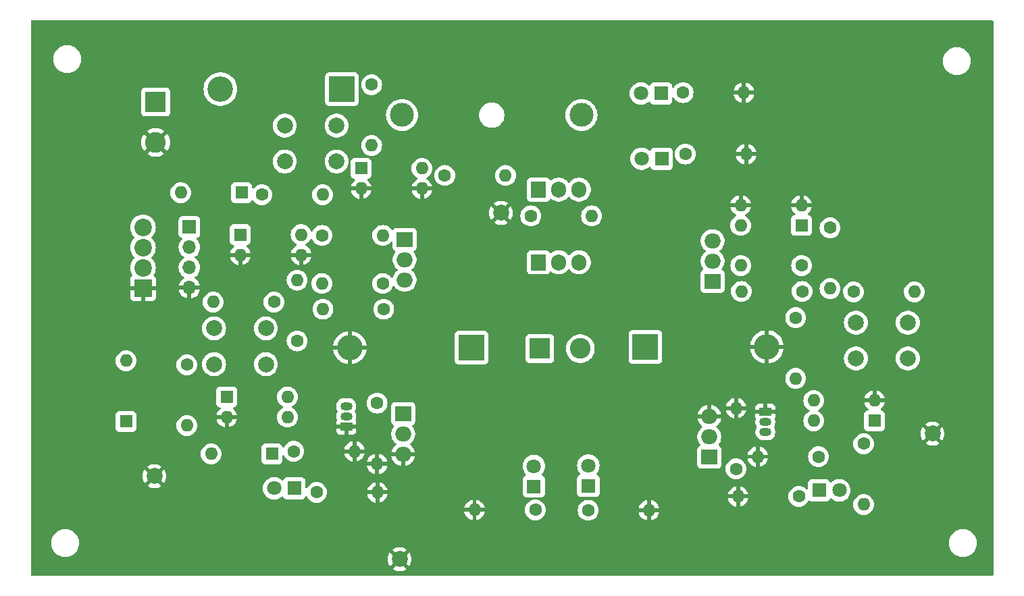
<source format=gbr>
%TF.GenerationSoftware,KiCad,Pcbnew,8.0.0*%
%TF.CreationDate,2024-03-17T18:16:09+01:00*%
%TF.ProjectId,Motor_Control,4d6f746f-725f-4436-9f6e-74726f6c2e6b,rev?*%
%TF.SameCoordinates,Original*%
%TF.FileFunction,Copper,L2,Bot*%
%TF.FilePolarity,Positive*%
%FSLAX46Y46*%
G04 Gerber Fmt 4.6, Leading zero omitted, Abs format (unit mm)*
G04 Created by KiCad (PCBNEW 8.0.0) date 2024-03-17 18:16:09*
%MOMM*%
%LPD*%
G01*
G04 APERTURE LIST*
%TA.AperFunction,ComponentPad*%
%ADD10R,1.800000X1.800000*%
%TD*%
%TA.AperFunction,ComponentPad*%
%ADD11C,1.800000*%
%TD*%
%TA.AperFunction,ComponentPad*%
%ADD12C,1.600000*%
%TD*%
%TA.AperFunction,ComponentPad*%
%ADD13O,1.600000X1.600000*%
%TD*%
%TA.AperFunction,ComponentPad*%
%ADD14C,2.000000*%
%TD*%
%TA.AperFunction,ComponentPad*%
%ADD15R,1.905000X2.000000*%
%TD*%
%TA.AperFunction,ComponentPad*%
%ADD16O,1.905000X2.000000*%
%TD*%
%TA.AperFunction,ComponentPad*%
%ADD17R,1.600000X1.600000*%
%TD*%
%TA.AperFunction,ComponentPad*%
%ADD18R,2.000000X1.905000*%
%TD*%
%TA.AperFunction,ComponentPad*%
%ADD19O,2.000000X1.905000*%
%TD*%
%TA.AperFunction,ComponentPad*%
%ADD20R,3.200000X3.200000*%
%TD*%
%TA.AperFunction,ComponentPad*%
%ADD21O,3.200000X3.200000*%
%TD*%
%TA.AperFunction,ComponentPad*%
%ADD22R,1.500000X1.050000*%
%TD*%
%TA.AperFunction,ComponentPad*%
%ADD23O,1.500000X1.050000*%
%TD*%
%TA.AperFunction,ComponentPad*%
%ADD24R,2.600000X2.600000*%
%TD*%
%TA.AperFunction,ComponentPad*%
%ADD25C,2.600000*%
%TD*%
%TA.AperFunction,ComponentPad*%
%ADD26R,1.700000X1.700000*%
%TD*%
%TA.AperFunction,ComponentPad*%
%ADD27O,1.700000X1.700000*%
%TD*%
%TA.AperFunction,ComponentPad*%
%ADD28R,2.200000X2.200000*%
%TD*%
%TA.AperFunction,ComponentPad*%
%ADD29C,2.200000*%
%TD*%
%TA.AperFunction,ComponentPad*%
%ADD30C,3.000000*%
%TD*%
G04 APERTURE END LIST*
D10*
%TO.P,D1,1,K*%
%TO.N,Net-(D1-K)*%
X221742000Y-51816000D03*
D11*
%TO.P,D1,2,A*%
%TO.N,Net-(D1-A)*%
X219202000Y-51816000D03*
%TD*%
D12*
%TO.P,R19,1*%
%TO.N,/IN_B*%
X241475000Y-97375000D03*
D13*
%TO.P,R19,2*%
%TO.N,GND*%
X233855000Y-97375000D03*
%TD*%
D14*
%TO.P,SW2,1,A*%
%TO.N,/IN_A*%
X252678000Y-85054000D03*
X246178000Y-85054000D03*
%TO.P,SW2,2,B*%
%TO.N,Net-(SW2A-B)*%
X252678000Y-80554000D03*
X246178000Y-80554000D03*
%TD*%
D12*
%TO.P,R3,1*%
%TO.N,Net-(D2-K)*%
X224790000Y-59425000D03*
D13*
%TO.P,R3,2*%
%TO.N,GND*%
X232410000Y-59425000D03*
%TD*%
D15*
%TO.P,Q1,1,G*%
%TO.N,Net-(Q1-G)*%
X206395000Y-63875000D03*
D16*
%TO.P,Q1,2,D*%
%TO.N,+VCC_Motor*%
X208935000Y-63875000D03*
%TO.P,Q1,3,S*%
%TO.N,Net-(D1-A)*%
X211475000Y-63875000D03*
%TD*%
D17*
%TO.P,U3,1*%
%TO.N,Net-(R11-Pad1)*%
X239345000Y-68375000D03*
D13*
%TO.P,U3,2*%
%TO.N,GND*%
X239345000Y-65835000D03*
%TO.P,U3,3*%
X231725000Y-65835000D03*
%TO.P,U3,4*%
%TO.N,Net-(R10-Pad1)*%
X231725000Y-68375000D03*
%TD*%
D12*
%TO.P,R26,1*%
%TO.N,+VCC_Motor*%
X173228000Y-77978000D03*
D13*
%TO.P,R26,2*%
%TO.N,Net-(SW1A-B)*%
X165608000Y-77978000D03*
%TD*%
D18*
%TO.P,Q3,1,G*%
%TO.N,Net-(Q3-G)*%
X228195000Y-75383000D03*
D19*
%TO.P,Q3,2,D*%
%TO.N,Net-(D5-K)*%
X228195000Y-72843000D03*
%TO.P,Q3,3,S*%
%TO.N,+VCC_Motor*%
X228195000Y-70303000D03*
%TD*%
D12*
%TO.P,R10,1*%
%TO.N,Net-(R10-Pad1)*%
X239360000Y-73400000D03*
D13*
%TO.P,R10,2*%
%TO.N,Net-(Q3-G)*%
X231740000Y-73400000D03*
%TD*%
D10*
%TO.P,D6,1,K*%
%TO.N,Net-(D6-K)*%
X175768000Y-101346000D03*
D11*
%TO.P,D6,2,A*%
%TO.N,/IN_B*%
X173228000Y-101346000D03*
%TD*%
D12*
%TO.P,R21,1*%
%TO.N,Net-(D7-K)*%
X239014000Y-102362000D03*
D13*
%TO.P,R21,2*%
%TO.N,GND*%
X231394000Y-102362000D03*
%TD*%
D17*
%TO.P,U4,1*%
%TO.N,Net-(R14-Pad2)*%
X167300000Y-89875000D03*
D13*
%TO.P,U4,2*%
%TO.N,GND*%
X167300000Y-92415000D03*
%TO.P,U4,3*%
%TO.N,Net-(Q4-G)*%
X174920000Y-92415000D03*
%TO.P,U4,4*%
%TO.N,Net-(R12-Pad2)*%
X174920000Y-89875000D03*
%TD*%
D12*
%TO.P,R13,1*%
%TO.N,+VCC_Motor*%
X238615000Y-79940000D03*
D13*
%TO.P,R13,2*%
%TO.N,Net-(R13-Pad2)*%
X238615000Y-87560000D03*
%TD*%
D14*
%TO.P,SW3,1,A*%
%TO.N,/ENABLE*%
X181075000Y-60350000D03*
X174575000Y-60350000D03*
%TO.P,SW3,2,B*%
%TO.N,Net-(SW3A-B)*%
X181075000Y-55850000D03*
X174575000Y-55850000D03*
%TD*%
D12*
%TO.P,R15,1*%
%TO.N,Net-(R15-Pad1)*%
X247142000Y-95758000D03*
D13*
%TO.P,R15,2*%
%TO.N,/IN_A*%
X247142000Y-103378000D03*
%TD*%
D12*
%TO.P,R14,1*%
%TO.N,/IN_B*%
X162306000Y-85852000D03*
D13*
%TO.P,R14,2*%
%TO.N,Net-(R14-Pad2)*%
X162306000Y-93472000D03*
%TD*%
D12*
%TO.P,R1,1*%
%TO.N,Net-(Q1-G)*%
X205415000Y-67175000D03*
D13*
%TO.P,R1,2*%
%TO.N,Net-(D1-A)*%
X213035000Y-67175000D03*
%TD*%
D17*
%TO.P,U2,1*%
%TO.N,Net-(R8-Pad2)*%
X169000000Y-69525000D03*
D13*
%TO.P,U2,2*%
%TO.N,GND*%
X169000000Y-72065000D03*
%TO.P,U2,3*%
X176620000Y-72065000D03*
%TO.P,U2,4*%
%TO.N,Net-(R9-Pad1)*%
X176620000Y-69525000D03*
%TD*%
D12*
%TO.P,R6,1*%
%TO.N,+VCC_Motor*%
X186860000Y-75650000D03*
D13*
%TO.P,R6,2*%
%TO.N,Net-(Q2-G)*%
X179240000Y-75650000D03*
%TD*%
D10*
%TO.P,D2,1,K*%
%TO.N,Net-(D2-K)*%
X221825000Y-60000000D03*
D11*
%TO.P,D2,2,A*%
%TO.N,+VCC_Motor*%
X219285000Y-60000000D03*
%TD*%
D17*
%TO.P,U5,1*%
%TO.N,Net-(R15-Pad1)*%
X248500000Y-92875000D03*
D13*
%TO.P,U5,2*%
%TO.N,GND*%
X248500000Y-90335000D03*
%TO.P,U5,3*%
%TO.N,Net-(Q5-G)*%
X240880000Y-90335000D03*
%TO.P,U5,4*%
%TO.N,Net-(R13-Pad2)*%
X240880000Y-92875000D03*
%TD*%
D12*
%TO.P,R11,1*%
%TO.N,Net-(R11-Pad1)*%
X242925000Y-68665000D03*
D13*
%TO.P,R11,2*%
%TO.N,/IN_B*%
X242925000Y-76285000D03*
%TD*%
D12*
%TO.P,R16,1*%
%TO.N,Net-(Q4-G)*%
X186150000Y-90665000D03*
D13*
%TO.P,R16,2*%
%TO.N,GND*%
X186150000Y-98285000D03*
%TD*%
D20*
%TO.P,D5,1,K*%
%TO.N,Net-(D5-K)*%
X219773000Y-83601000D03*
D21*
%TO.P,D5,2,A*%
%TO.N,GND*%
X235013000Y-83601000D03*
%TD*%
D18*
%TO.P,Q5,1,G*%
%TO.N,Net-(Q5-G)*%
X227798000Y-97420000D03*
D19*
%TO.P,Q5,2,D*%
%TO.N,Net-(D5-K)*%
X227798000Y-94880000D03*
%TO.P,Q5,3,S*%
%TO.N,GND*%
X227798000Y-92340000D03*
%TD*%
D22*
%TO.P,Q7,1,S*%
%TO.N,GND*%
X234825000Y-91750000D03*
D23*
%TO.P,Q7,2,G*%
%TO.N,/IN_B*%
X234825000Y-93020000D03*
%TO.P,Q7,3,D*%
%TO.N,Net-(Q5-G)*%
X234825000Y-94290000D03*
%TD*%
D12*
%TO.P,R18,1*%
%TO.N,/IN_A*%
X175690000Y-96700000D03*
D13*
%TO.P,R18,2*%
%TO.N,GND*%
X183310000Y-96700000D03*
%TD*%
D24*
%TO.P,J1,1,Pin_1*%
%TO.N,+24V*%
X158395000Y-52880000D03*
D25*
%TO.P,J1,2,Pin_2*%
%TO.N,GND*%
X158395000Y-57960000D03*
%TD*%
D26*
%TO.P,J2,1,Pin_1*%
%TO.N,Net-(D13-A)*%
X162624000Y-68567000D03*
D27*
%TO.P,J2,2,Pin_2*%
%TO.N,Net-(D10-A)*%
X162624000Y-71107000D03*
%TO.P,J2,3,Pin_3*%
%TO.N,Net-(D11-A)*%
X162624000Y-73647000D03*
%TO.P,J2,4,Pin_4*%
%TO.N,GND*%
X162624000Y-76187000D03*
%TD*%
D22*
%TO.P,Q6,1,S*%
%TO.N,GND*%
X182285000Y-93595000D03*
D23*
%TO.P,Q6,2,G*%
%TO.N,/IN_A*%
X182285000Y-92325000D03*
%TO.P,Q6,3,D*%
%TO.N,Net-(Q4-G)*%
X182285000Y-91055000D03*
%TD*%
D17*
%TO.P,D11,1,K*%
%TO.N,/IN_B*%
X154686000Y-92964000D03*
D13*
%TO.P,D11,2,A*%
%TO.N,Net-(D11-A)*%
X154686000Y-85344000D03*
%TD*%
D12*
%TO.P,R8,1*%
%TO.N,/IN_A*%
X176125000Y-82860000D03*
D13*
%TO.P,R8,2*%
%TO.N,Net-(R8-Pad2)*%
X176125000Y-75240000D03*
%TD*%
D12*
%TO.P,R4,1*%
%TO.N,/ENABLE*%
X171704000Y-64516000D03*
D13*
%TO.P,R4,2*%
%TO.N,Net-(R4-Pad2)*%
X179324000Y-64516000D03*
%TD*%
D14*
%TO.P,SW1,1,A*%
%TO.N,/IN_B*%
X172212000Y-85780000D03*
X165712000Y-85780000D03*
%TO.P,SW1,2,B*%
%TO.N,Net-(SW1A-B)*%
X172212000Y-81280000D03*
X165712000Y-81280000D03*
%TD*%
D10*
%TO.P,D9,1,K*%
%TO.N,Net-(D9-K)*%
X212625000Y-101025000D03*
D11*
%TO.P,D9,2,A*%
%TO.N,Net-(D5-K)*%
X212625000Y-98485000D03*
%TD*%
D17*
%TO.P,D13,1,K*%
%TO.N,/ENABLE*%
X169164000Y-64262000D03*
D13*
%TO.P,D13,2,A*%
%TO.N,Net-(D13-A)*%
X161544000Y-64262000D03*
%TD*%
D10*
%TO.P,D7,1,K*%
%TO.N,Net-(D7-K)*%
X241544000Y-101600000D03*
D11*
%TO.P,D7,2,A*%
%TO.N,/IN_A*%
X244084000Y-101600000D03*
%TD*%
D12*
%TO.P,R12,1*%
%TO.N,+VCC_Motor*%
X186975000Y-78875000D03*
D13*
%TO.P,R12,2*%
%TO.N,Net-(R12-Pad2)*%
X179355000Y-78875000D03*
%TD*%
D12*
%TO.P,R2,1*%
%TO.N,Net-(D1-K)*%
X224507000Y-51716000D03*
D13*
%TO.P,R2,2*%
%TO.N,GND*%
X232127000Y-51716000D03*
%TD*%
D18*
%TO.P,Q4,1,G*%
%TO.N,Net-(Q4-G)*%
X189416000Y-91994000D03*
D19*
%TO.P,Q4,2,D*%
%TO.N,Net-(D4-K)*%
X189416000Y-94534000D03*
%TO.P,Q4,3,S*%
%TO.N,GND*%
X189416000Y-97074000D03*
%TD*%
D17*
%TO.P,D10,1,K*%
%TO.N,/IN_A*%
X172974000Y-97028000D03*
D13*
%TO.P,D10,2,A*%
%TO.N,Net-(D10-A)*%
X165354000Y-97028000D03*
%TD*%
D28*
%TO.P,J4,1,Pin_1*%
%TO.N,GND*%
X156809000Y-76232000D03*
D29*
%TO.P,J4,2,Pin_2*%
%TO.N,Net-(D11-A)*%
X156809000Y-73692000D03*
%TO.P,J4,3,Pin_3*%
%TO.N,Net-(D10-A)*%
X156809000Y-71152000D03*
%TO.P,J4,4,Pin_4*%
%TO.N,Net-(D13-A)*%
X156809000Y-68612000D03*
%TD*%
D17*
%TO.P,U1,1*%
%TO.N,Net-(R4-Pad2)*%
X184150000Y-61214000D03*
D13*
%TO.P,U1,2*%
%TO.N,GND*%
X184150000Y-63754000D03*
%TO.P,U1,3*%
X191770000Y-63754000D03*
%TO.P,U1,4*%
%TO.N,Net-(R5-Pad1)*%
X191770000Y-61214000D03*
%TD*%
D12*
%TO.P,R9,1*%
%TO.N,Net-(R9-Pad1)*%
X179240000Y-69625000D03*
D13*
%TO.P,R9,2*%
%TO.N,Net-(Q2-G)*%
X186860000Y-69625000D03*
%TD*%
D14*
%TO.P,H7,1,1*%
%TO.N,GND*%
X158242000Y-99822000D03*
%TD*%
%TO.P,H1,1,1*%
%TO.N,GND*%
X188976000Y-110236000D03*
%TD*%
D10*
%TO.P,D8,1,K*%
%TO.N,Net-(D8-K)*%
X205810000Y-101100000D03*
D11*
%TO.P,D8,2,A*%
%TO.N,Net-(D4-K)*%
X205810000Y-98560000D03*
%TD*%
D18*
%TO.P,Q2,1,G*%
%TO.N,Net-(Q2-G)*%
X189600000Y-70125000D03*
D19*
%TO.P,Q2,2,D*%
%TO.N,Net-(D4-K)*%
X189600000Y-72665000D03*
%TO.P,Q2,3,S*%
%TO.N,+VCC_Motor*%
X189600000Y-75205000D03*
%TD*%
D12*
%TO.P,R25,1*%
%TO.N,Net-(D14-K)*%
X185465000Y-50715000D03*
D13*
%TO.P,R25,2*%
%TO.N,Net-(SW3A-B)*%
X185465000Y-58335000D03*
%TD*%
D20*
%TO.P,D14,1,K*%
%TO.N,Net-(D14-K)*%
X181750000Y-51275000D03*
D21*
%TO.P,D14,2,A*%
%TO.N,+24V*%
X166510000Y-51275000D03*
%TD*%
D14*
%TO.P,H8,1,1*%
%TO.N,GND*%
X255778000Y-94488000D03*
%TD*%
D12*
%TO.P,R22,1*%
%TO.N,Net-(D8-K)*%
X205985000Y-104050000D03*
D13*
%TO.P,R22,2*%
%TO.N,GND*%
X198365000Y-104050000D03*
%TD*%
D24*
%TO.P,J3,1,Pin_1*%
%TO.N,Net-(D4-K)*%
X206545000Y-83825000D03*
D25*
%TO.P,J3,2,Pin_2*%
%TO.N,Net-(D5-K)*%
X211625000Y-83825000D03*
%TD*%
D12*
%TO.P,R7,1*%
%TO.N,+VCC_Motor*%
X239425000Y-76650000D03*
D13*
%TO.P,R7,2*%
%TO.N,Net-(Q3-G)*%
X231805000Y-76650000D03*
%TD*%
D20*
%TO.P,D4,1,K*%
%TO.N,Net-(D4-K)*%
X197970000Y-83700000D03*
D21*
%TO.P,D4,2,A*%
%TO.N,GND*%
X182730000Y-83700000D03*
%TD*%
D30*
%TO.P,F1,1*%
%TO.N,Net-(D14-K)*%
X189275000Y-54525000D03*
%TO.P,F1,2*%
%TO.N,Net-(D1-A)*%
X211775000Y-54525000D03*
%TD*%
D14*
%TO.P,H2,1,1*%
%TO.N,GND*%
X201676000Y-66794000D03*
%TD*%
D12*
%TO.P,R23,1*%
%TO.N,Net-(D9-K)*%
X212615000Y-104100000D03*
D13*
%TO.P,R23,2*%
%TO.N,GND*%
X220235000Y-104100000D03*
%TD*%
D12*
%TO.P,R20,1*%
%TO.N,Net-(D6-K)*%
X178562000Y-101854000D03*
D13*
%TO.P,R20,2*%
%TO.N,GND*%
X186182000Y-101854000D03*
%TD*%
D12*
%TO.P,R17,1*%
%TO.N,Net-(Q5-G)*%
X231140000Y-98910000D03*
D13*
%TO.P,R17,2*%
%TO.N,GND*%
X231140000Y-91290000D03*
%TD*%
D15*
%TO.P,D3,1,A*%
%TO.N,Net-(D4-K)*%
X206395000Y-73000000D03*
D16*
%TO.P,D3,2,K*%
%TO.N,+VCC_Motor*%
X208935000Y-73000000D03*
%TO.P,D3,3,A*%
%TO.N,Net-(D5-K)*%
X211475000Y-73000000D03*
%TD*%
D12*
%TO.P,R24,1*%
%TO.N,+VCC_Motor*%
X245872000Y-76708000D03*
D13*
%TO.P,R24,2*%
%TO.N,Net-(SW2A-B)*%
X253492000Y-76708000D03*
%TD*%
D12*
%TO.P,R5,1*%
%TO.N,Net-(R5-Pad1)*%
X194630000Y-62100000D03*
D13*
%TO.P,R5,2*%
%TO.N,Net-(Q1-G)*%
X202250000Y-62100000D03*
%TD*%
%TA.AperFunction,Conductor*%
%TO.N,GND*%
G36*
X263348539Y-42684185D02*
G01*
X263394294Y-42736989D01*
X263405500Y-42788500D01*
X263405500Y-112151500D01*
X263385815Y-112218539D01*
X263333011Y-112264294D01*
X263281500Y-112275500D01*
X142864500Y-112275500D01*
X142797461Y-112255815D01*
X142751706Y-112203011D01*
X142740500Y-112151500D01*
X142740500Y-110236005D01*
X187470859Y-110236005D01*
X187491385Y-110483729D01*
X187491387Y-110483738D01*
X187552412Y-110724717D01*
X187652266Y-110952364D01*
X187752564Y-111105882D01*
X188493037Y-110365409D01*
X188510075Y-110428993D01*
X188575901Y-110543007D01*
X188668993Y-110636099D01*
X188783007Y-110701925D01*
X188846590Y-110718962D01*
X188105942Y-111459609D01*
X188152768Y-111496055D01*
X188152770Y-111496056D01*
X188371385Y-111614364D01*
X188371396Y-111614369D01*
X188606506Y-111695083D01*
X188851707Y-111736000D01*
X189100293Y-111736000D01*
X189345493Y-111695083D01*
X189580603Y-111614369D01*
X189580614Y-111614364D01*
X189799228Y-111496057D01*
X189799231Y-111496055D01*
X189846056Y-111459609D01*
X189105409Y-110718962D01*
X189168993Y-110701925D01*
X189283007Y-110636099D01*
X189376099Y-110543007D01*
X189441925Y-110428993D01*
X189458962Y-110365409D01*
X190199434Y-111105882D01*
X190299731Y-110952369D01*
X190399587Y-110724717D01*
X190460612Y-110483738D01*
X190460614Y-110483729D01*
X190481141Y-110236005D01*
X190481141Y-110235994D01*
X190460614Y-109988270D01*
X190460612Y-109988261D01*
X190399587Y-109747282D01*
X190299731Y-109519630D01*
X190199434Y-109366116D01*
X189458962Y-110106589D01*
X189441925Y-110043007D01*
X189376099Y-109928993D01*
X189283007Y-109835901D01*
X189168993Y-109770075D01*
X189105410Y-109753037D01*
X189846057Y-109012390D01*
X189846056Y-109012389D01*
X189799229Y-108975943D01*
X189580614Y-108857635D01*
X189580603Y-108857630D01*
X189345493Y-108776916D01*
X189100293Y-108736000D01*
X188851707Y-108736000D01*
X188606506Y-108776916D01*
X188371396Y-108857630D01*
X188371390Y-108857632D01*
X188152761Y-108975949D01*
X188105942Y-109012388D01*
X188105942Y-109012390D01*
X188846590Y-109753037D01*
X188783007Y-109770075D01*
X188668993Y-109835901D01*
X188575901Y-109928993D01*
X188510075Y-110043007D01*
X188493037Y-110106589D01*
X187752564Y-109366116D01*
X187652267Y-109519632D01*
X187552412Y-109747282D01*
X187491387Y-109988261D01*
X187491385Y-109988270D01*
X187470859Y-110235994D01*
X187470859Y-110236005D01*
X142740500Y-110236005D01*
X142740500Y-108318741D01*
X145315500Y-108318741D01*
X145340446Y-108508215D01*
X145345452Y-108546238D01*
X145345453Y-108546240D01*
X145404842Y-108767887D01*
X145492650Y-108979876D01*
X145492657Y-108979890D01*
X145607392Y-109178617D01*
X145747081Y-109360661D01*
X145747089Y-109360670D01*
X145909330Y-109522911D01*
X145909338Y-109522918D01*
X146091382Y-109662607D01*
X146091385Y-109662608D01*
X146091388Y-109662611D01*
X146290112Y-109777344D01*
X146290117Y-109777346D01*
X146290123Y-109777349D01*
X146381480Y-109815190D01*
X146502113Y-109865158D01*
X146723762Y-109924548D01*
X146951266Y-109954500D01*
X146951273Y-109954500D01*
X147180727Y-109954500D01*
X147180734Y-109954500D01*
X147408238Y-109924548D01*
X147629887Y-109865158D01*
X147841888Y-109777344D01*
X148040612Y-109662611D01*
X148222661Y-109522919D01*
X148222665Y-109522914D01*
X148222670Y-109522911D01*
X148384911Y-109360670D01*
X148384914Y-109360665D01*
X148384919Y-109360661D01*
X148524611Y-109178612D01*
X148639344Y-108979888D01*
X148727158Y-108767887D01*
X148786548Y-108546238D01*
X148816499Y-108318741D01*
X257837500Y-108318741D01*
X257862446Y-108508215D01*
X257867452Y-108546238D01*
X257867453Y-108546240D01*
X257926842Y-108767887D01*
X258014650Y-108979876D01*
X258014657Y-108979890D01*
X258129392Y-109178617D01*
X258269081Y-109360661D01*
X258269089Y-109360670D01*
X258431330Y-109522911D01*
X258431338Y-109522918D01*
X258613382Y-109662607D01*
X258613385Y-109662608D01*
X258613388Y-109662611D01*
X258812112Y-109777344D01*
X258812117Y-109777346D01*
X258812123Y-109777349D01*
X258903480Y-109815190D01*
X259024113Y-109865158D01*
X259245762Y-109924548D01*
X259473266Y-109954500D01*
X259473273Y-109954500D01*
X259702727Y-109954500D01*
X259702734Y-109954500D01*
X259930238Y-109924548D01*
X260151887Y-109865158D01*
X260363888Y-109777344D01*
X260562612Y-109662611D01*
X260744661Y-109522919D01*
X260744665Y-109522914D01*
X260744670Y-109522911D01*
X260906911Y-109360670D01*
X260906914Y-109360665D01*
X260906919Y-109360661D01*
X261046611Y-109178612D01*
X261161344Y-108979888D01*
X261249158Y-108767887D01*
X261308548Y-108546238D01*
X261338500Y-108318734D01*
X261338500Y-108089266D01*
X261308548Y-107861762D01*
X261249158Y-107640113D01*
X261161344Y-107428112D01*
X261046611Y-107229388D01*
X261046608Y-107229385D01*
X261046607Y-107229382D01*
X260906918Y-107047338D01*
X260906911Y-107047330D01*
X260744670Y-106885089D01*
X260744661Y-106885081D01*
X260562617Y-106745392D01*
X260363890Y-106630657D01*
X260363876Y-106630650D01*
X260151887Y-106542842D01*
X259930238Y-106483452D01*
X259892215Y-106478446D01*
X259702741Y-106453500D01*
X259702734Y-106453500D01*
X259473266Y-106453500D01*
X259473258Y-106453500D01*
X259256715Y-106482009D01*
X259245762Y-106483452D01*
X259152076Y-106508554D01*
X259024112Y-106542842D01*
X258812123Y-106630650D01*
X258812109Y-106630657D01*
X258613382Y-106745392D01*
X258431338Y-106885081D01*
X258269081Y-107047338D01*
X258129392Y-107229382D01*
X258014657Y-107428109D01*
X258014650Y-107428123D01*
X257926842Y-107640112D01*
X257867453Y-107861759D01*
X257867451Y-107861770D01*
X257837500Y-108089258D01*
X257837500Y-108318741D01*
X148816499Y-108318741D01*
X148816500Y-108318734D01*
X148816500Y-108089266D01*
X148786548Y-107861762D01*
X148727158Y-107640113D01*
X148639344Y-107428112D01*
X148524611Y-107229388D01*
X148524608Y-107229385D01*
X148524607Y-107229382D01*
X148384918Y-107047338D01*
X148384911Y-107047330D01*
X148222670Y-106885089D01*
X148222661Y-106885081D01*
X148040617Y-106745392D01*
X147841890Y-106630657D01*
X147841876Y-106630650D01*
X147629887Y-106542842D01*
X147408238Y-106483452D01*
X147370215Y-106478446D01*
X147180741Y-106453500D01*
X147180734Y-106453500D01*
X146951266Y-106453500D01*
X146951258Y-106453500D01*
X146734715Y-106482009D01*
X146723762Y-106483452D01*
X146630076Y-106508554D01*
X146502112Y-106542842D01*
X146290123Y-106630650D01*
X146290109Y-106630657D01*
X146091382Y-106745392D01*
X145909338Y-106885081D01*
X145747081Y-107047338D01*
X145607392Y-107229382D01*
X145492657Y-107428109D01*
X145492650Y-107428123D01*
X145404842Y-107640112D01*
X145345453Y-107861759D01*
X145345451Y-107861770D01*
X145315500Y-108089258D01*
X145315500Y-108318741D01*
X142740500Y-108318741D01*
X142740500Y-103799999D01*
X197086127Y-103799999D01*
X197086128Y-103800000D01*
X198049314Y-103800000D01*
X198044920Y-103804394D01*
X197992259Y-103895606D01*
X197965000Y-103997339D01*
X197965000Y-104102661D01*
X197992259Y-104204394D01*
X198044920Y-104295606D01*
X198049314Y-104300000D01*
X197086128Y-104300000D01*
X197138730Y-104496317D01*
X197138734Y-104496326D01*
X197234865Y-104702482D01*
X197365342Y-104888820D01*
X197526179Y-105049657D01*
X197712517Y-105180134D01*
X197918673Y-105276265D01*
X197918682Y-105276269D01*
X198114999Y-105328872D01*
X198115000Y-105328871D01*
X198115000Y-104365686D01*
X198119394Y-104370080D01*
X198210606Y-104422741D01*
X198312339Y-104450000D01*
X198417661Y-104450000D01*
X198519394Y-104422741D01*
X198610606Y-104370080D01*
X198615000Y-104365686D01*
X198615000Y-105328872D01*
X198811317Y-105276269D01*
X198811326Y-105276265D01*
X199017482Y-105180134D01*
X199203820Y-105049657D01*
X199364657Y-104888820D01*
X199495134Y-104702482D01*
X199591265Y-104496326D01*
X199591269Y-104496317D01*
X199643872Y-104300000D01*
X198680686Y-104300000D01*
X198685080Y-104295606D01*
X198737741Y-104204394D01*
X198765000Y-104102661D01*
X198765000Y-104050001D01*
X204679532Y-104050001D01*
X204699364Y-104276686D01*
X204699366Y-104276697D01*
X204758258Y-104496488D01*
X204758261Y-104496497D01*
X204854431Y-104702732D01*
X204854432Y-104702734D01*
X204984954Y-104889141D01*
X205145858Y-105050045D01*
X205145861Y-105050047D01*
X205332266Y-105180568D01*
X205538504Y-105276739D01*
X205758308Y-105335635D01*
X205920230Y-105349801D01*
X205984998Y-105355468D01*
X205985000Y-105355468D01*
X205985002Y-105355468D01*
X206041673Y-105350509D01*
X206211692Y-105335635D01*
X206431496Y-105276739D01*
X206637734Y-105180568D01*
X206824139Y-105050047D01*
X206985047Y-104889139D01*
X207115568Y-104702734D01*
X207211739Y-104496496D01*
X207270635Y-104276692D01*
X207286093Y-104100001D01*
X211309532Y-104100001D01*
X211329364Y-104326686D01*
X211329366Y-104326697D01*
X211388258Y-104546488D01*
X211388261Y-104546497D01*
X211484431Y-104752732D01*
X211484432Y-104752734D01*
X211614954Y-104939141D01*
X211775858Y-105100045D01*
X211775861Y-105100047D01*
X211962266Y-105230568D01*
X212168504Y-105326739D01*
X212168509Y-105326740D01*
X212168511Y-105326741D01*
X212201697Y-105335633D01*
X212388308Y-105385635D01*
X212550230Y-105399801D01*
X212614998Y-105405468D01*
X212615000Y-105405468D01*
X212615002Y-105405468D01*
X212671673Y-105400509D01*
X212841692Y-105385635D01*
X213061496Y-105326739D01*
X213267734Y-105230568D01*
X213454139Y-105100047D01*
X213615047Y-104939139D01*
X213745568Y-104752734D01*
X213841739Y-104546496D01*
X213900635Y-104326692D01*
X213920468Y-104100000D01*
X213900635Y-103873308D01*
X213894389Y-103849999D01*
X218956127Y-103849999D01*
X218956128Y-103850000D01*
X219919314Y-103850000D01*
X219914920Y-103854394D01*
X219862259Y-103945606D01*
X219835000Y-104047339D01*
X219835000Y-104152661D01*
X219862259Y-104254394D01*
X219914920Y-104345606D01*
X219919314Y-104350000D01*
X218956128Y-104350000D01*
X219008730Y-104546317D01*
X219008734Y-104546326D01*
X219104865Y-104752482D01*
X219235342Y-104938820D01*
X219396179Y-105099657D01*
X219582517Y-105230134D01*
X219788673Y-105326265D01*
X219788682Y-105326269D01*
X219984999Y-105378872D01*
X219985000Y-105378871D01*
X219985000Y-104415686D01*
X219989394Y-104420080D01*
X220080606Y-104472741D01*
X220182339Y-104500000D01*
X220287661Y-104500000D01*
X220389394Y-104472741D01*
X220480606Y-104420080D01*
X220485000Y-104415686D01*
X220485000Y-105378872D01*
X220681317Y-105326269D01*
X220681326Y-105326265D01*
X220887482Y-105230134D01*
X221073820Y-105099657D01*
X221234657Y-104938820D01*
X221365134Y-104752482D01*
X221461265Y-104546326D01*
X221461269Y-104546317D01*
X221513872Y-104350000D01*
X220550686Y-104350000D01*
X220555080Y-104345606D01*
X220607741Y-104254394D01*
X220635000Y-104152661D01*
X220635000Y-104047339D01*
X220607741Y-103945606D01*
X220555080Y-103854394D01*
X220550686Y-103850000D01*
X221513872Y-103850000D01*
X221513872Y-103849999D01*
X221461269Y-103653682D01*
X221461265Y-103653673D01*
X221365134Y-103447517D01*
X221234657Y-103261179D01*
X221073820Y-103100342D01*
X220887482Y-102969865D01*
X220681328Y-102873734D01*
X220485000Y-102821127D01*
X220485000Y-103784314D01*
X220480606Y-103779920D01*
X220389394Y-103727259D01*
X220287661Y-103700000D01*
X220182339Y-103700000D01*
X220080606Y-103727259D01*
X219989394Y-103779920D01*
X219985000Y-103784314D01*
X219985000Y-102821127D01*
X219788671Y-102873734D01*
X219582517Y-102969865D01*
X219396179Y-103100342D01*
X219235342Y-103261179D01*
X219104865Y-103447517D01*
X219008734Y-103653673D01*
X219008730Y-103653682D01*
X218956127Y-103849999D01*
X213894389Y-103849999D01*
X213841739Y-103653504D01*
X213745568Y-103447266D01*
X213615047Y-103260861D01*
X213615045Y-103260858D01*
X213454141Y-103099954D01*
X213267734Y-102969432D01*
X213267732Y-102969431D01*
X213061497Y-102873261D01*
X213061488Y-102873258D01*
X212841697Y-102814366D01*
X212841693Y-102814365D01*
X212841692Y-102814365D01*
X212841691Y-102814364D01*
X212841686Y-102814364D01*
X212615002Y-102794532D01*
X212614998Y-102794532D01*
X212388313Y-102814364D01*
X212388302Y-102814366D01*
X212168511Y-102873258D01*
X212168502Y-102873261D01*
X211962267Y-102969431D01*
X211962265Y-102969432D01*
X211775858Y-103099954D01*
X211614954Y-103260858D01*
X211484432Y-103447265D01*
X211484431Y-103447267D01*
X211388261Y-103653502D01*
X211388258Y-103653511D01*
X211329366Y-103873302D01*
X211329364Y-103873313D01*
X211309532Y-104099998D01*
X211309532Y-104100001D01*
X207286093Y-104100001D01*
X207290468Y-104050000D01*
X207288782Y-104030734D01*
X207275009Y-103873302D01*
X207270635Y-103823308D01*
X207211739Y-103603504D01*
X207115568Y-103397266D01*
X206985047Y-103210861D01*
X206985045Y-103210858D01*
X206824141Y-103049954D01*
X206637734Y-102919432D01*
X206637732Y-102919431D01*
X206431497Y-102823261D01*
X206431488Y-102823258D01*
X206211697Y-102764366D01*
X206211687Y-102764364D01*
X206024952Y-102748027D01*
X205985876Y-102732741D01*
X205969173Y-102743476D01*
X205945046Y-102748027D01*
X205758312Y-102764364D01*
X205758302Y-102764366D01*
X205538511Y-102823258D01*
X205538502Y-102823261D01*
X205332267Y-102919431D01*
X205332265Y-102919432D01*
X205145858Y-103049954D01*
X204984954Y-103210858D01*
X204854432Y-103397265D01*
X204854431Y-103397267D01*
X204758261Y-103603502D01*
X204758258Y-103603511D01*
X204699366Y-103823302D01*
X204699364Y-103823313D01*
X204679532Y-104049998D01*
X204679532Y-104050001D01*
X198765000Y-104050001D01*
X198765000Y-103997339D01*
X198737741Y-103895606D01*
X198685080Y-103804394D01*
X198680686Y-103800000D01*
X199643872Y-103800000D01*
X199643872Y-103799999D01*
X199591269Y-103603682D01*
X199591265Y-103603673D01*
X199495134Y-103397517D01*
X199364657Y-103211179D01*
X199203820Y-103050342D01*
X199017482Y-102919865D01*
X198811328Y-102823734D01*
X198615000Y-102771127D01*
X198615000Y-103734314D01*
X198610606Y-103729920D01*
X198519394Y-103677259D01*
X198417661Y-103650000D01*
X198312339Y-103650000D01*
X198210606Y-103677259D01*
X198119394Y-103729920D01*
X198115000Y-103734314D01*
X198115000Y-102771127D01*
X197918671Y-102823734D01*
X197712517Y-102919865D01*
X197526179Y-103050342D01*
X197365342Y-103211179D01*
X197234865Y-103397517D01*
X197138734Y-103603673D01*
X197138730Y-103603682D01*
X197086127Y-103799999D01*
X142740500Y-103799999D01*
X142740500Y-101346006D01*
X171822700Y-101346006D01*
X171841864Y-101577297D01*
X171841866Y-101577308D01*
X171898842Y-101802300D01*
X171992075Y-102014848D01*
X172119016Y-102209147D01*
X172119019Y-102209151D01*
X172119021Y-102209153D01*
X172276216Y-102379913D01*
X172276219Y-102379915D01*
X172276222Y-102379918D01*
X172459365Y-102522464D01*
X172459371Y-102522468D01*
X172459374Y-102522470D01*
X172663497Y-102632936D01*
X172758332Y-102665493D01*
X172883015Y-102708297D01*
X172883017Y-102708297D01*
X172883019Y-102708298D01*
X173111951Y-102746500D01*
X173111952Y-102746500D01*
X173344048Y-102746500D01*
X173344049Y-102746500D01*
X173572981Y-102708298D01*
X173792503Y-102632936D01*
X173996626Y-102522470D01*
X174004433Y-102516394D01*
X174072837Y-102463153D01*
X174179784Y-102379913D01*
X174188130Y-102370846D01*
X174248010Y-102334854D01*
X174317849Y-102336949D01*
X174375468Y-102376469D01*
X174395544Y-102411491D01*
X174424203Y-102488330D01*
X174424206Y-102488335D01*
X174510452Y-102603544D01*
X174510455Y-102603547D01*
X174625664Y-102689793D01*
X174625671Y-102689797D01*
X174760517Y-102740091D01*
X174760516Y-102740091D01*
X174767444Y-102740835D01*
X174820127Y-102746500D01*
X176715872Y-102746499D01*
X176775483Y-102740091D01*
X176910331Y-102689796D01*
X177025546Y-102603546D01*
X177111796Y-102488331D01*
X177146574Y-102395085D01*
X177188444Y-102339152D01*
X177253908Y-102314734D01*
X177322182Y-102329585D01*
X177371587Y-102378990D01*
X177375138Y-102386012D01*
X177431432Y-102506734D01*
X177460238Y-102547873D01*
X177561954Y-102693141D01*
X177722858Y-102854045D01*
X177750297Y-102873258D01*
X177909266Y-102984568D01*
X178115504Y-103080739D01*
X178335308Y-103139635D01*
X178497230Y-103153801D01*
X178561998Y-103159468D01*
X178562000Y-103159468D01*
X178562002Y-103159468D01*
X178618673Y-103154509D01*
X178788692Y-103139635D01*
X179008496Y-103080739D01*
X179214734Y-102984568D01*
X179401139Y-102854047D01*
X179562047Y-102693139D01*
X179692568Y-102506734D01*
X179788739Y-102300496D01*
X179847635Y-102080692D01*
X179867468Y-101854000D01*
X179865482Y-101831305D01*
X179847635Y-101627313D01*
X179847635Y-101627308D01*
X179841389Y-101603999D01*
X184903127Y-101603999D01*
X184903128Y-101604000D01*
X185866314Y-101604000D01*
X185861920Y-101608394D01*
X185809259Y-101699606D01*
X185782000Y-101801339D01*
X185782000Y-101906661D01*
X185809259Y-102008394D01*
X185861920Y-102099606D01*
X185866314Y-102104000D01*
X184903128Y-102104000D01*
X184955730Y-102300317D01*
X184955734Y-102300326D01*
X185051865Y-102506482D01*
X185182342Y-102692820D01*
X185343179Y-102853657D01*
X185529517Y-102984134D01*
X185735673Y-103080265D01*
X185735682Y-103080269D01*
X185931999Y-103132872D01*
X185932000Y-103132871D01*
X185932000Y-102169686D01*
X185936394Y-102174080D01*
X186027606Y-102226741D01*
X186129339Y-102254000D01*
X186234661Y-102254000D01*
X186336394Y-102226741D01*
X186427606Y-102174080D01*
X186432000Y-102169686D01*
X186432000Y-103132872D01*
X186628317Y-103080269D01*
X186628326Y-103080265D01*
X186834482Y-102984134D01*
X187020820Y-102853657D01*
X187181657Y-102692820D01*
X187312134Y-102506482D01*
X187408265Y-102300326D01*
X187408269Y-102300317D01*
X187460872Y-102104000D01*
X186497686Y-102104000D01*
X186502080Y-102099606D01*
X186554741Y-102008394D01*
X186582000Y-101906661D01*
X186582000Y-101801339D01*
X186554741Y-101699606D01*
X186502080Y-101608394D01*
X186497686Y-101604000D01*
X187460872Y-101604000D01*
X187460872Y-101603999D01*
X187408269Y-101407682D01*
X187408265Y-101407673D01*
X187312134Y-101201517D01*
X187181657Y-101015179D01*
X187020820Y-100854342D01*
X186834482Y-100723865D01*
X186628328Y-100627734D01*
X186432000Y-100575127D01*
X186432000Y-101538314D01*
X186427606Y-101533920D01*
X186336394Y-101481259D01*
X186234661Y-101454000D01*
X186129339Y-101454000D01*
X186027606Y-101481259D01*
X185936394Y-101533920D01*
X185932000Y-101538314D01*
X185932000Y-100575127D01*
X185735671Y-100627734D01*
X185529517Y-100723865D01*
X185343179Y-100854342D01*
X185182342Y-101015179D01*
X185051865Y-101201517D01*
X184955734Y-101407673D01*
X184955730Y-101407682D01*
X184903127Y-101603999D01*
X179841389Y-101603999D01*
X179788739Y-101407504D01*
X179692568Y-101201266D01*
X179562047Y-101014861D01*
X179562045Y-101014858D01*
X179401141Y-100853954D01*
X179214734Y-100723432D01*
X179214732Y-100723431D01*
X179008497Y-100627261D01*
X179008488Y-100627258D01*
X178788697Y-100568366D01*
X178788693Y-100568365D01*
X178788692Y-100568365D01*
X178788691Y-100568364D01*
X178788686Y-100568364D01*
X178562002Y-100548532D01*
X178561998Y-100548532D01*
X178335313Y-100568364D01*
X178335302Y-100568366D01*
X178115511Y-100627258D01*
X178115502Y-100627261D01*
X177909267Y-100723431D01*
X177909265Y-100723432D01*
X177722858Y-100853954D01*
X177561954Y-101014858D01*
X177432060Y-101200369D01*
X177431432Y-101201266D01*
X177405717Y-101256413D01*
X177404881Y-101258205D01*
X177358708Y-101310644D01*
X177291514Y-101329795D01*
X177224633Y-101309579D01*
X177179299Y-101256413D01*
X177168499Y-101205799D01*
X177168499Y-100398129D01*
X177168498Y-100398123D01*
X177164492Y-100360858D01*
X177162091Y-100338517D01*
X177152233Y-100312087D01*
X177111797Y-100203671D01*
X177111793Y-100203664D01*
X177025547Y-100088455D01*
X177025544Y-100088452D01*
X176910335Y-100002206D01*
X176910328Y-100002202D01*
X176775482Y-99951908D01*
X176775483Y-99951908D01*
X176715883Y-99945501D01*
X176715881Y-99945500D01*
X176715873Y-99945500D01*
X176715864Y-99945500D01*
X174820129Y-99945500D01*
X174820123Y-99945501D01*
X174760516Y-99951908D01*
X174625671Y-100002202D01*
X174625664Y-100002206D01*
X174510455Y-100088452D01*
X174510452Y-100088455D01*
X174424206Y-100203664D01*
X174424203Y-100203670D01*
X174395544Y-100280508D01*
X174353672Y-100336441D01*
X174288208Y-100360858D01*
X174219935Y-100346006D01*
X174188135Y-100321158D01*
X174179784Y-100312087D01*
X174179778Y-100312082D01*
X174179777Y-100312081D01*
X173996634Y-100169535D01*
X173996628Y-100169531D01*
X173792504Y-100059064D01*
X173792495Y-100059061D01*
X173572984Y-99983702D01*
X173382450Y-99951908D01*
X173344049Y-99945500D01*
X173111951Y-99945500D01*
X173073550Y-99951908D01*
X172883015Y-99983702D01*
X172663504Y-100059061D01*
X172663495Y-100059064D01*
X172459371Y-100169531D01*
X172459365Y-100169535D01*
X172276222Y-100312081D01*
X172276219Y-100312084D01*
X172276216Y-100312086D01*
X172276216Y-100312087D01*
X172231319Y-100360858D01*
X172119016Y-100482852D01*
X171992075Y-100677151D01*
X171898842Y-100889699D01*
X171841866Y-101114691D01*
X171841864Y-101114702D01*
X171822700Y-101345993D01*
X171822700Y-101346006D01*
X142740500Y-101346006D01*
X142740500Y-99822005D01*
X156736859Y-99822005D01*
X156757385Y-100069729D01*
X156757387Y-100069738D01*
X156818412Y-100310717D01*
X156918266Y-100538364D01*
X157018564Y-100691882D01*
X157759037Y-99951409D01*
X157776075Y-100014993D01*
X157841901Y-100129007D01*
X157934993Y-100222099D01*
X158049007Y-100287925D01*
X158112590Y-100304962D01*
X157371942Y-101045609D01*
X157418768Y-101082055D01*
X157418770Y-101082056D01*
X157637385Y-101200364D01*
X157637396Y-101200369D01*
X157872506Y-101281083D01*
X158117707Y-101322000D01*
X158366293Y-101322000D01*
X158611493Y-101281083D01*
X158846603Y-101200369D01*
X158846614Y-101200364D01*
X159065228Y-101082057D01*
X159065231Y-101082055D01*
X159112056Y-101045609D01*
X158371409Y-100304962D01*
X158434993Y-100287925D01*
X158549007Y-100222099D01*
X158642099Y-100129007D01*
X158707925Y-100014993D01*
X158724962Y-99951410D01*
X159465434Y-100691882D01*
X159565731Y-100538369D01*
X159665587Y-100310717D01*
X159726612Y-100069738D01*
X159726614Y-100069729D01*
X159747141Y-99822005D01*
X159747141Y-99821994D01*
X159726614Y-99574270D01*
X159726612Y-99574261D01*
X159665587Y-99333282D01*
X159565731Y-99105630D01*
X159465434Y-98952116D01*
X158724962Y-99692589D01*
X158707925Y-99629007D01*
X158642099Y-99514993D01*
X158549007Y-99421901D01*
X158434993Y-99356075D01*
X158371410Y-99339037D01*
X159112057Y-98598390D01*
X159112056Y-98598389D01*
X159065229Y-98561943D01*
X158846614Y-98443635D01*
X158846603Y-98443630D01*
X158611493Y-98362916D01*
X158366293Y-98322000D01*
X158117707Y-98322000D01*
X157872506Y-98362916D01*
X157637396Y-98443630D01*
X157637390Y-98443632D01*
X157418761Y-98561949D01*
X157371942Y-98598388D01*
X157371942Y-98598390D01*
X158112590Y-99339037D01*
X158049007Y-99356075D01*
X157934993Y-99421901D01*
X157841901Y-99514993D01*
X157776075Y-99629007D01*
X157759037Y-99692589D01*
X157018564Y-98952116D01*
X156918267Y-99105632D01*
X156818412Y-99333282D01*
X156757387Y-99574261D01*
X156757385Y-99574270D01*
X156736859Y-99821994D01*
X156736859Y-99822005D01*
X142740500Y-99822005D01*
X142740500Y-97028001D01*
X164048532Y-97028001D01*
X164068364Y-97254686D01*
X164068366Y-97254697D01*
X164127258Y-97474488D01*
X164127261Y-97474497D01*
X164223431Y-97680732D01*
X164223432Y-97680734D01*
X164353954Y-97867141D01*
X164514858Y-98028045D01*
X164524791Y-98035000D01*
X164701266Y-98158568D01*
X164907504Y-98254739D01*
X164907509Y-98254740D01*
X164907511Y-98254741D01*
X164960415Y-98268916D01*
X165127308Y-98313635D01*
X165289230Y-98327801D01*
X165353998Y-98333468D01*
X165354000Y-98333468D01*
X165354002Y-98333468D01*
X165410807Y-98328498D01*
X165580692Y-98313635D01*
X165800496Y-98254739D01*
X166006734Y-98158568D01*
X166193139Y-98028047D01*
X166345316Y-97875870D01*
X171673500Y-97875870D01*
X171673501Y-97875876D01*
X171679908Y-97935483D01*
X171730202Y-98070328D01*
X171730206Y-98070335D01*
X171816452Y-98185544D01*
X171816455Y-98185547D01*
X171931664Y-98271793D01*
X171931671Y-98271797D01*
X172066517Y-98322091D01*
X172066516Y-98322091D01*
X172073444Y-98322835D01*
X172126127Y-98328500D01*
X173821872Y-98328499D01*
X173881483Y-98322091D01*
X174016331Y-98271796D01*
X174131546Y-98185546D01*
X174217796Y-98070331D01*
X174230974Y-98034999D01*
X184871127Y-98034999D01*
X184871128Y-98035000D01*
X185834314Y-98035000D01*
X185829920Y-98039394D01*
X185777259Y-98130606D01*
X185750000Y-98232339D01*
X185750000Y-98337661D01*
X185777259Y-98439394D01*
X185829920Y-98530606D01*
X185834314Y-98535000D01*
X184871128Y-98535000D01*
X184923730Y-98731317D01*
X184923734Y-98731326D01*
X185019865Y-98937482D01*
X185150342Y-99123820D01*
X185311179Y-99284657D01*
X185497517Y-99415134D01*
X185703673Y-99511265D01*
X185703682Y-99511269D01*
X185899999Y-99563872D01*
X185900000Y-99563871D01*
X185900000Y-98600686D01*
X185904394Y-98605080D01*
X185995606Y-98657741D01*
X186097339Y-98685000D01*
X186202661Y-98685000D01*
X186304394Y-98657741D01*
X186395606Y-98605080D01*
X186400000Y-98600686D01*
X186400000Y-99563872D01*
X186596317Y-99511269D01*
X186596326Y-99511265D01*
X186802482Y-99415134D01*
X186988820Y-99284657D01*
X187149657Y-99123820D01*
X187280134Y-98937482D01*
X187376265Y-98731326D01*
X187376269Y-98731317D01*
X187422172Y-98560006D01*
X204404700Y-98560006D01*
X204423864Y-98791297D01*
X204423866Y-98791308D01*
X204480842Y-99016300D01*
X204574075Y-99228848D01*
X204701016Y-99423147D01*
X204701019Y-99423151D01*
X204701021Y-99423153D01*
X204795803Y-99526114D01*
X204826724Y-99588767D01*
X204818864Y-99658193D01*
X204774716Y-99712348D01*
X204747906Y-99726277D01*
X204667669Y-99756203D01*
X204667664Y-99756206D01*
X204552455Y-99842452D01*
X204552452Y-99842455D01*
X204466206Y-99957664D01*
X204466202Y-99957671D01*
X204415908Y-100092517D01*
X204411154Y-100136739D01*
X204409501Y-100152123D01*
X204409500Y-100152135D01*
X204409500Y-102047870D01*
X204409501Y-102047876D01*
X204415908Y-102107483D01*
X204466202Y-102242328D01*
X204466206Y-102242335D01*
X204552452Y-102357544D01*
X204552455Y-102357547D01*
X204667664Y-102443793D01*
X204667671Y-102443797D01*
X204802517Y-102494091D01*
X204802516Y-102494091D01*
X204809444Y-102494835D01*
X204862127Y-102500500D01*
X205934239Y-102500499D01*
X205986665Y-102515892D01*
X206011328Y-102502930D01*
X206035756Y-102500499D01*
X206757872Y-102500499D01*
X206817483Y-102494091D01*
X206952331Y-102443796D01*
X207067546Y-102357546D01*
X207153796Y-102242331D01*
X207204091Y-102107483D01*
X207210500Y-102047873D01*
X207210499Y-100152128D01*
X207204091Y-100092517D01*
X207198351Y-100077128D01*
X207153797Y-99957671D01*
X207153793Y-99957664D01*
X207067547Y-99842455D01*
X207067544Y-99842452D01*
X206952335Y-99756206D01*
X206952328Y-99756202D01*
X206872094Y-99726277D01*
X206816160Y-99684406D01*
X206791743Y-99618941D01*
X206806595Y-99550668D01*
X206824190Y-99526121D01*
X206918979Y-99423153D01*
X207045924Y-99228849D01*
X207139157Y-99016300D01*
X207196134Y-98791305D01*
X207201210Y-98730044D01*
X207215300Y-98560006D01*
X207215300Y-98559993D01*
X207209087Y-98485006D01*
X211219700Y-98485006D01*
X211238864Y-98716297D01*
X211238866Y-98716308D01*
X211295842Y-98941300D01*
X211389075Y-99153848D01*
X211516016Y-99348147D01*
X211516019Y-99348151D01*
X211516021Y-99348153D01*
X211610803Y-99451114D01*
X211641724Y-99513767D01*
X211633864Y-99583193D01*
X211589716Y-99637348D01*
X211562906Y-99651277D01*
X211482669Y-99681203D01*
X211482664Y-99681206D01*
X211367455Y-99767452D01*
X211367452Y-99767455D01*
X211281206Y-99882664D01*
X211281202Y-99882671D01*
X211230908Y-100017517D01*
X211226442Y-100059061D01*
X211224501Y-100077123D01*
X211224500Y-100077135D01*
X211224500Y-101972870D01*
X211224501Y-101972876D01*
X211230908Y-102032483D01*
X211281202Y-102167328D01*
X211281206Y-102167335D01*
X211367452Y-102282544D01*
X211367455Y-102282547D01*
X211482664Y-102368793D01*
X211482671Y-102368797D01*
X211617517Y-102419091D01*
X211617516Y-102419091D01*
X211624444Y-102419835D01*
X211677127Y-102425500D01*
X213572872Y-102425499D01*
X213632483Y-102419091D01*
X213767331Y-102368796D01*
X213882546Y-102282546D01*
X213968796Y-102167331D01*
X213989433Y-102111999D01*
X230115127Y-102111999D01*
X230115128Y-102112000D01*
X231078314Y-102112000D01*
X231073920Y-102116394D01*
X231021259Y-102207606D01*
X230994000Y-102309339D01*
X230994000Y-102414661D01*
X231021259Y-102516394D01*
X231073920Y-102607606D01*
X231078314Y-102612000D01*
X230115128Y-102612000D01*
X230167730Y-102808317D01*
X230167734Y-102808326D01*
X230263865Y-103014482D01*
X230394342Y-103200820D01*
X230555179Y-103361657D01*
X230741517Y-103492134D01*
X230947673Y-103588265D01*
X230947682Y-103588269D01*
X231143999Y-103640872D01*
X231144000Y-103640871D01*
X231144000Y-102677686D01*
X231148394Y-102682080D01*
X231239606Y-102734741D01*
X231341339Y-102762000D01*
X231446661Y-102762000D01*
X231548394Y-102734741D01*
X231639606Y-102682080D01*
X231644000Y-102677686D01*
X231644000Y-103640872D01*
X231840317Y-103588269D01*
X231840326Y-103588265D01*
X232046482Y-103492134D01*
X232232820Y-103361657D01*
X232393657Y-103200820D01*
X232524134Y-103014482D01*
X232620265Y-102808326D01*
X232620269Y-102808317D01*
X232672872Y-102612000D01*
X231709686Y-102612000D01*
X231714080Y-102607606D01*
X231766741Y-102516394D01*
X231794000Y-102414661D01*
X231794000Y-102362001D01*
X237708532Y-102362001D01*
X237728364Y-102588686D01*
X237728366Y-102588697D01*
X237787258Y-102808488D01*
X237787261Y-102808497D01*
X237883431Y-103014732D01*
X237883432Y-103014734D01*
X238013954Y-103201141D01*
X238174858Y-103362045D01*
X238174861Y-103362047D01*
X238361266Y-103492568D01*
X238567504Y-103588739D01*
X238787308Y-103647635D01*
X238949230Y-103661801D01*
X239013998Y-103667468D01*
X239014000Y-103667468D01*
X239014002Y-103667468D01*
X239070673Y-103662509D01*
X239240692Y-103647635D01*
X239460496Y-103588739D01*
X239666734Y-103492568D01*
X239830354Y-103378001D01*
X245836532Y-103378001D01*
X245856364Y-103604686D01*
X245856366Y-103604697D01*
X245915258Y-103824488D01*
X245915261Y-103824497D01*
X246011431Y-104030732D01*
X246011432Y-104030734D01*
X246141954Y-104217141D01*
X246302858Y-104378045D01*
X246302861Y-104378047D01*
X246489266Y-104508568D01*
X246695504Y-104604739D01*
X246915308Y-104663635D01*
X247077230Y-104677801D01*
X247141998Y-104683468D01*
X247142000Y-104683468D01*
X247142002Y-104683468D01*
X247198673Y-104678509D01*
X247368692Y-104663635D01*
X247588496Y-104604739D01*
X247794734Y-104508568D01*
X247981139Y-104378047D01*
X248142047Y-104217139D01*
X248272568Y-104030734D01*
X248368739Y-103824496D01*
X248427635Y-103604692D01*
X248444634Y-103410384D01*
X248447468Y-103378001D01*
X248447468Y-103377998D01*
X248431995Y-103201141D01*
X248427635Y-103151308D01*
X248368739Y-102931504D01*
X248272568Y-102725266D01*
X248142047Y-102538861D01*
X248142045Y-102538858D01*
X247981141Y-102377954D01*
X247794734Y-102247432D01*
X247794732Y-102247431D01*
X247588497Y-102151261D01*
X247588488Y-102151258D01*
X247368697Y-102092366D01*
X247368693Y-102092365D01*
X247368692Y-102092365D01*
X247368691Y-102092364D01*
X247368686Y-102092364D01*
X247142002Y-102072532D01*
X247141998Y-102072532D01*
X246915313Y-102092364D01*
X246915302Y-102092366D01*
X246695511Y-102151258D01*
X246695502Y-102151261D01*
X246489267Y-102247431D01*
X246489265Y-102247432D01*
X246302858Y-102377954D01*
X246141954Y-102538858D01*
X246011432Y-102725265D01*
X246011431Y-102725267D01*
X245915261Y-102931502D01*
X245915258Y-102931511D01*
X245856366Y-103151302D01*
X245856364Y-103151313D01*
X245836532Y-103377998D01*
X245836532Y-103378001D01*
X239830354Y-103378001D01*
X239853139Y-103362047D01*
X240014047Y-103201139D01*
X240144568Y-103014734D01*
X240171109Y-102957816D01*
X240217280Y-102905379D01*
X240284474Y-102886227D01*
X240351355Y-102906443D01*
X240357801Y-102910957D01*
X240401664Y-102943793D01*
X240401671Y-102943797D01*
X240536517Y-102994091D01*
X240536516Y-102994091D01*
X240543444Y-102994835D01*
X240596127Y-103000500D01*
X242491872Y-103000499D01*
X242551483Y-102994091D01*
X242686331Y-102943796D01*
X242801546Y-102857546D01*
X242887796Y-102742331D01*
X242887798Y-102742326D01*
X242916455Y-102665493D01*
X242958326Y-102609559D01*
X243023790Y-102585141D01*
X243092063Y-102599992D01*
X243123866Y-102624843D01*
X243131302Y-102632920D01*
X243132215Y-102633912D01*
X243132222Y-102633918D01*
X243315365Y-102776464D01*
X243315371Y-102776468D01*
X243315374Y-102776470D01*
X243519497Y-102886936D01*
X243589468Y-102910957D01*
X243739015Y-102962297D01*
X243739017Y-102962297D01*
X243739019Y-102962298D01*
X243967951Y-103000500D01*
X243967952Y-103000500D01*
X244200048Y-103000500D01*
X244200049Y-103000500D01*
X244428981Y-102962298D01*
X244648503Y-102886936D01*
X244852626Y-102776470D01*
X244868178Y-102764366D01*
X244940215Y-102708297D01*
X245035784Y-102633913D01*
X245192979Y-102463153D01*
X245319924Y-102268849D01*
X245413157Y-102056300D01*
X245470134Y-101831305D01*
X245470135Y-101831297D01*
X245489300Y-101600006D01*
X245489300Y-101599993D01*
X245470135Y-101368702D01*
X245470133Y-101368691D01*
X245413157Y-101143699D01*
X245319924Y-100931151D01*
X245192983Y-100736852D01*
X245192980Y-100736849D01*
X245192979Y-100736847D01*
X245035784Y-100566087D01*
X245035779Y-100566083D01*
X245035777Y-100566081D01*
X244852634Y-100423535D01*
X244852628Y-100423531D01*
X244648504Y-100313064D01*
X244648495Y-100313061D01*
X244428984Y-100237702D01*
X244225002Y-100203664D01*
X244200049Y-100199500D01*
X243967951Y-100199500D01*
X243942998Y-100203664D01*
X243739015Y-100237702D01*
X243519504Y-100313061D01*
X243519495Y-100313064D01*
X243315371Y-100423531D01*
X243315365Y-100423535D01*
X243132222Y-100566081D01*
X243132218Y-100566085D01*
X243132216Y-100566086D01*
X243132216Y-100566087D01*
X243123895Y-100575127D01*
X243123866Y-100575158D01*
X243063979Y-100611148D01*
X242994141Y-100609047D01*
X242936525Y-100569522D01*
X242916455Y-100534507D01*
X242887797Y-100457671D01*
X242887793Y-100457664D01*
X242801547Y-100342455D01*
X242801544Y-100342452D01*
X242686335Y-100256206D01*
X242686328Y-100256202D01*
X242551482Y-100205908D01*
X242551483Y-100205908D01*
X242491883Y-100199501D01*
X242491881Y-100199500D01*
X242491873Y-100199500D01*
X242491864Y-100199500D01*
X240596129Y-100199500D01*
X240596123Y-100199501D01*
X240536516Y-100205908D01*
X240401671Y-100256202D01*
X240401664Y-100256206D01*
X240286455Y-100342452D01*
X240286452Y-100342455D01*
X240200206Y-100457664D01*
X240200202Y-100457671D01*
X240149908Y-100592517D01*
X240143501Y-100652116D01*
X240143500Y-100652135D01*
X240143500Y-101352951D01*
X240123815Y-101419990D01*
X240071011Y-101465745D01*
X240001853Y-101475689D01*
X239938297Y-101446664D01*
X239931819Y-101440632D01*
X239853141Y-101361954D01*
X239666734Y-101231432D01*
X239666732Y-101231431D01*
X239460497Y-101135261D01*
X239460488Y-101135258D01*
X239240697Y-101076366D01*
X239240693Y-101076365D01*
X239240692Y-101076365D01*
X239240691Y-101076364D01*
X239240686Y-101076364D01*
X239014002Y-101056532D01*
X239013998Y-101056532D01*
X238787313Y-101076364D01*
X238787302Y-101076366D01*
X238567511Y-101135258D01*
X238567502Y-101135261D01*
X238361267Y-101231431D01*
X238361265Y-101231432D01*
X238174858Y-101361954D01*
X238013954Y-101522858D01*
X237883432Y-101709265D01*
X237883431Y-101709267D01*
X237787261Y-101915502D01*
X237787258Y-101915511D01*
X237728366Y-102135302D01*
X237728364Y-102135313D01*
X237708532Y-102361998D01*
X237708532Y-102362001D01*
X231794000Y-102362001D01*
X231794000Y-102309339D01*
X231766741Y-102207606D01*
X231714080Y-102116394D01*
X231709686Y-102112000D01*
X232672872Y-102112000D01*
X232672872Y-102111999D01*
X232620269Y-101915682D01*
X232620265Y-101915673D01*
X232524134Y-101709517D01*
X232393657Y-101523179D01*
X232232820Y-101362342D01*
X232046482Y-101231865D01*
X231840328Y-101135734D01*
X231644000Y-101083127D01*
X231644000Y-102046314D01*
X231639606Y-102041920D01*
X231548394Y-101989259D01*
X231446661Y-101962000D01*
X231341339Y-101962000D01*
X231239606Y-101989259D01*
X231148394Y-102041920D01*
X231144000Y-102046314D01*
X231144000Y-101083127D01*
X230947671Y-101135734D01*
X230741517Y-101231865D01*
X230555179Y-101362342D01*
X230394342Y-101523179D01*
X230263865Y-101709517D01*
X230167734Y-101915673D01*
X230167730Y-101915682D01*
X230115127Y-102111999D01*
X213989433Y-102111999D01*
X214019091Y-102032483D01*
X214025500Y-101972873D01*
X214025499Y-100077128D01*
X214019091Y-100017517D01*
X214013380Y-100002206D01*
X213968797Y-99882671D01*
X213968793Y-99882664D01*
X213882547Y-99767455D01*
X213882544Y-99767452D01*
X213767335Y-99681206D01*
X213767328Y-99681202D01*
X213687094Y-99651277D01*
X213631160Y-99609406D01*
X213606743Y-99543941D01*
X213621595Y-99475668D01*
X213639190Y-99451121D01*
X213733979Y-99348153D01*
X213860924Y-99153849D01*
X213954157Y-98941300D01*
X213962083Y-98910001D01*
X229834532Y-98910001D01*
X229854364Y-99136686D01*
X229854366Y-99136697D01*
X229913258Y-99356488D01*
X229913261Y-99356497D01*
X230009431Y-99562732D01*
X230009432Y-99562734D01*
X230139954Y-99749141D01*
X230300858Y-99910045D01*
X230300861Y-99910047D01*
X230487266Y-100040568D01*
X230693504Y-100136739D01*
X230913308Y-100195635D01*
X231075230Y-100209801D01*
X231139998Y-100215468D01*
X231140000Y-100215468D01*
X231140002Y-100215468D01*
X231196673Y-100210509D01*
X231366692Y-100195635D01*
X231586496Y-100136739D01*
X231792734Y-100040568D01*
X231979139Y-99910047D01*
X232140047Y-99749139D01*
X232270568Y-99562734D01*
X232366739Y-99356496D01*
X232425635Y-99136692D01*
X232445468Y-98910000D01*
X232425635Y-98683308D01*
X232366739Y-98463504D01*
X232270568Y-98257266D01*
X232140047Y-98070861D01*
X232140045Y-98070858D01*
X231979141Y-97909954D01*
X231792734Y-97779432D01*
X231792732Y-97779431D01*
X231586497Y-97683261D01*
X231586488Y-97683258D01*
X231366697Y-97624366D01*
X231366693Y-97624365D01*
X231366692Y-97624365D01*
X231366691Y-97624364D01*
X231366686Y-97624364D01*
X231140002Y-97604532D01*
X231139998Y-97604532D01*
X230913313Y-97624364D01*
X230913302Y-97624366D01*
X230693511Y-97683258D01*
X230693502Y-97683261D01*
X230487267Y-97779431D01*
X230487265Y-97779432D01*
X230300858Y-97909954D01*
X230139954Y-98070858D01*
X230009432Y-98257265D01*
X230009431Y-98257267D01*
X229913261Y-98463502D01*
X229913258Y-98463511D01*
X229854366Y-98683302D01*
X229854364Y-98683313D01*
X229834532Y-98909998D01*
X229834532Y-98910001D01*
X213962083Y-98910001D01*
X214011134Y-98716305D01*
X214013868Y-98683313D01*
X214030300Y-98485006D01*
X214030300Y-98484993D01*
X214024945Y-98420370D01*
X226297500Y-98420370D01*
X226297501Y-98420376D01*
X226303908Y-98479983D01*
X226354202Y-98614828D01*
X226354206Y-98614835D01*
X226440452Y-98730044D01*
X226440455Y-98730047D01*
X226555664Y-98816293D01*
X226555671Y-98816297D01*
X226690517Y-98866591D01*
X226690516Y-98866591D01*
X226697444Y-98867335D01*
X226750127Y-98873000D01*
X228845872Y-98872999D01*
X228905483Y-98866591D01*
X229040331Y-98816296D01*
X229155546Y-98730046D01*
X229241796Y-98614831D01*
X229292091Y-98479983D01*
X229298500Y-98420373D01*
X229298499Y-97124999D01*
X232576127Y-97124999D01*
X232576128Y-97125000D01*
X233539314Y-97125000D01*
X233534920Y-97129394D01*
X233482259Y-97220606D01*
X233455000Y-97322339D01*
X233455000Y-97427661D01*
X233482259Y-97529394D01*
X233534920Y-97620606D01*
X233539314Y-97625000D01*
X232576128Y-97625000D01*
X232628730Y-97821317D01*
X232628734Y-97821326D01*
X232724865Y-98027482D01*
X232855342Y-98213820D01*
X233016179Y-98374657D01*
X233202517Y-98505134D01*
X233408673Y-98601265D01*
X233408682Y-98601269D01*
X233604999Y-98653872D01*
X233605000Y-98653871D01*
X233605000Y-97690686D01*
X233609394Y-97695080D01*
X233700606Y-97747741D01*
X233802339Y-97775000D01*
X233907661Y-97775000D01*
X234009394Y-97747741D01*
X234100606Y-97695080D01*
X234105000Y-97690686D01*
X234105000Y-98653872D01*
X234301317Y-98601269D01*
X234301326Y-98601265D01*
X234507482Y-98505134D01*
X234693820Y-98374657D01*
X234854657Y-98213820D01*
X234985134Y-98027482D01*
X235081265Y-97821326D01*
X235081269Y-97821317D01*
X235133872Y-97625000D01*
X234170686Y-97625000D01*
X234175080Y-97620606D01*
X234227741Y-97529394D01*
X234255000Y-97427661D01*
X234255000Y-97375001D01*
X240169532Y-97375001D01*
X240189364Y-97601686D01*
X240189366Y-97601697D01*
X240248258Y-97821488D01*
X240248261Y-97821497D01*
X240344431Y-98027732D01*
X240344432Y-98027734D01*
X240474954Y-98214141D01*
X240635858Y-98375045D01*
X240635861Y-98375047D01*
X240822266Y-98505568D01*
X241028504Y-98601739D01*
X241028509Y-98601740D01*
X241028511Y-98601741D01*
X241077353Y-98614828D01*
X241248308Y-98660635D01*
X241410230Y-98674801D01*
X241474998Y-98680468D01*
X241475000Y-98680468D01*
X241475002Y-98680468D01*
X241531673Y-98675509D01*
X241701692Y-98660635D01*
X241921496Y-98601739D01*
X242127734Y-98505568D01*
X242314139Y-98375047D01*
X242475047Y-98214139D01*
X242605568Y-98027734D01*
X242701739Y-97821496D01*
X242760635Y-97601692D01*
X242780468Y-97375000D01*
X242760635Y-97148308D01*
X242707499Y-96950000D01*
X242701741Y-96928511D01*
X242701738Y-96928502D01*
X242670591Y-96861708D01*
X242605568Y-96722266D01*
X242492987Y-96561482D01*
X242475045Y-96535858D01*
X242314141Y-96374954D01*
X242127734Y-96244432D01*
X242127732Y-96244431D01*
X241921497Y-96148261D01*
X241921488Y-96148258D01*
X241701697Y-96089366D01*
X241701693Y-96089365D01*
X241701692Y-96089365D01*
X241701691Y-96089364D01*
X241701686Y-96089364D01*
X241475002Y-96069532D01*
X241474998Y-96069532D01*
X241248313Y-96089364D01*
X241248302Y-96089366D01*
X241028511Y-96148258D01*
X241028502Y-96148261D01*
X240822267Y-96244431D01*
X240822265Y-96244432D01*
X240635858Y-96374954D01*
X240474954Y-96535858D01*
X240344432Y-96722265D01*
X240344431Y-96722267D01*
X240248261Y-96928502D01*
X240248258Y-96928511D01*
X240189366Y-97148302D01*
X240189364Y-97148313D01*
X240169532Y-97374998D01*
X240169532Y-97375001D01*
X234255000Y-97375001D01*
X234255000Y-97322339D01*
X234227741Y-97220606D01*
X234175080Y-97129394D01*
X234170686Y-97125000D01*
X235133872Y-97125000D01*
X235133872Y-97124999D01*
X235081269Y-96928682D01*
X235081265Y-96928673D01*
X234985134Y-96722517D01*
X234854657Y-96536179D01*
X234693820Y-96375342D01*
X234507482Y-96244865D01*
X234301328Y-96148734D01*
X234105000Y-96096127D01*
X234105000Y-97059314D01*
X234100606Y-97054920D01*
X234009394Y-97002259D01*
X233907661Y-96975000D01*
X233802339Y-96975000D01*
X233700606Y-97002259D01*
X233609394Y-97054920D01*
X233605000Y-97059314D01*
X233605000Y-96096127D01*
X233408671Y-96148734D01*
X233202517Y-96244865D01*
X233016179Y-96375342D01*
X232855342Y-96536179D01*
X232724865Y-96722517D01*
X232628734Y-96928673D01*
X232628730Y-96928682D01*
X232576127Y-97124999D01*
X229298499Y-97124999D01*
X229298499Y-96419628D01*
X229292091Y-96360017D01*
X229274451Y-96312723D01*
X229241797Y-96225171D01*
X229241793Y-96225164D01*
X229155547Y-96109955D01*
X229155544Y-96109952D01*
X229040335Y-96023706D01*
X229040328Y-96023702D01*
X229012459Y-96013308D01*
X228956525Y-95971437D01*
X228932108Y-95905973D01*
X228946960Y-95837700D01*
X228955460Y-95824260D01*
X229003601Y-95758001D01*
X245836532Y-95758001D01*
X245856364Y-95984686D01*
X245856366Y-95984697D01*
X245915258Y-96204488D01*
X245915261Y-96204497D01*
X246011431Y-96410732D01*
X246011432Y-96410734D01*
X246141954Y-96597141D01*
X246302858Y-96758045D01*
X246302861Y-96758047D01*
X246489266Y-96888568D01*
X246695504Y-96984739D01*
X246915308Y-97043635D01*
X247077230Y-97057801D01*
X247141998Y-97063468D01*
X247142000Y-97063468D01*
X247142002Y-97063468D01*
X247198673Y-97058509D01*
X247368692Y-97043635D01*
X247588496Y-96984739D01*
X247794734Y-96888568D01*
X247981139Y-96758047D01*
X248142047Y-96597139D01*
X248272568Y-96410734D01*
X248368739Y-96204496D01*
X248427635Y-95984692D01*
X248445571Y-95779682D01*
X248447468Y-95758001D01*
X248447468Y-95757998D01*
X248427635Y-95531313D01*
X248427635Y-95531308D01*
X248369810Y-95315500D01*
X248368741Y-95311511D01*
X248368738Y-95311502D01*
X248352226Y-95276092D01*
X248272568Y-95105266D01*
X248142047Y-94918861D01*
X248142045Y-94918858D01*
X247981141Y-94757954D01*
X247794734Y-94627432D01*
X247794732Y-94627431D01*
X247588497Y-94531261D01*
X247588488Y-94531258D01*
X247427063Y-94488005D01*
X254272859Y-94488005D01*
X254293385Y-94735729D01*
X254293387Y-94735738D01*
X254354412Y-94976717D01*
X254454266Y-95204364D01*
X254554564Y-95357882D01*
X255295037Y-94617409D01*
X255312075Y-94680993D01*
X255377901Y-94795007D01*
X255470993Y-94888099D01*
X255585007Y-94953925D01*
X255648590Y-94970962D01*
X254907942Y-95711609D01*
X254954768Y-95748055D01*
X254954770Y-95748056D01*
X255173385Y-95866364D01*
X255173396Y-95866369D01*
X255408506Y-95947083D01*
X255653707Y-95988000D01*
X255902293Y-95988000D01*
X256147493Y-95947083D01*
X256382603Y-95866369D01*
X256382614Y-95866364D01*
X256601228Y-95748057D01*
X256601231Y-95748055D01*
X256648056Y-95711609D01*
X255907409Y-94970962D01*
X255970993Y-94953925D01*
X256085007Y-94888099D01*
X256178099Y-94795007D01*
X256243925Y-94680993D01*
X256260962Y-94617409D01*
X257001434Y-95357882D01*
X257101731Y-95204369D01*
X257201587Y-94976717D01*
X257262612Y-94735738D01*
X257262614Y-94735729D01*
X257283141Y-94488005D01*
X257283141Y-94487994D01*
X257262614Y-94240270D01*
X257262612Y-94240261D01*
X257201587Y-93999282D01*
X257101731Y-93771630D01*
X257001434Y-93618116D01*
X256260962Y-94358589D01*
X256243925Y-94295007D01*
X256178099Y-94180993D01*
X256085007Y-94087901D01*
X255970993Y-94022075D01*
X255907410Y-94005037D01*
X256648057Y-93264390D01*
X256648056Y-93264389D01*
X256601229Y-93227943D01*
X256382614Y-93109635D01*
X256382603Y-93109630D01*
X256147493Y-93028916D01*
X255902293Y-92988000D01*
X255653707Y-92988000D01*
X255408506Y-93028916D01*
X255173396Y-93109630D01*
X255173390Y-93109632D01*
X254954761Y-93227949D01*
X254907942Y-93264388D01*
X254907942Y-93264390D01*
X255648590Y-94005037D01*
X255585007Y-94022075D01*
X255470993Y-94087901D01*
X255377901Y-94180993D01*
X255312075Y-94295007D01*
X255295037Y-94358589D01*
X254554564Y-93618116D01*
X254454267Y-93771632D01*
X254354412Y-93999282D01*
X254293387Y-94240261D01*
X254293385Y-94240270D01*
X254272859Y-94487994D01*
X254272859Y-94488005D01*
X247427063Y-94488005D01*
X247368697Y-94472366D01*
X247368693Y-94472365D01*
X247368692Y-94472365D01*
X247368691Y-94472364D01*
X247368686Y-94472364D01*
X247142002Y-94452532D01*
X247141998Y-94452532D01*
X246915313Y-94472364D01*
X246915302Y-94472366D01*
X246695511Y-94531258D01*
X246695502Y-94531261D01*
X246489267Y-94627431D01*
X246489265Y-94627432D01*
X246302858Y-94757954D01*
X246141954Y-94918858D01*
X246011432Y-95105265D01*
X246011431Y-95105267D01*
X245915261Y-95311502D01*
X245915258Y-95311511D01*
X245856366Y-95531302D01*
X245856364Y-95531313D01*
X245836532Y-95757998D01*
X245836532Y-95758001D01*
X229003601Y-95758001D01*
X229088217Y-95641538D01*
X229192048Y-95437758D01*
X229197452Y-95421127D01*
X229262721Y-95220249D01*
X229262721Y-95220248D01*
X229262722Y-95220245D01*
X229298500Y-94994354D01*
X229298500Y-94765646D01*
X229262722Y-94539755D01*
X229262721Y-94539751D01*
X229262721Y-94539750D01*
X229214391Y-94391007D01*
X233574500Y-94391007D01*
X233613907Y-94589119D01*
X233613909Y-94589127D01*
X233691212Y-94775752D01*
X233691217Y-94775762D01*
X233803441Y-94943718D01*
X233946281Y-95086558D01*
X234114237Y-95198782D01*
X234114241Y-95198784D01*
X234114244Y-95198786D01*
X234300873Y-95276091D01*
X234478898Y-95311502D01*
X234498992Y-95315499D01*
X234498996Y-95315500D01*
X234498997Y-95315500D01*
X235151004Y-95315500D01*
X235151005Y-95315499D01*
X235349127Y-95276091D01*
X235535756Y-95198786D01*
X235703718Y-95086558D01*
X235846558Y-94943718D01*
X235958786Y-94775756D01*
X236036091Y-94589127D01*
X236075500Y-94391003D01*
X236075500Y-94188997D01*
X236036091Y-93990873D01*
X235958786Y-93804244D01*
X235905094Y-93723889D01*
X235884217Y-93657214D01*
X235902701Y-93589834D01*
X235905078Y-93586134D01*
X235958786Y-93505756D01*
X236036091Y-93319127D01*
X236075500Y-93121003D01*
X236075500Y-92918997D01*
X236066749Y-92875001D01*
X239574532Y-92875001D01*
X239594364Y-93101686D01*
X239594366Y-93101697D01*
X239653258Y-93321488D01*
X239653261Y-93321497D01*
X239749431Y-93527732D01*
X239749432Y-93527734D01*
X239879954Y-93714141D01*
X240040858Y-93875045D01*
X240040861Y-93875047D01*
X240227266Y-94005568D01*
X240433504Y-94101739D01*
X240653308Y-94160635D01*
X240815230Y-94174801D01*
X240879998Y-94180468D01*
X240880000Y-94180468D01*
X240880002Y-94180468D01*
X240936807Y-94175498D01*
X241106692Y-94160635D01*
X241326496Y-94101739D01*
X241532734Y-94005568D01*
X241719139Y-93875047D01*
X241871316Y-93722870D01*
X247199500Y-93722870D01*
X247199501Y-93722876D01*
X247205908Y-93782483D01*
X247256202Y-93917328D01*
X247256206Y-93917335D01*
X247342452Y-94032544D01*
X247342455Y-94032547D01*
X247457664Y-94118793D01*
X247457671Y-94118797D01*
X247592517Y-94169091D01*
X247592516Y-94169091D01*
X247599444Y-94169835D01*
X247652127Y-94175500D01*
X249347872Y-94175499D01*
X249407483Y-94169091D01*
X249542331Y-94118796D01*
X249657546Y-94032546D01*
X249743796Y-93917331D01*
X249794091Y-93782483D01*
X249800500Y-93722873D01*
X249800499Y-92027128D01*
X249794091Y-91967517D01*
X249787794Y-91950635D01*
X249743797Y-91832671D01*
X249743793Y-91832664D01*
X249657547Y-91717455D01*
X249657544Y-91717452D01*
X249542335Y-91631206D01*
X249542328Y-91631202D01*
X249407486Y-91580910D01*
X249407485Y-91580909D01*
X249407483Y-91580909D01*
X249371643Y-91577055D01*
X249307096Y-91550319D01*
X249267248Y-91492926D01*
X249264754Y-91423101D01*
X249300406Y-91363012D01*
X249313780Y-91352191D01*
X249338819Y-91334658D01*
X249499657Y-91173820D01*
X249630134Y-90987482D01*
X249726265Y-90781326D01*
X249726269Y-90781317D01*
X249778872Y-90585000D01*
X248815686Y-90585000D01*
X248820080Y-90580606D01*
X248872741Y-90489394D01*
X248900000Y-90387661D01*
X248900000Y-90282339D01*
X248872741Y-90180606D01*
X248820080Y-90089394D01*
X248815686Y-90085000D01*
X249778872Y-90085000D01*
X249778872Y-90084999D01*
X249726269Y-89888682D01*
X249726265Y-89888673D01*
X249630134Y-89682517D01*
X249499657Y-89496179D01*
X249338820Y-89335342D01*
X249152482Y-89204865D01*
X248946328Y-89108734D01*
X248750000Y-89056127D01*
X248750000Y-90019314D01*
X248745606Y-90014920D01*
X248654394Y-89962259D01*
X248552661Y-89935000D01*
X248447339Y-89935000D01*
X248345606Y-89962259D01*
X248254394Y-90014920D01*
X248250000Y-90019314D01*
X248250000Y-89056127D01*
X248053671Y-89108734D01*
X247847517Y-89204865D01*
X247661179Y-89335342D01*
X247500342Y-89496179D01*
X247369865Y-89682517D01*
X247273734Y-89888673D01*
X247273730Y-89888682D01*
X247221127Y-90084999D01*
X247221128Y-90085000D01*
X248184314Y-90085000D01*
X248179920Y-90089394D01*
X248127259Y-90180606D01*
X248100000Y-90282339D01*
X248100000Y-90387661D01*
X248127259Y-90489394D01*
X248179920Y-90580606D01*
X248184314Y-90585000D01*
X247221128Y-90585000D01*
X247273730Y-90781317D01*
X247273734Y-90781326D01*
X247369865Y-90987482D01*
X247500342Y-91173820D01*
X247661182Y-91334660D01*
X247686219Y-91352191D01*
X247729844Y-91406768D01*
X247737038Y-91476266D01*
X247705515Y-91538621D01*
X247645285Y-91574035D01*
X247628352Y-91577055D01*
X247592519Y-91580907D01*
X247457671Y-91631202D01*
X247457664Y-91631206D01*
X247342455Y-91717452D01*
X247342452Y-91717455D01*
X247256206Y-91832664D01*
X247256202Y-91832671D01*
X247205908Y-91967517D01*
X247199635Y-92025872D01*
X247199501Y-92027123D01*
X247199500Y-92027135D01*
X247199500Y-93722870D01*
X241871316Y-93722870D01*
X241880047Y-93714139D01*
X242010568Y-93527734D01*
X242106739Y-93321496D01*
X242165635Y-93101692D01*
X242185468Y-92875000D01*
X242165635Y-92648308D01*
X242106739Y-92428504D01*
X242010568Y-92222266D01*
X241880047Y-92035861D01*
X241880045Y-92035858D01*
X241719141Y-91874954D01*
X241532734Y-91744432D01*
X241532728Y-91744429D01*
X241505038Y-91731517D01*
X241474724Y-91717381D01*
X241422285Y-91671210D01*
X241403133Y-91604017D01*
X241423348Y-91537135D01*
X241474725Y-91492618D01*
X241532734Y-91465568D01*
X241719139Y-91335047D01*
X241880047Y-91174139D01*
X242010568Y-90987734D01*
X242106739Y-90781496D01*
X242165635Y-90561692D01*
X242185468Y-90335000D01*
X242165635Y-90108308D01*
X242106739Y-89888504D01*
X242010568Y-89682266D01*
X241880047Y-89495861D01*
X241880045Y-89495858D01*
X241719141Y-89334954D01*
X241532734Y-89204432D01*
X241532732Y-89204431D01*
X241326497Y-89108261D01*
X241326488Y-89108258D01*
X241106697Y-89049366D01*
X241106693Y-89049365D01*
X241106692Y-89049365D01*
X241106691Y-89049364D01*
X241106686Y-89049364D01*
X240880002Y-89029532D01*
X240879998Y-89029532D01*
X240653313Y-89049364D01*
X240653302Y-89049366D01*
X240433511Y-89108258D01*
X240433502Y-89108261D01*
X240227267Y-89204431D01*
X240227265Y-89204432D01*
X240040858Y-89334954D01*
X239879954Y-89495858D01*
X239749432Y-89682265D01*
X239749431Y-89682267D01*
X239653261Y-89888502D01*
X239653258Y-89888511D01*
X239594366Y-90108302D01*
X239594364Y-90108313D01*
X239574532Y-90334998D01*
X239574532Y-90335001D01*
X239594364Y-90561686D01*
X239594366Y-90561697D01*
X239653258Y-90781488D01*
X239653261Y-90781497D01*
X239749431Y-90987732D01*
X239749432Y-90987734D01*
X239879954Y-91174141D01*
X240040858Y-91335045D01*
X240040861Y-91335047D01*
X240227266Y-91465568D01*
X240285275Y-91492618D01*
X240337714Y-91538791D01*
X240356866Y-91605984D01*
X240336650Y-91672865D01*
X240285275Y-91717381D01*
X240268272Y-91725310D01*
X240227267Y-91744431D01*
X240227265Y-91744432D01*
X240040858Y-91874954D01*
X239879954Y-92035858D01*
X239749432Y-92222265D01*
X239749431Y-92222267D01*
X239653261Y-92428502D01*
X239653258Y-92428511D01*
X239594366Y-92648302D01*
X239594364Y-92648313D01*
X239574532Y-92874998D01*
X239574532Y-92875001D01*
X236066749Y-92875001D01*
X236036091Y-92720873D01*
X236002451Y-92639661D01*
X235994983Y-92570194D01*
X236014592Y-92525144D01*
X236014101Y-92524876D01*
X236017102Y-92519379D01*
X236017748Y-92517896D01*
X236018352Y-92517089D01*
X236068597Y-92382376D01*
X236068598Y-92382372D01*
X236074999Y-92322844D01*
X236075000Y-92322827D01*
X236075000Y-92000000D01*
X235190866Y-92000000D01*
X235166674Y-91997617D01*
X235151004Y-91994500D01*
X235151003Y-91994500D01*
X235110830Y-91994500D01*
X235125075Y-91980255D01*
X235174444Y-91894745D01*
X235200000Y-91799370D01*
X235200000Y-91700630D01*
X235174444Y-91605255D01*
X235125075Y-91519745D01*
X235105330Y-91500000D01*
X236075000Y-91500000D01*
X236075000Y-91177172D01*
X236074999Y-91177155D01*
X236068598Y-91117627D01*
X236068596Y-91117620D01*
X236018354Y-90982913D01*
X236018350Y-90982906D01*
X235932190Y-90867812D01*
X235932187Y-90867809D01*
X235817093Y-90781649D01*
X235817086Y-90781645D01*
X235682379Y-90731403D01*
X235682372Y-90731401D01*
X235622844Y-90725000D01*
X235075000Y-90725000D01*
X235075000Y-91469670D01*
X235055255Y-91449925D01*
X234969745Y-91400556D01*
X234874370Y-91375000D01*
X234775630Y-91375000D01*
X234680255Y-91400556D01*
X234594745Y-91449925D01*
X234575000Y-91469670D01*
X234575000Y-90725000D01*
X234027155Y-90725000D01*
X233967627Y-90731401D01*
X233967620Y-90731403D01*
X233832913Y-90781645D01*
X233832906Y-90781649D01*
X233717812Y-90867809D01*
X233717809Y-90867812D01*
X233631649Y-90982906D01*
X233631645Y-90982913D01*
X233581403Y-91117620D01*
X233581401Y-91117627D01*
X233575000Y-91177155D01*
X233575000Y-91500000D01*
X234544670Y-91500000D01*
X234524925Y-91519745D01*
X234475556Y-91605255D01*
X234450000Y-91700630D01*
X234450000Y-91799370D01*
X234475556Y-91894745D01*
X234524925Y-91980255D01*
X234539170Y-91994500D01*
X234498997Y-91994500D01*
X234498996Y-91994500D01*
X234483326Y-91997617D01*
X234459134Y-92000000D01*
X233575000Y-92000000D01*
X233575000Y-92322844D01*
X233581401Y-92382372D01*
X233581403Y-92382379D01*
X233631645Y-92517086D01*
X233632251Y-92517895D01*
X233632604Y-92518841D01*
X233635897Y-92524872D01*
X233635030Y-92525345D01*
X233656670Y-92583359D01*
X233647547Y-92639661D01*
X233613910Y-92720868D01*
X233613907Y-92720880D01*
X233574500Y-92918992D01*
X233574500Y-93121007D01*
X233613907Y-93319119D01*
X233613909Y-93319127D01*
X233691213Y-93505755D01*
X233744904Y-93586109D01*
X233765782Y-93652787D01*
X233747297Y-93720167D01*
X233744904Y-93723891D01*
X233691213Y-93804244D01*
X233613909Y-93990872D01*
X233613907Y-93990880D01*
X233574500Y-94188992D01*
X233574500Y-94391007D01*
X229214391Y-94391007D01*
X229192049Y-94322244D01*
X229150281Y-94240270D01*
X229088217Y-94118462D01*
X228953786Y-93933434D01*
X228792066Y-93771714D01*
X228707134Y-93710007D01*
X228664470Y-93654678D01*
X228658491Y-93585064D01*
X228691097Y-93523269D01*
X228707137Y-93509371D01*
X228791739Y-93447905D01*
X228953402Y-93286242D01*
X229087788Y-93101276D01*
X229191582Y-92897570D01*
X229262234Y-92680128D01*
X229276509Y-92590000D01*
X228288748Y-92590000D01*
X228310518Y-92552292D01*
X228348000Y-92412409D01*
X228348000Y-92267591D01*
X228310518Y-92127708D01*
X228288748Y-92090000D01*
X229276509Y-92090000D01*
X229262234Y-91999871D01*
X229191582Y-91782429D01*
X229087788Y-91578723D01*
X228953402Y-91393757D01*
X228791742Y-91232097D01*
X228606776Y-91097711D01*
X228493509Y-91039999D01*
X229861127Y-91039999D01*
X229861128Y-91040000D01*
X230824314Y-91040000D01*
X230819920Y-91044394D01*
X230767259Y-91135606D01*
X230740000Y-91237339D01*
X230740000Y-91342661D01*
X230767259Y-91444394D01*
X230819920Y-91535606D01*
X230824314Y-91540000D01*
X229861128Y-91540000D01*
X229913730Y-91736317D01*
X229913734Y-91736326D01*
X230009865Y-91942482D01*
X230140342Y-92128820D01*
X230301179Y-92289657D01*
X230487517Y-92420134D01*
X230693673Y-92516265D01*
X230693682Y-92516269D01*
X230889999Y-92568872D01*
X230890000Y-92568871D01*
X230890000Y-91605686D01*
X230894394Y-91610080D01*
X230985606Y-91662741D01*
X231087339Y-91690000D01*
X231192661Y-91690000D01*
X231294394Y-91662741D01*
X231385606Y-91610080D01*
X231390000Y-91605686D01*
X231390000Y-92568872D01*
X231586317Y-92516269D01*
X231586326Y-92516265D01*
X231792482Y-92420134D01*
X231978820Y-92289657D01*
X232139657Y-92128820D01*
X232270134Y-91942482D01*
X232366265Y-91736326D01*
X232366269Y-91736317D01*
X232418872Y-91540000D01*
X231455686Y-91540000D01*
X231460080Y-91535606D01*
X231512741Y-91444394D01*
X231540000Y-91342661D01*
X231540000Y-91237339D01*
X231512741Y-91135606D01*
X231460080Y-91044394D01*
X231455686Y-91040000D01*
X232418872Y-91040000D01*
X232418872Y-91039999D01*
X232366269Y-90843682D01*
X232366265Y-90843673D01*
X232270134Y-90637517D01*
X232139657Y-90451179D01*
X231978820Y-90290342D01*
X231792482Y-90159865D01*
X231586328Y-90063734D01*
X231390000Y-90011127D01*
X231390000Y-90974314D01*
X231385606Y-90969920D01*
X231294394Y-90917259D01*
X231192661Y-90890000D01*
X231087339Y-90890000D01*
X230985606Y-90917259D01*
X230894394Y-90969920D01*
X230890000Y-90974314D01*
X230890000Y-90011127D01*
X230693671Y-90063734D01*
X230487517Y-90159865D01*
X230301179Y-90290342D01*
X230140342Y-90451179D01*
X230009865Y-90637517D01*
X229913734Y-90843673D01*
X229913730Y-90843682D01*
X229861127Y-91039999D01*
X228493509Y-91039999D01*
X228403068Y-90993917D01*
X228185625Y-90923265D01*
X228185626Y-90923265D01*
X228048000Y-90901467D01*
X228048000Y-91849252D01*
X228010292Y-91827482D01*
X227870409Y-91790000D01*
X227725591Y-91790000D01*
X227585708Y-91827482D01*
X227548000Y-91849252D01*
X227548000Y-90901467D01*
X227410374Y-90923265D01*
X227192931Y-90993917D01*
X226989223Y-91097711D01*
X226804257Y-91232097D01*
X226642597Y-91393757D01*
X226508211Y-91578723D01*
X226404417Y-91782429D01*
X226333765Y-91999871D01*
X226319491Y-92090000D01*
X227307252Y-92090000D01*
X227285482Y-92127708D01*
X227248000Y-92267591D01*
X227248000Y-92412409D01*
X227285482Y-92552292D01*
X227307252Y-92590000D01*
X226319491Y-92590000D01*
X226333765Y-92680128D01*
X226404417Y-92897570D01*
X226508211Y-93101276D01*
X226642597Y-93286242D01*
X226804257Y-93447902D01*
X226804263Y-93447907D01*
X226888863Y-93509372D01*
X226931529Y-93564701D01*
X226937508Y-93634315D01*
X226904903Y-93696110D01*
X226888864Y-93710007D01*
X226803940Y-93771709D01*
X226803931Y-93771716D01*
X226642216Y-93933431D01*
X226642216Y-93933432D01*
X226642214Y-93933434D01*
X226589253Y-94006328D01*
X226507783Y-94118461D01*
X226403950Y-94322244D01*
X226333278Y-94539750D01*
X226333278Y-94539753D01*
X226297500Y-94765646D01*
X226297500Y-94994353D01*
X226333278Y-95220246D01*
X226333278Y-95220249D01*
X226403950Y-95437755D01*
X226471043Y-95569431D01*
X226507783Y-95641538D01*
X226640525Y-95824242D01*
X226664005Y-95890046D01*
X226648180Y-95958100D01*
X226598074Y-96006795D01*
X226583541Y-96013308D01*
X226555670Y-96023703D01*
X226555664Y-96023706D01*
X226440455Y-96109952D01*
X226440452Y-96109955D01*
X226354206Y-96225164D01*
X226354202Y-96225171D01*
X226303908Y-96360017D01*
X226298456Y-96410732D01*
X226297501Y-96419623D01*
X226297500Y-96419635D01*
X226297500Y-98420370D01*
X214024945Y-98420370D01*
X214011135Y-98253702D01*
X214011133Y-98253691D01*
X213954157Y-98028699D01*
X213860924Y-97816151D01*
X213733983Y-97621852D01*
X213733980Y-97621849D01*
X213733979Y-97621847D01*
X213576784Y-97451087D01*
X213576779Y-97451083D01*
X213576777Y-97451081D01*
X213393634Y-97308535D01*
X213393628Y-97308531D01*
X213189504Y-97198064D01*
X213189495Y-97198061D01*
X212969984Y-97122702D01*
X212798282Y-97094050D01*
X212741049Y-97084500D01*
X212508951Y-97084500D01*
X212463164Y-97092140D01*
X212280015Y-97122702D01*
X212060504Y-97198061D01*
X212060495Y-97198064D01*
X211856371Y-97308531D01*
X211856365Y-97308535D01*
X211673222Y-97451081D01*
X211673219Y-97451084D01*
X211516016Y-97621852D01*
X211389075Y-97816151D01*
X211295842Y-98028699D01*
X211238866Y-98253691D01*
X211238864Y-98253702D01*
X211219700Y-98484993D01*
X211219700Y-98485006D01*
X207209087Y-98485006D01*
X207196135Y-98328702D01*
X207196133Y-98328691D01*
X207139157Y-98103699D01*
X207045924Y-97891151D01*
X206918983Y-97696852D01*
X206918980Y-97696849D01*
X206918979Y-97696847D01*
X206761784Y-97526087D01*
X206761779Y-97526083D01*
X206761777Y-97526081D01*
X206578634Y-97383535D01*
X206578628Y-97383531D01*
X206374504Y-97273064D01*
X206374495Y-97273061D01*
X206154984Y-97197702D01*
X205983282Y-97169050D01*
X205926049Y-97159500D01*
X205693951Y-97159500D01*
X205648164Y-97167140D01*
X205465015Y-97197702D01*
X205245504Y-97273061D01*
X205245495Y-97273064D01*
X205041371Y-97383531D01*
X205041365Y-97383535D01*
X204858222Y-97526081D01*
X204858219Y-97526084D01*
X204858216Y-97526086D01*
X204858216Y-97526087D01*
X204846201Y-97539139D01*
X204701016Y-97696852D01*
X204574075Y-97891151D01*
X204480842Y-98103699D01*
X204423866Y-98328691D01*
X204423864Y-98328702D01*
X204404700Y-98559993D01*
X204404700Y-98560006D01*
X187422172Y-98560006D01*
X187428872Y-98535000D01*
X186465686Y-98535000D01*
X186470080Y-98530606D01*
X186522741Y-98439394D01*
X186550000Y-98337661D01*
X186550000Y-98232339D01*
X186522741Y-98130606D01*
X186470080Y-98039394D01*
X186465686Y-98035000D01*
X187428872Y-98035000D01*
X187428872Y-98034999D01*
X187376269Y-97838682D01*
X187376265Y-97838673D01*
X187280134Y-97632517D01*
X187149657Y-97446179D01*
X186988820Y-97285342D01*
X186802482Y-97154865D01*
X186596328Y-97058734D01*
X186400000Y-97006127D01*
X186400000Y-97969314D01*
X186395606Y-97964920D01*
X186304394Y-97912259D01*
X186202661Y-97885000D01*
X186097339Y-97885000D01*
X185995606Y-97912259D01*
X185904394Y-97964920D01*
X185900000Y-97969314D01*
X185900000Y-97006127D01*
X185703671Y-97058734D01*
X185497517Y-97154865D01*
X185311179Y-97285342D01*
X185150342Y-97446179D01*
X185019865Y-97632517D01*
X184923734Y-97838673D01*
X184923730Y-97838682D01*
X184871127Y-98034999D01*
X174230974Y-98034999D01*
X174268091Y-97935483D01*
X174274500Y-97875873D01*
X174274499Y-97301019D01*
X174294183Y-97233983D01*
X174346987Y-97188228D01*
X174416146Y-97178284D01*
X174479702Y-97207309D01*
X174510881Y-97248617D01*
X174559431Y-97352732D01*
X174559432Y-97352734D01*
X174689954Y-97539141D01*
X174850858Y-97700045D01*
X174850861Y-97700047D01*
X175037266Y-97830568D01*
X175243504Y-97926739D01*
X175463308Y-97985635D01*
X175625230Y-97999801D01*
X175689998Y-98005468D01*
X175690000Y-98005468D01*
X175690002Y-98005468D01*
X175746673Y-98000509D01*
X175916692Y-97985635D01*
X176136496Y-97926739D01*
X176342734Y-97830568D01*
X176529139Y-97700047D01*
X176690047Y-97539139D01*
X176820568Y-97352734D01*
X176916739Y-97146496D01*
X176975635Y-96926692D01*
X176995468Y-96700000D01*
X176975635Y-96473308D01*
X176969389Y-96449999D01*
X182031127Y-96449999D01*
X182031128Y-96450000D01*
X182994314Y-96450000D01*
X182989920Y-96454394D01*
X182937259Y-96545606D01*
X182910000Y-96647339D01*
X182910000Y-96752661D01*
X182937259Y-96854394D01*
X182989920Y-96945606D01*
X182994314Y-96950000D01*
X182031128Y-96950000D01*
X182083730Y-97146317D01*
X182083734Y-97146326D01*
X182179865Y-97352482D01*
X182310342Y-97538820D01*
X182471179Y-97699657D01*
X182657517Y-97830134D01*
X182863673Y-97926265D01*
X182863682Y-97926269D01*
X183059999Y-97978872D01*
X183060000Y-97978871D01*
X183060000Y-97015686D01*
X183064394Y-97020080D01*
X183155606Y-97072741D01*
X183257339Y-97100000D01*
X183362661Y-97100000D01*
X183464394Y-97072741D01*
X183555606Y-97020080D01*
X183560000Y-97015686D01*
X183560000Y-97978872D01*
X183756317Y-97926269D01*
X183756326Y-97926265D01*
X183962482Y-97830134D01*
X184148820Y-97699657D01*
X184309657Y-97538820D01*
X184440134Y-97352482D01*
X184536265Y-97146326D01*
X184536269Y-97146317D01*
X184588872Y-96950000D01*
X183625686Y-96950000D01*
X183630080Y-96945606D01*
X183682741Y-96854394D01*
X183710000Y-96752661D01*
X183710000Y-96647339D01*
X183682741Y-96545606D01*
X183630080Y-96454394D01*
X183625686Y-96450000D01*
X184588872Y-96450000D01*
X184588872Y-96449999D01*
X184536269Y-96253682D01*
X184536265Y-96253673D01*
X184440134Y-96047517D01*
X184309657Y-95861179D01*
X184148820Y-95700342D01*
X183962482Y-95569865D01*
X183756328Y-95473734D01*
X183560000Y-95421127D01*
X183560000Y-96384314D01*
X183555606Y-96379920D01*
X183464394Y-96327259D01*
X183362661Y-96300000D01*
X183257339Y-96300000D01*
X183155606Y-96327259D01*
X183064394Y-96379920D01*
X183060000Y-96384314D01*
X183060000Y-95421127D01*
X182863671Y-95473734D01*
X182657517Y-95569865D01*
X182471179Y-95700342D01*
X182310342Y-95861179D01*
X182179865Y-96047517D01*
X182083734Y-96253673D01*
X182083730Y-96253682D01*
X182031127Y-96449999D01*
X176969389Y-96449999D01*
X176916739Y-96253504D01*
X176820568Y-96047266D01*
X176690047Y-95860861D01*
X176690045Y-95860858D01*
X176529141Y-95699954D01*
X176342734Y-95569432D01*
X176342732Y-95569431D01*
X176136497Y-95473261D01*
X176136488Y-95473258D01*
X175916697Y-95414366D01*
X175916693Y-95414365D01*
X175916692Y-95414365D01*
X175916691Y-95414364D01*
X175916686Y-95414364D01*
X175690002Y-95394532D01*
X175689998Y-95394532D01*
X175463313Y-95414364D01*
X175463302Y-95414366D01*
X175243511Y-95473258D01*
X175243502Y-95473261D01*
X175037267Y-95569431D01*
X175037265Y-95569432D01*
X174850858Y-95699954D01*
X174689954Y-95860858D01*
X174559433Y-96047264D01*
X174504372Y-96165341D01*
X174458199Y-96217780D01*
X174391005Y-96236931D01*
X174324124Y-96216715D01*
X174278790Y-96163549D01*
X174268700Y-96126182D01*
X174268091Y-96120517D01*
X174217797Y-95985671D01*
X174217793Y-95985664D01*
X174131547Y-95870455D01*
X174131544Y-95870452D01*
X174016335Y-95784206D01*
X174016328Y-95784202D01*
X173881482Y-95733908D01*
X173881483Y-95733908D01*
X173821883Y-95727501D01*
X173821881Y-95727500D01*
X173821873Y-95727500D01*
X173821864Y-95727500D01*
X172126129Y-95727500D01*
X172126123Y-95727501D01*
X172066516Y-95733908D01*
X171931671Y-95784202D01*
X171931664Y-95784206D01*
X171816455Y-95870452D01*
X171816452Y-95870455D01*
X171730206Y-95985664D01*
X171730202Y-95985671D01*
X171679908Y-96120517D01*
X171673501Y-96180116D01*
X171673500Y-96180135D01*
X171673500Y-97875870D01*
X166345316Y-97875870D01*
X166354047Y-97867139D01*
X166484568Y-97680734D01*
X166580739Y-97474496D01*
X166639635Y-97254692D01*
X166659468Y-97028000D01*
X166639635Y-96801308D01*
X166580739Y-96581504D01*
X166484568Y-96375266D01*
X166354047Y-96188861D01*
X166354045Y-96188858D01*
X166193141Y-96027954D01*
X166006734Y-95897432D01*
X166006732Y-95897431D01*
X165800497Y-95801261D01*
X165800488Y-95801258D01*
X165580697Y-95742366D01*
X165580693Y-95742365D01*
X165580692Y-95742365D01*
X165580691Y-95742364D01*
X165580686Y-95742364D01*
X165354002Y-95722532D01*
X165353998Y-95722532D01*
X165127313Y-95742364D01*
X165127302Y-95742366D01*
X164907511Y-95801258D01*
X164907502Y-95801261D01*
X164701267Y-95897431D01*
X164701265Y-95897432D01*
X164514858Y-96027954D01*
X164353954Y-96188858D01*
X164223432Y-96375265D01*
X164223431Y-96375267D01*
X164127261Y-96581502D01*
X164127258Y-96581511D01*
X164068366Y-96801302D01*
X164068364Y-96801313D01*
X164048532Y-97027998D01*
X164048532Y-97028001D01*
X142740500Y-97028001D01*
X142740500Y-93811870D01*
X153385500Y-93811870D01*
X153385501Y-93811876D01*
X153391908Y-93871483D01*
X153442202Y-94006328D01*
X153442206Y-94006335D01*
X153528452Y-94121544D01*
X153528455Y-94121547D01*
X153643664Y-94207793D01*
X153643671Y-94207797D01*
X153778517Y-94258091D01*
X153778516Y-94258091D01*
X153785444Y-94258835D01*
X153838127Y-94264500D01*
X155533872Y-94264499D01*
X155593483Y-94258091D01*
X155728331Y-94207796D01*
X155843546Y-94121546D01*
X155929796Y-94006331D01*
X155980091Y-93871483D01*
X155986500Y-93811873D01*
X155986500Y-93472001D01*
X161000532Y-93472001D01*
X161020364Y-93698686D01*
X161020366Y-93698697D01*
X161079258Y-93918488D01*
X161079261Y-93918497D01*
X161175431Y-94124732D01*
X161175432Y-94124734D01*
X161305954Y-94311141D01*
X161466858Y-94472045D01*
X161474202Y-94477187D01*
X161653266Y-94602568D01*
X161859504Y-94698739D01*
X162079308Y-94757635D01*
X162241230Y-94771801D01*
X162305998Y-94777468D01*
X162306000Y-94777468D01*
X162306002Y-94777468D01*
X162362673Y-94772509D01*
X162532692Y-94757635D01*
X162752496Y-94698739D01*
X162860548Y-94648353D01*
X187915500Y-94648353D01*
X187951278Y-94874246D01*
X187951278Y-94874249D01*
X188021950Y-95091755D01*
X188079330Y-95204369D01*
X188125783Y-95295538D01*
X188260214Y-95480566D01*
X188421934Y-95642286D01*
X188506864Y-95703991D01*
X188549529Y-95759321D01*
X188555508Y-95828935D01*
X188522902Y-95890730D01*
X188506864Y-95904627D01*
X188422257Y-95966097D01*
X188260597Y-96127757D01*
X188126211Y-96312723D01*
X188022417Y-96516429D01*
X187951765Y-96733871D01*
X187937491Y-96824000D01*
X188925252Y-96824000D01*
X188903482Y-96861708D01*
X188866000Y-97001591D01*
X188866000Y-97146409D01*
X188903482Y-97286292D01*
X188925252Y-97324000D01*
X187937491Y-97324000D01*
X187951765Y-97414128D01*
X188022417Y-97631570D01*
X188126211Y-97835276D01*
X188260597Y-98020242D01*
X188422257Y-98181902D01*
X188607223Y-98316288D01*
X188810929Y-98420082D01*
X189028371Y-98490734D01*
X189166000Y-98512532D01*
X189166000Y-97564747D01*
X189203708Y-97586518D01*
X189343591Y-97624000D01*
X189488409Y-97624000D01*
X189628292Y-97586518D01*
X189666000Y-97564747D01*
X189666000Y-98512531D01*
X189803628Y-98490734D01*
X190021070Y-98420082D01*
X190224776Y-98316288D01*
X190409742Y-98181902D01*
X190571402Y-98020242D01*
X190705788Y-97835276D01*
X190809582Y-97631570D01*
X190880234Y-97414128D01*
X190894509Y-97324000D01*
X189906748Y-97324000D01*
X189928518Y-97286292D01*
X189966000Y-97146409D01*
X189966000Y-97001591D01*
X189928518Y-96861708D01*
X189906748Y-96824000D01*
X190894509Y-96824000D01*
X190880234Y-96733871D01*
X190809582Y-96516429D01*
X190705788Y-96312723D01*
X190571402Y-96127757D01*
X190409742Y-95966097D01*
X190325135Y-95904626D01*
X190282470Y-95849296D01*
X190276491Y-95779682D01*
X190309097Y-95717887D01*
X190325125Y-95703999D01*
X190410066Y-95642286D01*
X190571786Y-95480566D01*
X190706217Y-95295538D01*
X190810048Y-95091758D01*
X190811738Y-95086558D01*
X190880721Y-94874249D01*
X190880721Y-94874248D01*
X190880722Y-94874245D01*
X190916500Y-94648354D01*
X190916500Y-94419646D01*
X190880722Y-94193755D01*
X190880721Y-94193751D01*
X190880721Y-94193750D01*
X190810049Y-93976244D01*
X190768691Y-93895075D01*
X190706217Y-93772462D01*
X190573472Y-93589755D01*
X190549994Y-93523953D01*
X190565819Y-93455899D01*
X190615925Y-93407204D01*
X190630455Y-93400692D01*
X190658331Y-93390296D01*
X190773546Y-93304046D01*
X190859796Y-93188831D01*
X190910091Y-93053983D01*
X190916500Y-92994373D01*
X190916499Y-90993628D01*
X190910091Y-90934017D01*
X190903866Y-90917328D01*
X190859797Y-90799171D01*
X190859793Y-90799164D01*
X190773547Y-90683955D01*
X190773544Y-90683952D01*
X190658335Y-90597706D01*
X190658328Y-90597702D01*
X190523482Y-90547408D01*
X190523483Y-90547408D01*
X190463883Y-90541001D01*
X190463881Y-90541000D01*
X190463873Y-90541000D01*
X190463864Y-90541000D01*
X188368129Y-90541000D01*
X188368123Y-90541001D01*
X188308516Y-90547408D01*
X188173671Y-90597702D01*
X188173664Y-90597706D01*
X188058455Y-90683952D01*
X188058452Y-90683955D01*
X187972206Y-90799164D01*
X187972202Y-90799171D01*
X187921908Y-90934017D01*
X187915501Y-90993616D01*
X187915501Y-90993623D01*
X187915500Y-90993635D01*
X187915500Y-92994370D01*
X187915501Y-92994376D01*
X187921908Y-93053983D01*
X187972202Y-93188828D01*
X187972206Y-93188835D01*
X188058452Y-93304044D01*
X188058455Y-93304047D01*
X188173664Y-93390293D01*
X188173669Y-93390296D01*
X188201539Y-93400690D01*
X188257473Y-93442561D01*
X188281891Y-93508024D01*
X188267040Y-93576298D01*
X188258526Y-93589756D01*
X188237922Y-93618116D01*
X188125783Y-93772461D01*
X188021950Y-93976244D01*
X187951278Y-94193750D01*
X187951278Y-94193753D01*
X187915500Y-94419646D01*
X187915500Y-94648353D01*
X162860548Y-94648353D01*
X162958734Y-94602568D01*
X163145139Y-94472047D01*
X163306047Y-94311139D01*
X163436568Y-94124734D01*
X163532739Y-93918496D01*
X163591635Y-93698692D01*
X163611468Y-93472000D01*
X163608892Y-93442561D01*
X163600357Y-93345000D01*
X163591635Y-93245308D01*
X163532739Y-93025504D01*
X163436568Y-92819266D01*
X163312234Y-92641697D01*
X163306045Y-92632858D01*
X163145141Y-92471954D01*
X162958734Y-92341432D01*
X162958732Y-92341431D01*
X162752497Y-92245261D01*
X162752488Y-92245258D01*
X162532697Y-92186366D01*
X162532693Y-92186365D01*
X162532692Y-92186365D01*
X162532691Y-92186364D01*
X162532686Y-92186364D01*
X162306002Y-92166532D01*
X162305998Y-92166532D01*
X162079313Y-92186364D01*
X162079302Y-92186366D01*
X161859511Y-92245258D01*
X161859502Y-92245261D01*
X161653267Y-92341431D01*
X161653265Y-92341432D01*
X161466858Y-92471954D01*
X161305954Y-92632858D01*
X161175432Y-92819265D01*
X161175431Y-92819267D01*
X161079261Y-93025502D01*
X161079258Y-93025511D01*
X161020366Y-93245302D01*
X161020364Y-93245313D01*
X161000532Y-93471998D01*
X161000532Y-93472001D01*
X155986500Y-93472001D01*
X155986499Y-92116128D01*
X155980091Y-92056517D01*
X155977688Y-92050075D01*
X155929797Y-91921671D01*
X155929793Y-91921664D01*
X155843547Y-91806455D01*
X155843544Y-91806452D01*
X155728335Y-91720206D01*
X155728328Y-91720202D01*
X155593482Y-91669908D01*
X155593483Y-91669908D01*
X155533883Y-91663501D01*
X155533881Y-91663500D01*
X155533873Y-91663500D01*
X155533864Y-91663500D01*
X153838129Y-91663500D01*
X153838123Y-91663501D01*
X153778516Y-91669908D01*
X153643671Y-91720202D01*
X153643664Y-91720206D01*
X153528455Y-91806452D01*
X153528452Y-91806455D01*
X153442206Y-91921664D01*
X153442202Y-91921671D01*
X153391908Y-92056517D01*
X153386028Y-92111214D01*
X153385501Y-92116123D01*
X153385500Y-92116135D01*
X153385500Y-93811870D01*
X142740500Y-93811870D01*
X142740500Y-90722870D01*
X165999500Y-90722870D01*
X165999501Y-90722876D01*
X166005908Y-90782483D01*
X166056202Y-90917328D01*
X166056206Y-90917335D01*
X166142452Y-91032544D01*
X166142455Y-91032547D01*
X166257664Y-91118793D01*
X166257671Y-91118797D01*
X166392513Y-91169090D01*
X166392514Y-91169090D01*
X166392517Y-91169091D01*
X166428353Y-91172944D01*
X166492901Y-91199679D01*
X166532751Y-91257070D01*
X166535246Y-91326896D01*
X166499595Y-91386985D01*
X166486223Y-91397805D01*
X166461182Y-91415339D01*
X166300342Y-91576179D01*
X166169865Y-91762517D01*
X166073734Y-91968673D01*
X166073730Y-91968682D01*
X166021127Y-92164999D01*
X166021128Y-92165000D01*
X166984314Y-92165000D01*
X166979920Y-92169394D01*
X166927259Y-92260606D01*
X166900000Y-92362339D01*
X166900000Y-92467661D01*
X166927259Y-92569394D01*
X166979920Y-92660606D01*
X166984314Y-92665000D01*
X166021128Y-92665000D01*
X166073730Y-92861317D01*
X166073734Y-92861326D01*
X166169865Y-93067482D01*
X166300342Y-93253820D01*
X166461179Y-93414657D01*
X166647517Y-93545134D01*
X166853673Y-93641265D01*
X166853682Y-93641269D01*
X167049999Y-93693872D01*
X167050000Y-93693871D01*
X167050000Y-92730686D01*
X167054394Y-92735080D01*
X167145606Y-92787741D01*
X167247339Y-92815000D01*
X167352661Y-92815000D01*
X167454394Y-92787741D01*
X167545606Y-92735080D01*
X167550000Y-92730686D01*
X167550000Y-93693872D01*
X167746317Y-93641269D01*
X167746326Y-93641265D01*
X167952482Y-93545134D01*
X168138820Y-93414657D01*
X168299657Y-93253820D01*
X168430134Y-93067482D01*
X168526265Y-92861326D01*
X168526269Y-92861317D01*
X168578872Y-92665000D01*
X167615686Y-92665000D01*
X167620080Y-92660606D01*
X167672741Y-92569394D01*
X167700000Y-92467661D01*
X167700000Y-92415001D01*
X173614532Y-92415001D01*
X173634364Y-92641686D01*
X173634366Y-92641697D01*
X173693258Y-92861488D01*
X173693261Y-92861497D01*
X173789431Y-93067732D01*
X173789432Y-93067734D01*
X173919954Y-93254141D01*
X174080858Y-93415045D01*
X174080861Y-93415047D01*
X174267266Y-93545568D01*
X174473504Y-93641739D01*
X174693308Y-93700635D01*
X174847682Y-93714141D01*
X174919998Y-93720468D01*
X174920000Y-93720468D01*
X174920002Y-93720468D01*
X174976673Y-93715509D01*
X175146692Y-93700635D01*
X175366496Y-93641739D01*
X175572734Y-93545568D01*
X175759139Y-93415047D01*
X175920047Y-93254139D01*
X176050568Y-93067734D01*
X176146739Y-92861496D01*
X176205635Y-92641692D01*
X176224505Y-92426007D01*
X181034500Y-92426007D01*
X181073907Y-92624119D01*
X181073910Y-92624131D01*
X181107547Y-92705338D01*
X181115016Y-92774807D01*
X181095405Y-92819864D01*
X181095895Y-92820132D01*
X181092910Y-92825596D01*
X181092260Y-92827092D01*
X181091646Y-92827911D01*
X181091645Y-92827913D01*
X181041403Y-92962620D01*
X181041401Y-92962627D01*
X181035000Y-93022155D01*
X181035000Y-93345000D01*
X181919134Y-93345000D01*
X181943326Y-93347383D01*
X181946123Y-93347939D01*
X181958995Y-93350499D01*
X181958996Y-93350500D01*
X181958997Y-93350500D01*
X181999170Y-93350500D01*
X181984925Y-93364745D01*
X181935556Y-93450255D01*
X181910000Y-93545630D01*
X181910000Y-93644370D01*
X181935556Y-93739745D01*
X181984925Y-93825255D01*
X182004670Y-93845000D01*
X181035000Y-93845000D01*
X181035000Y-94167844D01*
X181041401Y-94227372D01*
X181041403Y-94227379D01*
X181091645Y-94362086D01*
X181091649Y-94362093D01*
X181177809Y-94477187D01*
X181177812Y-94477190D01*
X181292906Y-94563350D01*
X181292913Y-94563354D01*
X181427620Y-94613596D01*
X181427627Y-94613598D01*
X181487155Y-94619999D01*
X181487172Y-94620000D01*
X182035000Y-94620000D01*
X182035000Y-93875330D01*
X182054745Y-93895075D01*
X182140255Y-93944444D01*
X182235630Y-93970000D01*
X182334370Y-93970000D01*
X182429745Y-93944444D01*
X182515255Y-93895075D01*
X182535000Y-93875330D01*
X182535000Y-94620000D01*
X183082828Y-94620000D01*
X183082844Y-94619999D01*
X183142372Y-94613598D01*
X183142379Y-94613596D01*
X183277086Y-94563354D01*
X183277093Y-94563350D01*
X183392187Y-94477190D01*
X183392190Y-94477187D01*
X183478350Y-94362093D01*
X183478354Y-94362086D01*
X183528596Y-94227379D01*
X183528598Y-94227372D01*
X183534999Y-94167844D01*
X183535000Y-94167827D01*
X183535000Y-93845000D01*
X182565330Y-93845000D01*
X182585075Y-93825255D01*
X182634444Y-93739745D01*
X182660000Y-93644370D01*
X182660000Y-93545630D01*
X182634444Y-93450255D01*
X182585075Y-93364745D01*
X182570830Y-93350500D01*
X182611004Y-93350500D01*
X182611004Y-93350499D01*
X182624473Y-93347820D01*
X182626674Y-93347383D01*
X182650866Y-93345000D01*
X183535000Y-93345000D01*
X183535000Y-93022172D01*
X183534999Y-93022155D01*
X183528598Y-92962627D01*
X183528596Y-92962620D01*
X183478354Y-92827913D01*
X183478353Y-92827911D01*
X183477745Y-92827099D01*
X183477390Y-92826148D01*
X183474103Y-92820128D01*
X183474968Y-92819655D01*
X183453329Y-92761634D01*
X183462452Y-92705338D01*
X183496091Y-92624127D01*
X183535500Y-92426003D01*
X183535500Y-92223997D01*
X183496091Y-92025873D01*
X183418786Y-91839244D01*
X183365094Y-91758889D01*
X183344217Y-91692214D01*
X183362701Y-91624834D01*
X183365078Y-91621134D01*
X183418786Y-91540756D01*
X183496091Y-91354127D01*
X183535500Y-91156003D01*
X183535500Y-90953997D01*
X183496091Y-90755873D01*
X183458450Y-90665001D01*
X184844532Y-90665001D01*
X184864364Y-90891686D01*
X184864366Y-90891697D01*
X184923258Y-91111488D01*
X184923261Y-91111497D01*
X185019431Y-91317732D01*
X185019432Y-91317734D01*
X185149954Y-91504141D01*
X185310858Y-91665045D01*
X185310861Y-91665047D01*
X185497266Y-91795568D01*
X185703504Y-91891739D01*
X185703509Y-91891740D01*
X185703511Y-91891741D01*
X185733924Y-91899890D01*
X185923308Y-91950635D01*
X186085230Y-91964801D01*
X186149998Y-91970468D01*
X186150000Y-91970468D01*
X186150002Y-91970468D01*
X186206673Y-91965509D01*
X186376692Y-91950635D01*
X186596496Y-91891739D01*
X186802734Y-91795568D01*
X186989139Y-91665047D01*
X187150047Y-91504139D01*
X187280568Y-91317734D01*
X187376739Y-91111496D01*
X187435635Y-90891692D01*
X187455468Y-90665000D01*
X187435635Y-90438308D01*
X187376739Y-90218504D01*
X187280568Y-90012266D01*
X187150047Y-89825861D01*
X187150045Y-89825858D01*
X186989141Y-89664954D01*
X186802734Y-89534432D01*
X186802732Y-89534431D01*
X186596497Y-89438261D01*
X186596488Y-89438258D01*
X186376697Y-89379366D01*
X186376693Y-89379365D01*
X186376692Y-89379365D01*
X186376691Y-89379364D01*
X186376686Y-89379364D01*
X186150002Y-89359532D01*
X186149998Y-89359532D01*
X185923313Y-89379364D01*
X185923302Y-89379366D01*
X185703511Y-89438258D01*
X185703502Y-89438261D01*
X185497267Y-89534431D01*
X185497265Y-89534432D01*
X185310858Y-89664954D01*
X185149954Y-89825858D01*
X185019432Y-90012265D01*
X185019431Y-90012267D01*
X184923261Y-90218502D01*
X184923258Y-90218511D01*
X184864366Y-90438302D01*
X184864364Y-90438313D01*
X184844532Y-90664998D01*
X184844532Y-90665001D01*
X183458450Y-90665001D01*
X183418786Y-90569244D01*
X183418784Y-90569241D01*
X183418782Y-90569237D01*
X183306558Y-90401281D01*
X183163718Y-90258441D01*
X182995762Y-90146217D01*
X182995752Y-90146212D01*
X182809127Y-90068909D01*
X182809119Y-90068907D01*
X182611007Y-90029500D01*
X182611003Y-90029500D01*
X181958997Y-90029500D01*
X181958992Y-90029500D01*
X181760880Y-90068907D01*
X181760872Y-90068909D01*
X181574247Y-90146212D01*
X181574237Y-90146217D01*
X181406281Y-90258441D01*
X181263441Y-90401281D01*
X181151217Y-90569237D01*
X181151212Y-90569247D01*
X181073909Y-90755872D01*
X181073907Y-90755880D01*
X181034500Y-90953992D01*
X181034500Y-91156007D01*
X181073907Y-91354119D01*
X181073909Y-91354127D01*
X181151213Y-91540755D01*
X181204904Y-91621109D01*
X181225782Y-91687787D01*
X181207297Y-91755167D01*
X181204908Y-91758883D01*
X181202649Y-91762266D01*
X181151213Y-91839244D01*
X181073909Y-92025872D01*
X181073907Y-92025880D01*
X181034500Y-92223992D01*
X181034500Y-92426007D01*
X176224505Y-92426007D01*
X176225468Y-92415000D01*
X176222613Y-92382372D01*
X176211960Y-92260606D01*
X176205635Y-92188308D01*
X176146739Y-91968504D01*
X176050568Y-91762266D01*
X175922051Y-91578723D01*
X175920045Y-91575858D01*
X175759141Y-91414954D01*
X175572734Y-91284432D01*
X175572728Y-91284429D01*
X175514725Y-91257382D01*
X175462285Y-91211210D01*
X175443133Y-91144017D01*
X175463348Y-91077135D01*
X175514725Y-91032618D01*
X175572734Y-91005568D01*
X175759139Y-90875047D01*
X175920047Y-90714139D01*
X176050568Y-90527734D01*
X176146739Y-90321496D01*
X176205635Y-90101692D01*
X176225468Y-89875000D01*
X176205635Y-89648308D01*
X176146739Y-89428504D01*
X176050568Y-89222266D01*
X175920047Y-89035861D01*
X175920045Y-89035858D01*
X175759141Y-88874954D01*
X175572734Y-88744432D01*
X175572732Y-88744431D01*
X175366497Y-88648261D01*
X175366488Y-88648258D01*
X175146697Y-88589366D01*
X175146693Y-88589365D01*
X175146692Y-88589365D01*
X175146691Y-88589364D01*
X175146686Y-88589364D01*
X174920002Y-88569532D01*
X174919998Y-88569532D01*
X174693313Y-88589364D01*
X174693302Y-88589366D01*
X174473511Y-88648258D01*
X174473502Y-88648261D01*
X174267267Y-88744431D01*
X174267265Y-88744432D01*
X174080858Y-88874954D01*
X173919954Y-89035858D01*
X173789432Y-89222265D01*
X173789431Y-89222267D01*
X173693261Y-89428502D01*
X173693258Y-89428511D01*
X173634366Y-89648302D01*
X173634364Y-89648313D01*
X173614532Y-89874998D01*
X173614532Y-89875001D01*
X173634364Y-90101686D01*
X173634366Y-90101697D01*
X173693258Y-90321488D01*
X173693261Y-90321497D01*
X173789431Y-90527732D01*
X173789432Y-90527734D01*
X173919954Y-90714141D01*
X174080858Y-90875045D01*
X174080861Y-90875047D01*
X174267266Y-91005568D01*
X174325275Y-91032618D01*
X174377714Y-91078791D01*
X174396866Y-91145984D01*
X174376650Y-91212865D01*
X174325275Y-91257382D01*
X174267267Y-91284431D01*
X174267265Y-91284432D01*
X174080858Y-91414954D01*
X173919954Y-91575858D01*
X173789432Y-91762265D01*
X173789431Y-91762267D01*
X173693261Y-91968502D01*
X173693258Y-91968511D01*
X173634366Y-92188302D01*
X173634364Y-92188313D01*
X173614532Y-92414998D01*
X173614532Y-92415001D01*
X167700000Y-92415001D01*
X167700000Y-92362339D01*
X167672741Y-92260606D01*
X167620080Y-92169394D01*
X167615686Y-92165000D01*
X168578872Y-92165000D01*
X168578872Y-92164999D01*
X168526269Y-91968682D01*
X168526265Y-91968673D01*
X168430134Y-91762517D01*
X168299657Y-91576179D01*
X168138820Y-91415342D01*
X168113779Y-91397808D01*
X168070154Y-91343230D01*
X168062962Y-91273732D01*
X168094484Y-91211377D01*
X168154714Y-91175964D01*
X168171650Y-91172943D01*
X168207483Y-91169091D01*
X168342328Y-91118797D01*
X168342327Y-91118797D01*
X168342331Y-91118796D01*
X168457546Y-91032546D01*
X168543796Y-90917331D01*
X168594091Y-90782483D01*
X168600500Y-90722873D01*
X168600499Y-89027128D01*
X168594091Y-88967517D01*
X168559567Y-88874954D01*
X168543797Y-88832671D01*
X168543793Y-88832664D01*
X168457547Y-88717455D01*
X168457544Y-88717452D01*
X168342335Y-88631206D01*
X168342328Y-88631202D01*
X168207482Y-88580908D01*
X168207483Y-88580908D01*
X168147883Y-88574501D01*
X168147881Y-88574500D01*
X168147873Y-88574500D01*
X168147864Y-88574500D01*
X166452129Y-88574500D01*
X166452123Y-88574501D01*
X166392516Y-88580908D01*
X166257671Y-88631202D01*
X166257664Y-88631206D01*
X166142455Y-88717452D01*
X166142452Y-88717455D01*
X166056206Y-88832664D01*
X166056202Y-88832671D01*
X166005908Y-88967517D01*
X165999501Y-89027116D01*
X165999501Y-89027123D01*
X165999500Y-89027135D01*
X165999500Y-90722870D01*
X142740500Y-90722870D01*
X142740500Y-87560001D01*
X237309532Y-87560001D01*
X237329364Y-87786686D01*
X237329366Y-87786697D01*
X237388258Y-88006488D01*
X237388261Y-88006497D01*
X237484431Y-88212732D01*
X237484432Y-88212734D01*
X237614954Y-88399141D01*
X237775858Y-88560045D01*
X237775861Y-88560047D01*
X237962266Y-88690568D01*
X238168504Y-88786739D01*
X238388308Y-88845635D01*
X238550230Y-88859801D01*
X238614998Y-88865468D01*
X238615000Y-88865468D01*
X238615002Y-88865468D01*
X238671673Y-88860509D01*
X238841692Y-88845635D01*
X239061496Y-88786739D01*
X239267734Y-88690568D01*
X239454139Y-88560047D01*
X239615047Y-88399139D01*
X239745568Y-88212734D01*
X239841739Y-88006496D01*
X239900635Y-87786692D01*
X239920468Y-87560000D01*
X239900635Y-87333308D01*
X239841739Y-87113504D01*
X239745568Y-86907266D01*
X239615047Y-86720861D01*
X239615045Y-86720858D01*
X239454141Y-86559954D01*
X239267734Y-86429432D01*
X239267732Y-86429431D01*
X239061497Y-86333261D01*
X239061488Y-86333258D01*
X238841697Y-86274366D01*
X238841693Y-86274365D01*
X238841692Y-86274365D01*
X238841691Y-86274364D01*
X238841686Y-86274364D01*
X238615002Y-86254532D01*
X238614998Y-86254532D01*
X238388313Y-86274364D01*
X238388302Y-86274366D01*
X238168511Y-86333258D01*
X238168502Y-86333261D01*
X237962267Y-86429431D01*
X237962265Y-86429432D01*
X237775858Y-86559954D01*
X237614954Y-86720858D01*
X237484432Y-86907265D01*
X237484431Y-86907267D01*
X237388261Y-87113502D01*
X237388258Y-87113511D01*
X237329366Y-87333302D01*
X237329364Y-87333313D01*
X237309532Y-87559998D01*
X237309532Y-87560001D01*
X142740500Y-87560001D01*
X142740500Y-85344001D01*
X153380532Y-85344001D01*
X153400364Y-85570686D01*
X153400366Y-85570697D01*
X153459258Y-85790488D01*
X153459261Y-85790497D01*
X153555431Y-85996732D01*
X153555432Y-85996734D01*
X153685954Y-86183141D01*
X153846858Y-86344045D01*
X153846861Y-86344047D01*
X154033266Y-86474568D01*
X154239504Y-86570739D01*
X154459308Y-86629635D01*
X154621230Y-86643801D01*
X154685998Y-86649468D01*
X154686000Y-86649468D01*
X154686002Y-86649468D01*
X154742673Y-86644509D01*
X154912692Y-86629635D01*
X155132496Y-86570739D01*
X155338734Y-86474568D01*
X155525139Y-86344047D01*
X155686047Y-86183139D01*
X155816568Y-85996734D01*
X155884059Y-85852001D01*
X161000532Y-85852001D01*
X161020364Y-86078686D01*
X161020366Y-86078697D01*
X161079258Y-86298488D01*
X161079261Y-86298497D01*
X161175431Y-86504732D01*
X161175432Y-86504734D01*
X161305954Y-86691141D01*
X161466858Y-86852045D01*
X161466861Y-86852047D01*
X161653266Y-86982568D01*
X161859504Y-87078739D01*
X162079308Y-87137635D01*
X162241230Y-87151801D01*
X162305998Y-87157468D01*
X162306000Y-87157468D01*
X162306002Y-87157468D01*
X162362673Y-87152509D01*
X162532692Y-87137635D01*
X162752496Y-87078739D01*
X162958734Y-86982568D01*
X163145139Y-86852047D01*
X163306047Y-86691139D01*
X163436568Y-86504734D01*
X163532739Y-86298496D01*
X163591635Y-86078692D01*
X163611468Y-85852000D01*
X163605169Y-85780005D01*
X164206357Y-85780005D01*
X164226890Y-86027812D01*
X164226892Y-86027824D01*
X164287936Y-86268881D01*
X164387826Y-86496606D01*
X164523833Y-86704782D01*
X164523836Y-86704785D01*
X164692256Y-86887738D01*
X164888491Y-87040474D01*
X164888493Y-87040475D01*
X165023451Y-87113511D01*
X165107190Y-87158828D01*
X165342386Y-87239571D01*
X165587665Y-87280500D01*
X165836335Y-87280500D01*
X166081614Y-87239571D01*
X166316810Y-87158828D01*
X166535509Y-87040474D01*
X166731744Y-86887738D01*
X166900164Y-86704785D01*
X167036173Y-86496607D01*
X167136063Y-86268881D01*
X167197108Y-86027821D01*
X167199684Y-85996732D01*
X167217643Y-85780005D01*
X170706357Y-85780005D01*
X170726890Y-86027812D01*
X170726892Y-86027824D01*
X170787936Y-86268881D01*
X170887826Y-86496606D01*
X171023833Y-86704782D01*
X171023836Y-86704785D01*
X171192256Y-86887738D01*
X171388491Y-87040474D01*
X171388493Y-87040475D01*
X171523451Y-87113511D01*
X171607190Y-87158828D01*
X171842386Y-87239571D01*
X172087665Y-87280500D01*
X172336335Y-87280500D01*
X172581614Y-87239571D01*
X172816810Y-87158828D01*
X173035509Y-87040474D01*
X173231744Y-86887738D01*
X173400164Y-86704785D01*
X173536173Y-86496607D01*
X173636063Y-86268881D01*
X173697108Y-86027821D01*
X173699684Y-85996732D01*
X173717643Y-85780005D01*
X173717643Y-85779994D01*
X173697109Y-85532187D01*
X173697107Y-85532175D01*
X173636063Y-85291118D01*
X173536173Y-85063393D01*
X173400166Y-84855217D01*
X173378557Y-84831744D01*
X173231744Y-84672262D01*
X173035509Y-84519526D01*
X173035507Y-84519525D01*
X173035506Y-84519524D01*
X172816811Y-84401172D01*
X172816802Y-84401169D01*
X172581616Y-84320429D01*
X172336335Y-84279500D01*
X172087665Y-84279500D01*
X171842383Y-84320429D01*
X171607197Y-84401169D01*
X171607188Y-84401172D01*
X171388493Y-84519524D01*
X171192257Y-84672261D01*
X171023833Y-84855217D01*
X170887826Y-85063393D01*
X170787936Y-85291118D01*
X170726892Y-85532175D01*
X170726890Y-85532187D01*
X170706357Y-85779994D01*
X170706357Y-85780005D01*
X167217643Y-85780005D01*
X167217643Y-85779994D01*
X167197109Y-85532187D01*
X167197107Y-85532175D01*
X167136063Y-85291118D01*
X167036173Y-85063393D01*
X166900166Y-84855217D01*
X166878557Y-84831744D01*
X166731744Y-84672262D01*
X166535509Y-84519526D01*
X166535507Y-84519525D01*
X166535506Y-84519524D01*
X166316811Y-84401172D01*
X166316802Y-84401169D01*
X166081616Y-84320429D01*
X165836335Y-84279500D01*
X165587665Y-84279500D01*
X165342383Y-84320429D01*
X165107197Y-84401169D01*
X165107188Y-84401172D01*
X164888493Y-84519524D01*
X164692257Y-84672261D01*
X164523833Y-84855217D01*
X164387826Y-85063393D01*
X164287936Y-85291118D01*
X164226892Y-85532175D01*
X164226890Y-85532187D01*
X164206357Y-85779994D01*
X164206357Y-85780005D01*
X163605169Y-85780005D01*
X163591635Y-85625308D01*
X163532739Y-85405504D01*
X163436568Y-85199266D01*
X163306047Y-85012861D01*
X163306045Y-85012858D01*
X163145141Y-84851954D01*
X162958734Y-84721432D01*
X162958732Y-84721431D01*
X162752497Y-84625261D01*
X162752488Y-84625258D01*
X162532697Y-84566366D01*
X162532693Y-84566365D01*
X162532692Y-84566365D01*
X162532691Y-84566364D01*
X162532686Y-84566364D01*
X162306002Y-84546532D01*
X162305998Y-84546532D01*
X162079313Y-84566364D01*
X162079302Y-84566366D01*
X161859511Y-84625258D01*
X161859502Y-84625261D01*
X161653267Y-84721431D01*
X161653265Y-84721432D01*
X161466858Y-84851954D01*
X161305954Y-85012858D01*
X161175432Y-85199265D01*
X161175431Y-85199267D01*
X161079261Y-85405502D01*
X161079258Y-85405511D01*
X161020366Y-85625302D01*
X161020364Y-85625313D01*
X161000532Y-85851998D01*
X161000532Y-85852001D01*
X155884059Y-85852001D01*
X155912739Y-85790496D01*
X155971635Y-85570692D01*
X155991468Y-85344000D01*
X155971635Y-85117308D01*
X155912739Y-84897504D01*
X155816568Y-84691266D01*
X155709668Y-84538595D01*
X155686045Y-84504858D01*
X155525141Y-84343954D01*
X155338734Y-84213432D01*
X155338732Y-84213431D01*
X155132497Y-84117261D01*
X155132488Y-84117258D01*
X154912697Y-84058366D01*
X154912693Y-84058365D01*
X154912692Y-84058365D01*
X154912691Y-84058364D01*
X154912686Y-84058364D01*
X154686002Y-84038532D01*
X154685998Y-84038532D01*
X154459313Y-84058364D01*
X154459302Y-84058366D01*
X154239511Y-84117258D01*
X154239502Y-84117261D01*
X154033267Y-84213431D01*
X154033265Y-84213432D01*
X153846858Y-84343954D01*
X153685954Y-84504858D01*
X153555432Y-84691265D01*
X153555431Y-84691267D01*
X153459261Y-84897502D01*
X153459258Y-84897511D01*
X153400366Y-85117302D01*
X153400364Y-85117313D01*
X153380532Y-85343998D01*
X153380532Y-85344001D01*
X142740500Y-85344001D01*
X142740500Y-82860001D01*
X174819532Y-82860001D01*
X174839364Y-83086686D01*
X174839366Y-83086697D01*
X174898258Y-83306488D01*
X174898261Y-83306497D01*
X174994431Y-83512732D01*
X174994432Y-83512734D01*
X175124954Y-83699141D01*
X175285858Y-83860045D01*
X175285861Y-83860047D01*
X175472266Y-83990568D01*
X175678504Y-84086739D01*
X175678509Y-84086740D01*
X175678511Y-84086741D01*
X175705987Y-84094103D01*
X175898308Y-84145635D01*
X176060230Y-84159801D01*
X176124998Y-84165468D01*
X176125000Y-84165468D01*
X176125002Y-84165468D01*
X176181673Y-84160509D01*
X176351692Y-84145635D01*
X176571496Y-84086739D01*
X176777734Y-83990568D01*
X176964139Y-83860047D01*
X177125047Y-83699139D01*
X177255568Y-83512734D01*
X177284822Y-83449999D01*
X180642192Y-83449999D01*
X180642193Y-83450000D01*
X181967639Y-83450000D01*
X181960743Y-83466649D01*
X181930000Y-83621207D01*
X181930000Y-83778793D01*
X181960743Y-83933351D01*
X181967639Y-83950000D01*
X180642193Y-83950000D01*
X180644697Y-83986619D01*
X180703146Y-84267888D01*
X180703150Y-84267902D01*
X180799355Y-84538595D01*
X180931527Y-84793676D01*
X181097204Y-85028385D01*
X181097204Y-85028386D01*
X181293288Y-85238341D01*
X181516135Y-85419641D01*
X181516146Y-85419648D01*
X181761607Y-85568917D01*
X182025108Y-85683371D01*
X182301737Y-85760879D01*
X182301746Y-85760881D01*
X182479999Y-85785380D01*
X182480000Y-85785380D01*
X182480000Y-84462360D01*
X182496649Y-84469257D01*
X182651207Y-84500000D01*
X182808793Y-84500000D01*
X182963351Y-84469257D01*
X182980000Y-84462360D01*
X182980000Y-85785380D01*
X183158253Y-85760881D01*
X183158262Y-85760879D01*
X183434891Y-85683371D01*
X183698392Y-85568917D01*
X183943853Y-85419648D01*
X183943864Y-85419641D01*
X184032082Y-85347870D01*
X195869500Y-85347870D01*
X195869501Y-85347876D01*
X195875908Y-85407483D01*
X195926202Y-85542328D01*
X195926206Y-85542335D01*
X196012452Y-85657544D01*
X196012455Y-85657547D01*
X196127664Y-85743793D01*
X196127671Y-85743797D01*
X196262517Y-85794091D01*
X196262516Y-85794091D01*
X196269444Y-85794835D01*
X196322127Y-85800500D01*
X199617872Y-85800499D01*
X199677483Y-85794091D01*
X199812331Y-85743796D01*
X199927546Y-85657546D01*
X200013796Y-85542331D01*
X200064091Y-85407483D01*
X200070500Y-85347873D01*
X200070500Y-85172870D01*
X204744500Y-85172870D01*
X204744501Y-85172876D01*
X204750908Y-85232483D01*
X204801202Y-85367328D01*
X204801206Y-85367335D01*
X204887452Y-85482544D01*
X204887455Y-85482547D01*
X205002664Y-85568793D01*
X205002671Y-85568797D01*
X205137517Y-85619091D01*
X205137516Y-85619091D01*
X205144444Y-85619835D01*
X205197127Y-85625500D01*
X207892872Y-85625499D01*
X207952483Y-85619091D01*
X208087331Y-85568796D01*
X208202546Y-85482546D01*
X208288796Y-85367331D01*
X208339091Y-85232483D01*
X208345500Y-85172873D01*
X208345500Y-83825004D01*
X209819451Y-83825004D01*
X209839616Y-84094101D01*
X209899664Y-84357188D01*
X209899666Y-84357195D01*
X209981270Y-84565118D01*
X209998257Y-84608398D01*
X210133185Y-84842102D01*
X210202792Y-84929386D01*
X210301442Y-85053089D01*
X210458985Y-85199266D01*
X210499259Y-85236635D01*
X210722226Y-85388651D01*
X210965359Y-85505738D01*
X211223228Y-85585280D01*
X211223229Y-85585280D01*
X211223232Y-85585281D01*
X211490063Y-85625499D01*
X211490068Y-85625499D01*
X211490071Y-85625500D01*
X211490072Y-85625500D01*
X211759928Y-85625500D01*
X211759929Y-85625500D01*
X211759936Y-85625499D01*
X212026767Y-85585281D01*
X212026768Y-85585280D01*
X212026772Y-85585280D01*
X212284641Y-85505738D01*
X212492779Y-85405504D01*
X212527767Y-85388655D01*
X212527767Y-85388654D01*
X212527775Y-85388651D01*
X212732796Y-85248870D01*
X217672500Y-85248870D01*
X217672501Y-85248876D01*
X217678908Y-85308483D01*
X217729202Y-85443328D01*
X217729206Y-85443335D01*
X217815452Y-85558544D01*
X217815455Y-85558547D01*
X217930664Y-85644793D01*
X217930671Y-85644797D01*
X218065517Y-85695091D01*
X218065516Y-85695091D01*
X218072444Y-85695835D01*
X218125127Y-85701500D01*
X221420872Y-85701499D01*
X221480483Y-85695091D01*
X221615331Y-85644796D01*
X221730546Y-85558546D01*
X221816796Y-85443331D01*
X221867091Y-85308483D01*
X221873500Y-85248873D01*
X221873499Y-83350999D01*
X232925192Y-83350999D01*
X232925193Y-83351000D01*
X234250639Y-83351000D01*
X234243743Y-83367649D01*
X234213000Y-83522207D01*
X234213000Y-83679793D01*
X234243743Y-83834351D01*
X234250639Y-83851000D01*
X232925193Y-83851000D01*
X232927697Y-83887619D01*
X232986146Y-84168888D01*
X232986150Y-84168902D01*
X233082355Y-84439595D01*
X233214527Y-84694676D01*
X233380204Y-84929385D01*
X233380204Y-84929386D01*
X233576288Y-85139341D01*
X233799135Y-85320641D01*
X233799146Y-85320648D01*
X234044607Y-85469917D01*
X234308108Y-85584371D01*
X234584737Y-85661879D01*
X234584746Y-85661881D01*
X234762999Y-85686380D01*
X234763000Y-85686380D01*
X234763000Y-84363360D01*
X234779649Y-84370257D01*
X234934207Y-84401000D01*
X235091793Y-84401000D01*
X235246351Y-84370257D01*
X235263000Y-84363360D01*
X235263000Y-85686380D01*
X235441253Y-85661881D01*
X235441262Y-85661879D01*
X235717891Y-85584371D01*
X235981392Y-85469917D01*
X236226853Y-85320648D01*
X236226864Y-85320641D01*
X236449711Y-85139341D01*
X236529409Y-85054005D01*
X244672357Y-85054005D01*
X244692890Y-85301812D01*
X244692892Y-85301824D01*
X244753936Y-85542881D01*
X244853826Y-85770606D01*
X244989833Y-85978782D01*
X244989836Y-85978785D01*
X245158256Y-86161738D01*
X245354491Y-86314474D01*
X245573190Y-86432828D01*
X245808386Y-86513571D01*
X246053665Y-86554500D01*
X246302335Y-86554500D01*
X246547614Y-86513571D01*
X246782810Y-86432828D01*
X247001509Y-86314474D01*
X247197744Y-86161738D01*
X247366164Y-85978785D01*
X247502173Y-85770607D01*
X247602063Y-85542881D01*
X247663108Y-85301821D01*
X247667495Y-85248876D01*
X247683643Y-85054005D01*
X251172357Y-85054005D01*
X251192890Y-85301812D01*
X251192892Y-85301824D01*
X251253936Y-85542881D01*
X251353826Y-85770606D01*
X251489833Y-85978782D01*
X251489836Y-85978785D01*
X251658256Y-86161738D01*
X251854491Y-86314474D01*
X252073190Y-86432828D01*
X252308386Y-86513571D01*
X252553665Y-86554500D01*
X252802335Y-86554500D01*
X253047614Y-86513571D01*
X253282810Y-86432828D01*
X253501509Y-86314474D01*
X253697744Y-86161738D01*
X253866164Y-85978785D01*
X254002173Y-85770607D01*
X254102063Y-85542881D01*
X254163108Y-85301821D01*
X254167495Y-85248876D01*
X254183643Y-85054005D01*
X254183643Y-85053994D01*
X254163109Y-84806187D01*
X254163107Y-84806175D01*
X254102063Y-84565118D01*
X254002173Y-84337393D01*
X253866166Y-84129217D01*
X253782684Y-84038532D01*
X253697744Y-83946262D01*
X253501509Y-83793526D01*
X253501507Y-83793525D01*
X253501506Y-83793524D01*
X253282811Y-83675172D01*
X253282802Y-83675169D01*
X253047616Y-83594429D01*
X252802335Y-83553500D01*
X252553665Y-83553500D01*
X252308383Y-83594429D01*
X252073197Y-83675169D01*
X252073188Y-83675172D01*
X251854493Y-83793524D01*
X251658257Y-83946261D01*
X251489833Y-84129217D01*
X251353826Y-84337393D01*
X251253936Y-84565118D01*
X251192892Y-84806175D01*
X251192890Y-84806187D01*
X251172357Y-85053994D01*
X251172357Y-85054005D01*
X247683643Y-85054005D01*
X247683643Y-85053994D01*
X247663109Y-84806187D01*
X247663107Y-84806175D01*
X247602063Y-84565118D01*
X247502173Y-84337393D01*
X247366166Y-84129217D01*
X247282684Y-84038532D01*
X247197744Y-83946262D01*
X247001509Y-83793526D01*
X247001507Y-83793525D01*
X247001506Y-83793524D01*
X246782811Y-83675172D01*
X246782802Y-83675169D01*
X246547616Y-83594429D01*
X246302335Y-83553500D01*
X246053665Y-83553500D01*
X245808383Y-83594429D01*
X245573197Y-83675169D01*
X245573188Y-83675172D01*
X245354493Y-83793524D01*
X245158257Y-83946261D01*
X244989833Y-84129217D01*
X244853826Y-84337393D01*
X244753936Y-84565118D01*
X244692892Y-84806175D01*
X244692890Y-84806187D01*
X244672357Y-85053994D01*
X244672357Y-85054005D01*
X236529409Y-85054005D01*
X236645795Y-84929386D01*
X236645795Y-84929385D01*
X236811472Y-84694676D01*
X236943644Y-84439595D01*
X237039849Y-84168902D01*
X237039853Y-84168888D01*
X237098302Y-83887619D01*
X237100807Y-83851000D01*
X235775361Y-83851000D01*
X235782257Y-83834351D01*
X235813000Y-83679793D01*
X235813000Y-83522207D01*
X235782257Y-83367649D01*
X235775361Y-83351000D01*
X237100807Y-83351000D01*
X237100807Y-83350999D01*
X237098302Y-83314380D01*
X237039853Y-83033111D01*
X237039849Y-83033097D01*
X236943644Y-82762404D01*
X236811472Y-82507323D01*
X236645795Y-82272614D01*
X236645795Y-82272613D01*
X236449711Y-82062658D01*
X236226864Y-81881358D01*
X236226853Y-81881351D01*
X235981392Y-81732082D01*
X235717891Y-81617628D01*
X235441262Y-81540120D01*
X235441255Y-81540119D01*
X235263000Y-81515618D01*
X235263000Y-82838639D01*
X235246351Y-82831743D01*
X235091793Y-82801000D01*
X234934207Y-82801000D01*
X234779649Y-82831743D01*
X234763000Y-82838639D01*
X234763000Y-81515618D01*
X234584744Y-81540119D01*
X234584737Y-81540120D01*
X234308108Y-81617628D01*
X234044607Y-81732082D01*
X233799146Y-81881351D01*
X233799135Y-81881358D01*
X233576288Y-82062658D01*
X233380204Y-82272613D01*
X233380204Y-82272614D01*
X233214527Y-82507323D01*
X233082355Y-82762404D01*
X232986150Y-83033097D01*
X232986146Y-83033111D01*
X232927697Y-83314380D01*
X232925192Y-83350999D01*
X221873499Y-83350999D01*
X221873499Y-81953128D01*
X221867091Y-81893517D01*
X221862553Y-81881351D01*
X221816797Y-81758671D01*
X221816793Y-81758664D01*
X221730547Y-81643455D01*
X221730544Y-81643452D01*
X221615335Y-81557206D01*
X221615328Y-81557202D01*
X221480482Y-81506908D01*
X221480483Y-81506908D01*
X221420883Y-81500501D01*
X221420881Y-81500500D01*
X221420873Y-81500500D01*
X221420864Y-81500500D01*
X218125129Y-81500500D01*
X218125123Y-81500501D01*
X218065516Y-81506908D01*
X217930671Y-81557202D01*
X217930664Y-81557206D01*
X217815455Y-81643452D01*
X217815452Y-81643455D01*
X217729206Y-81758664D01*
X217729202Y-81758671D01*
X217678908Y-81893517D01*
X217674682Y-81932828D01*
X217672501Y-81953123D01*
X217672500Y-81953135D01*
X217672500Y-85248870D01*
X212732796Y-85248870D01*
X212750741Y-85236635D01*
X212937452Y-85063393D01*
X212948557Y-85053089D01*
X212948557Y-85053087D01*
X212948561Y-85053085D01*
X213116815Y-84842102D01*
X213251743Y-84608398D01*
X213350334Y-84357195D01*
X213410383Y-84094103D01*
X213421462Y-83946261D01*
X213430549Y-83825004D01*
X213430549Y-83824995D01*
X213413744Y-83600747D01*
X213410383Y-83555897D01*
X213350334Y-83292805D01*
X213251743Y-83041602D01*
X213116815Y-82807898D01*
X212948561Y-82596915D01*
X212948560Y-82596914D01*
X212948557Y-82596910D01*
X212750741Y-82413365D01*
X212713153Y-82387738D01*
X212527775Y-82261349D01*
X212527769Y-82261346D01*
X212527768Y-82261345D01*
X212527767Y-82261344D01*
X212284643Y-82144263D01*
X212284645Y-82144263D01*
X212026773Y-82064720D01*
X212026767Y-82064718D01*
X211759936Y-82024500D01*
X211759929Y-82024500D01*
X211490071Y-82024500D01*
X211490063Y-82024500D01*
X211223232Y-82064718D01*
X211223226Y-82064720D01*
X210965358Y-82144262D01*
X210722230Y-82261346D01*
X210499258Y-82413365D01*
X210301442Y-82596910D01*
X210133185Y-82807898D01*
X209998258Y-83041599D01*
X209998256Y-83041603D01*
X209899666Y-83292804D01*
X209899664Y-83292811D01*
X209839616Y-83555898D01*
X209819451Y-83824995D01*
X209819451Y-83825004D01*
X208345500Y-83825004D01*
X208345499Y-82477128D01*
X208339091Y-82417517D01*
X208337594Y-82413504D01*
X208288797Y-82282671D01*
X208288793Y-82282664D01*
X208202547Y-82167455D01*
X208202544Y-82167452D01*
X208087335Y-82081206D01*
X208087328Y-82081202D01*
X207952482Y-82030908D01*
X207952483Y-82030908D01*
X207892883Y-82024501D01*
X207892881Y-82024500D01*
X207892873Y-82024500D01*
X207892864Y-82024500D01*
X205197129Y-82024500D01*
X205197123Y-82024501D01*
X205137516Y-82030908D01*
X205002671Y-82081202D01*
X205002664Y-82081206D01*
X204887455Y-82167452D01*
X204887452Y-82167455D01*
X204801206Y-82282664D01*
X204801202Y-82282671D01*
X204750908Y-82417517D01*
X204744501Y-82477116D01*
X204744501Y-82477123D01*
X204744500Y-82477135D01*
X204744500Y-85172870D01*
X200070500Y-85172870D01*
X200070499Y-82052128D01*
X200064091Y-81992517D01*
X200059553Y-81980351D01*
X200013797Y-81857671D01*
X200013793Y-81857664D01*
X199927547Y-81742455D01*
X199927544Y-81742452D01*
X199812335Y-81656206D01*
X199812328Y-81656202D01*
X199677482Y-81605908D01*
X199677483Y-81605908D01*
X199617883Y-81599501D01*
X199617881Y-81599500D01*
X199617873Y-81599500D01*
X199617864Y-81599500D01*
X196322129Y-81599500D01*
X196322123Y-81599501D01*
X196262516Y-81605908D01*
X196127671Y-81656202D01*
X196127664Y-81656206D01*
X196012455Y-81742452D01*
X196012452Y-81742455D01*
X195926206Y-81857664D01*
X195926202Y-81857671D01*
X195875908Y-81992517D01*
X195872470Y-82024500D01*
X195869501Y-82052123D01*
X195869500Y-82052135D01*
X195869500Y-85347870D01*
X184032082Y-85347870D01*
X184166711Y-85238341D01*
X184362795Y-85028386D01*
X184362795Y-85028385D01*
X184528472Y-84793676D01*
X184660644Y-84538595D01*
X184756849Y-84267902D01*
X184756853Y-84267888D01*
X184815302Y-83986619D01*
X184817807Y-83950000D01*
X183492361Y-83950000D01*
X183499257Y-83933351D01*
X183530000Y-83778793D01*
X183530000Y-83621207D01*
X183499257Y-83466649D01*
X183492361Y-83450000D01*
X184817807Y-83450000D01*
X184817807Y-83449999D01*
X184815302Y-83413380D01*
X184756853Y-83132111D01*
X184756849Y-83132097D01*
X184660644Y-82861404D01*
X184528472Y-82606323D01*
X184362795Y-82371614D01*
X184362795Y-82371613D01*
X184166711Y-82161658D01*
X183943864Y-81980358D01*
X183943853Y-81980351D01*
X183698392Y-81831082D01*
X183434891Y-81716628D01*
X183158262Y-81639120D01*
X183158255Y-81639119D01*
X182980000Y-81614618D01*
X182980000Y-82937639D01*
X182963351Y-82930743D01*
X182808793Y-82900000D01*
X182651207Y-82900000D01*
X182496649Y-82930743D01*
X182480000Y-82937639D01*
X182480000Y-81614618D01*
X182301744Y-81639119D01*
X182301737Y-81639120D01*
X182025108Y-81716628D01*
X181761607Y-81831082D01*
X181516146Y-81980351D01*
X181516135Y-81980358D01*
X181293288Y-82161658D01*
X181097204Y-82371613D01*
X181097204Y-82371614D01*
X180931527Y-82606323D01*
X180799355Y-82861404D01*
X180703150Y-83132097D01*
X180703146Y-83132111D01*
X180644697Y-83413380D01*
X180642192Y-83449999D01*
X177284822Y-83449999D01*
X177351739Y-83306496D01*
X177410635Y-83086692D01*
X177430468Y-82860000D01*
X177410635Y-82633308D01*
X177351739Y-82413504D01*
X177255568Y-82207266D01*
X177146940Y-82052128D01*
X177125045Y-82020858D01*
X176964141Y-81859954D01*
X176777734Y-81729432D01*
X176777732Y-81729431D01*
X176571497Y-81633261D01*
X176571488Y-81633258D01*
X176351697Y-81574366D01*
X176351693Y-81574365D01*
X176351692Y-81574365D01*
X176351691Y-81574364D01*
X176351686Y-81574364D01*
X176125002Y-81554532D01*
X176124998Y-81554532D01*
X175898313Y-81574364D01*
X175898302Y-81574366D01*
X175678511Y-81633258D01*
X175678502Y-81633261D01*
X175472267Y-81729431D01*
X175472265Y-81729432D01*
X175285858Y-81859954D01*
X175124954Y-82020858D01*
X174994432Y-82207265D01*
X174994431Y-82207267D01*
X174898261Y-82413502D01*
X174898258Y-82413511D01*
X174839366Y-82633302D01*
X174839364Y-82633313D01*
X174819532Y-82859998D01*
X174819532Y-82860001D01*
X142740500Y-82860001D01*
X142740500Y-81280005D01*
X164206357Y-81280005D01*
X164226890Y-81527812D01*
X164226892Y-81527824D01*
X164287936Y-81768881D01*
X164387826Y-81996606D01*
X164523833Y-82204782D01*
X164523836Y-82204785D01*
X164692256Y-82387738D01*
X164888491Y-82540474D01*
X165107190Y-82658828D01*
X165342386Y-82739571D01*
X165587665Y-82780500D01*
X165836335Y-82780500D01*
X166081614Y-82739571D01*
X166316810Y-82658828D01*
X166535509Y-82540474D01*
X166731744Y-82387738D01*
X166900164Y-82204785D01*
X167036173Y-81996607D01*
X167136063Y-81768881D01*
X167197108Y-81527821D01*
X167199372Y-81500500D01*
X167217643Y-81280005D01*
X170706357Y-81280005D01*
X170726890Y-81527812D01*
X170726892Y-81527824D01*
X170787936Y-81768881D01*
X170887826Y-81996606D01*
X171023833Y-82204782D01*
X171023836Y-82204785D01*
X171192256Y-82387738D01*
X171388491Y-82540474D01*
X171607190Y-82658828D01*
X171842386Y-82739571D01*
X172087665Y-82780500D01*
X172336335Y-82780500D01*
X172581614Y-82739571D01*
X172816810Y-82658828D01*
X173035509Y-82540474D01*
X173231744Y-82387738D01*
X173400164Y-82204785D01*
X173536173Y-81996607D01*
X173636063Y-81768881D01*
X173697108Y-81527821D01*
X173699372Y-81500500D01*
X173717643Y-81280005D01*
X173717643Y-81279994D01*
X173697109Y-81032187D01*
X173697107Y-81032175D01*
X173636063Y-80791118D01*
X173536173Y-80563393D01*
X173400166Y-80355217D01*
X173378557Y-80331744D01*
X173231744Y-80172262D01*
X173035509Y-80019526D01*
X173035507Y-80019525D01*
X173035506Y-80019524D01*
X172816811Y-79901172D01*
X172816802Y-79901169D01*
X172581616Y-79820429D01*
X172336335Y-79779500D01*
X172087665Y-79779500D01*
X171842383Y-79820429D01*
X171607197Y-79901169D01*
X171607188Y-79901172D01*
X171388493Y-80019524D01*
X171192257Y-80172261D01*
X171023833Y-80355217D01*
X170887826Y-80563393D01*
X170787936Y-80791118D01*
X170726892Y-81032175D01*
X170726890Y-81032187D01*
X170706357Y-81279994D01*
X170706357Y-81280005D01*
X167217643Y-81280005D01*
X167217643Y-81279994D01*
X167197109Y-81032187D01*
X167197107Y-81032175D01*
X167136063Y-80791118D01*
X167036173Y-80563393D01*
X166900166Y-80355217D01*
X166878557Y-80331744D01*
X166731744Y-80172262D01*
X166535509Y-80019526D01*
X166535507Y-80019525D01*
X166535506Y-80019524D01*
X166316811Y-79901172D01*
X166316802Y-79901169D01*
X166081616Y-79820429D01*
X165836335Y-79779500D01*
X165587665Y-79779500D01*
X165342383Y-79820429D01*
X165107197Y-79901169D01*
X165107188Y-79901172D01*
X164888493Y-80019524D01*
X164692257Y-80172261D01*
X164523833Y-80355217D01*
X164387826Y-80563393D01*
X164287936Y-80791118D01*
X164226892Y-81032175D01*
X164226890Y-81032187D01*
X164206357Y-81279994D01*
X164206357Y-81280005D01*
X142740500Y-81280005D01*
X142740500Y-77978001D01*
X164302532Y-77978001D01*
X164322364Y-78204686D01*
X164322366Y-78204697D01*
X164381258Y-78424488D01*
X164381261Y-78424497D01*
X164477431Y-78630732D01*
X164477432Y-78630734D01*
X164607954Y-78817141D01*
X164768858Y-78978045D01*
X164768861Y-78978047D01*
X164955266Y-79108568D01*
X165161504Y-79204739D01*
X165381308Y-79263635D01*
X165543230Y-79277801D01*
X165607998Y-79283468D01*
X165608000Y-79283468D01*
X165608002Y-79283468D01*
X165664673Y-79278509D01*
X165834692Y-79263635D01*
X166054496Y-79204739D01*
X166260734Y-79108568D01*
X166447139Y-78978047D01*
X166608047Y-78817139D01*
X166738568Y-78630734D01*
X166834739Y-78424496D01*
X166893635Y-78204692D01*
X166913468Y-77978001D01*
X171922532Y-77978001D01*
X171942364Y-78204686D01*
X171942366Y-78204697D01*
X172001258Y-78424488D01*
X172001261Y-78424497D01*
X172097431Y-78630732D01*
X172097432Y-78630734D01*
X172227954Y-78817141D01*
X172388858Y-78978045D01*
X172388861Y-78978047D01*
X172575266Y-79108568D01*
X172781504Y-79204739D01*
X173001308Y-79263635D01*
X173163230Y-79277801D01*
X173227998Y-79283468D01*
X173228000Y-79283468D01*
X173228002Y-79283468D01*
X173284673Y-79278509D01*
X173454692Y-79263635D01*
X173674496Y-79204739D01*
X173880734Y-79108568D01*
X174067139Y-78978047D01*
X174170185Y-78875001D01*
X178049532Y-78875001D01*
X178069364Y-79101686D01*
X178069366Y-79101697D01*
X178128258Y-79321488D01*
X178128261Y-79321497D01*
X178224431Y-79527732D01*
X178224432Y-79527734D01*
X178354954Y-79714141D01*
X178515858Y-79875045D01*
X178515861Y-79875047D01*
X178702266Y-80005568D01*
X178908504Y-80101739D01*
X179128308Y-80160635D01*
X179290230Y-80174801D01*
X179354998Y-80180468D01*
X179355000Y-80180468D01*
X179355002Y-80180468D01*
X179411673Y-80175509D01*
X179581692Y-80160635D01*
X179801496Y-80101739D01*
X180007734Y-80005568D01*
X180194139Y-79875047D01*
X180355047Y-79714139D01*
X180485568Y-79527734D01*
X180581739Y-79321496D01*
X180640635Y-79101692D01*
X180660468Y-78875001D01*
X185669532Y-78875001D01*
X185689364Y-79101686D01*
X185689366Y-79101697D01*
X185748258Y-79321488D01*
X185748261Y-79321497D01*
X185844431Y-79527732D01*
X185844432Y-79527734D01*
X185974954Y-79714141D01*
X186135858Y-79875045D01*
X186135861Y-79875047D01*
X186322266Y-80005568D01*
X186528504Y-80101739D01*
X186748308Y-80160635D01*
X186910230Y-80174801D01*
X186974998Y-80180468D01*
X186975000Y-80180468D01*
X186975002Y-80180468D01*
X187031673Y-80175509D01*
X187201692Y-80160635D01*
X187421496Y-80101739D01*
X187627734Y-80005568D01*
X187721374Y-79940001D01*
X237309532Y-79940001D01*
X237329364Y-80166686D01*
X237329366Y-80166697D01*
X237388258Y-80386488D01*
X237388261Y-80386497D01*
X237484431Y-80592732D01*
X237484432Y-80592734D01*
X237614954Y-80779141D01*
X237775858Y-80940045D01*
X237775861Y-80940047D01*
X237962266Y-81070568D01*
X238168504Y-81166739D01*
X238388308Y-81225635D01*
X238550230Y-81239801D01*
X238614998Y-81245468D01*
X238615000Y-81245468D01*
X238615002Y-81245468D01*
X238671673Y-81240509D01*
X238841692Y-81225635D01*
X239061496Y-81166739D01*
X239267734Y-81070568D01*
X239454139Y-80940047D01*
X239615047Y-80779139D01*
X239745568Y-80592734D01*
X239763628Y-80554005D01*
X244672357Y-80554005D01*
X244692890Y-80801812D01*
X244692892Y-80801824D01*
X244753936Y-81042881D01*
X244853826Y-81270606D01*
X244989833Y-81478782D01*
X244989836Y-81478785D01*
X245158256Y-81661738D01*
X245354491Y-81814474D01*
X245573190Y-81932828D01*
X245808386Y-82013571D01*
X246053665Y-82054500D01*
X246302335Y-82054500D01*
X246547614Y-82013571D01*
X246782810Y-81932828D01*
X247001509Y-81814474D01*
X247197744Y-81661738D01*
X247366164Y-81478785D01*
X247502173Y-81270607D01*
X247602063Y-81042881D01*
X247663108Y-80801821D01*
X247663995Y-80791118D01*
X247683643Y-80554005D01*
X251172357Y-80554005D01*
X251192890Y-80801812D01*
X251192892Y-80801824D01*
X251253936Y-81042881D01*
X251353826Y-81270606D01*
X251489833Y-81478782D01*
X251489836Y-81478785D01*
X251658256Y-81661738D01*
X251854491Y-81814474D01*
X252073190Y-81932828D01*
X252308386Y-82013571D01*
X252553665Y-82054500D01*
X252802335Y-82054500D01*
X253047614Y-82013571D01*
X253282810Y-81932828D01*
X253501509Y-81814474D01*
X253697744Y-81661738D01*
X253866164Y-81478785D01*
X254002173Y-81270607D01*
X254102063Y-81042881D01*
X254163108Y-80801821D01*
X254163995Y-80791118D01*
X254183643Y-80554005D01*
X254183643Y-80553994D01*
X254163109Y-80306187D01*
X254163107Y-80306175D01*
X254102063Y-80065118D01*
X254002173Y-79837393D01*
X253866166Y-79629217D01*
X253772742Y-79527732D01*
X253697744Y-79446262D01*
X253501509Y-79293526D01*
X253501507Y-79293525D01*
X253501506Y-79293524D01*
X253282811Y-79175172D01*
X253282802Y-79175169D01*
X253047616Y-79094429D01*
X252802335Y-79053500D01*
X252553665Y-79053500D01*
X252308383Y-79094429D01*
X252073197Y-79175169D01*
X252073188Y-79175172D01*
X251854493Y-79293524D01*
X251658257Y-79446261D01*
X251489833Y-79629217D01*
X251353826Y-79837393D01*
X251253936Y-80065118D01*
X251192892Y-80306175D01*
X251192890Y-80306187D01*
X251172357Y-80553994D01*
X251172357Y-80554005D01*
X247683643Y-80554005D01*
X247683643Y-80553994D01*
X247663109Y-80306187D01*
X247663107Y-80306175D01*
X247602063Y-80065118D01*
X247502173Y-79837393D01*
X247366166Y-79629217D01*
X247272742Y-79527732D01*
X247197744Y-79446262D01*
X247001509Y-79293526D01*
X247001507Y-79293525D01*
X247001506Y-79293524D01*
X246782811Y-79175172D01*
X246782802Y-79175169D01*
X246547616Y-79094429D01*
X246302335Y-79053500D01*
X246053665Y-79053500D01*
X245808383Y-79094429D01*
X245573197Y-79175169D01*
X245573188Y-79175172D01*
X245354493Y-79293524D01*
X245158257Y-79446261D01*
X244989833Y-79629217D01*
X244853826Y-79837393D01*
X244753936Y-80065118D01*
X244692892Y-80306175D01*
X244692890Y-80306187D01*
X244672357Y-80553994D01*
X244672357Y-80554005D01*
X239763628Y-80554005D01*
X239841739Y-80386496D01*
X239900635Y-80166692D01*
X239920468Y-79940000D01*
X239900635Y-79713308D01*
X239841739Y-79493504D01*
X239745568Y-79287266D01*
X239647839Y-79147693D01*
X239615045Y-79100858D01*
X239454141Y-78939954D01*
X239267734Y-78809432D01*
X239267732Y-78809431D01*
X239061497Y-78713261D01*
X239061488Y-78713258D01*
X238841697Y-78654366D01*
X238841693Y-78654365D01*
X238841692Y-78654365D01*
X238841691Y-78654364D01*
X238841686Y-78654364D01*
X238615002Y-78634532D01*
X238614998Y-78634532D01*
X238388313Y-78654364D01*
X238388302Y-78654366D01*
X238168511Y-78713258D01*
X238168502Y-78713261D01*
X237962267Y-78809431D01*
X237962265Y-78809432D01*
X237775858Y-78939954D01*
X237614954Y-79100858D01*
X237484432Y-79287265D01*
X237484431Y-79287267D01*
X237388261Y-79493502D01*
X237388258Y-79493511D01*
X237329366Y-79713302D01*
X237329364Y-79713313D01*
X237309532Y-79939998D01*
X237309532Y-79940001D01*
X187721374Y-79940001D01*
X187814139Y-79875047D01*
X187975047Y-79714139D01*
X188105568Y-79527734D01*
X188201739Y-79321496D01*
X188260635Y-79101692D01*
X188280468Y-78875000D01*
X188260635Y-78648308D01*
X188201739Y-78428504D01*
X188105568Y-78222266D01*
X187975047Y-78035861D01*
X187975045Y-78035858D01*
X187814141Y-77874954D01*
X187627734Y-77744432D01*
X187627732Y-77744431D01*
X187421497Y-77648261D01*
X187421488Y-77648258D01*
X187201697Y-77589366D01*
X187201693Y-77589365D01*
X187201692Y-77589365D01*
X187201691Y-77589364D01*
X187201686Y-77589364D01*
X186975002Y-77569532D01*
X186974998Y-77569532D01*
X186748313Y-77589364D01*
X186748302Y-77589366D01*
X186528511Y-77648258D01*
X186528502Y-77648261D01*
X186322267Y-77744431D01*
X186322265Y-77744432D01*
X186135858Y-77874954D01*
X185974954Y-78035858D01*
X185844432Y-78222265D01*
X185844431Y-78222267D01*
X185748261Y-78428502D01*
X185748258Y-78428511D01*
X185689366Y-78648302D01*
X185689364Y-78648313D01*
X185669532Y-78874998D01*
X185669532Y-78875001D01*
X180660468Y-78875001D01*
X180660468Y-78875000D01*
X180640635Y-78648308D01*
X180581739Y-78428504D01*
X180485568Y-78222266D01*
X180355047Y-78035861D01*
X180355045Y-78035858D01*
X180194141Y-77874954D01*
X180007734Y-77744432D01*
X180007732Y-77744431D01*
X179801497Y-77648261D01*
X179801488Y-77648258D01*
X179581697Y-77589366D01*
X179581693Y-77589365D01*
X179581692Y-77589365D01*
X179581691Y-77589364D01*
X179581686Y-77589364D01*
X179355002Y-77569532D01*
X179354998Y-77569532D01*
X179128313Y-77589364D01*
X179128302Y-77589366D01*
X178908511Y-77648258D01*
X178908502Y-77648261D01*
X178702267Y-77744431D01*
X178702265Y-77744432D01*
X178515858Y-77874954D01*
X178354954Y-78035858D01*
X178224432Y-78222265D01*
X178224431Y-78222267D01*
X178128261Y-78428502D01*
X178128258Y-78428511D01*
X178069366Y-78648302D01*
X178069364Y-78648313D01*
X178049532Y-78874998D01*
X178049532Y-78875001D01*
X174170185Y-78875001D01*
X174228047Y-78817139D01*
X174358568Y-78630734D01*
X174454739Y-78424496D01*
X174513635Y-78204692D01*
X174533468Y-77978000D01*
X174513635Y-77751308D01*
X174454739Y-77531504D01*
X174358568Y-77325266D01*
X174228047Y-77138861D01*
X174228045Y-77138858D01*
X174067141Y-76977954D01*
X173880734Y-76847432D01*
X173880732Y-76847431D01*
X173674497Y-76751261D01*
X173674488Y-76751258D01*
X173454697Y-76692366D01*
X173454693Y-76692365D01*
X173454692Y-76692365D01*
X173454691Y-76692364D01*
X173454686Y-76692364D01*
X173228002Y-76672532D01*
X173227998Y-76672532D01*
X173001313Y-76692364D01*
X173001302Y-76692366D01*
X172781511Y-76751258D01*
X172781502Y-76751261D01*
X172575267Y-76847431D01*
X172575265Y-76847432D01*
X172388858Y-76977954D01*
X172227954Y-77138858D01*
X172097432Y-77325265D01*
X172097431Y-77325267D01*
X172001261Y-77531502D01*
X172001258Y-77531511D01*
X171942366Y-77751302D01*
X171942364Y-77751313D01*
X171922532Y-77977998D01*
X171922532Y-77978001D01*
X166913468Y-77978001D01*
X166913468Y-77978000D01*
X166893635Y-77751308D01*
X166834739Y-77531504D01*
X166738568Y-77325266D01*
X166608047Y-77138861D01*
X166608045Y-77138858D01*
X166447141Y-76977954D01*
X166260734Y-76847432D01*
X166260732Y-76847431D01*
X166054497Y-76751261D01*
X166054488Y-76751258D01*
X165834697Y-76692366D01*
X165834693Y-76692365D01*
X165834692Y-76692365D01*
X165834691Y-76692364D01*
X165834686Y-76692364D01*
X165608002Y-76672532D01*
X165607998Y-76672532D01*
X165381313Y-76692364D01*
X165381302Y-76692366D01*
X165161511Y-76751258D01*
X165161502Y-76751261D01*
X164955267Y-76847431D01*
X164955265Y-76847432D01*
X164768858Y-76977954D01*
X164607954Y-77138858D01*
X164477432Y-77325265D01*
X164477431Y-77325267D01*
X164381261Y-77531502D01*
X164381258Y-77531511D01*
X164322366Y-77751302D01*
X164322364Y-77751313D01*
X164302532Y-77977998D01*
X164302532Y-77978001D01*
X142740500Y-77978001D01*
X142740500Y-73692000D01*
X155203551Y-73692000D01*
X155223317Y-73943151D01*
X155282126Y-74188110D01*
X155378531Y-74420854D01*
X155378533Y-74420858D01*
X155378534Y-74420859D01*
X155405413Y-74464721D01*
X155459783Y-74553445D01*
X155478027Y-74620891D01*
X155456910Y-74687494D01*
X155428366Y-74717501D01*
X155351812Y-74774809D01*
X155351809Y-74774812D01*
X155265649Y-74889906D01*
X155265645Y-74889913D01*
X155215403Y-75024620D01*
X155215401Y-75024627D01*
X155209000Y-75084155D01*
X155209000Y-75982000D01*
X156318252Y-75982000D01*
X156296482Y-76019708D01*
X156259000Y-76159591D01*
X156259000Y-76304409D01*
X156296482Y-76444292D01*
X156318252Y-76482000D01*
X155209000Y-76482000D01*
X155209000Y-77379844D01*
X155215401Y-77439372D01*
X155215403Y-77439379D01*
X155265645Y-77574086D01*
X155265649Y-77574093D01*
X155351809Y-77689187D01*
X155351812Y-77689190D01*
X155466906Y-77775350D01*
X155466913Y-77775354D01*
X155601620Y-77825596D01*
X155601627Y-77825598D01*
X155661155Y-77831999D01*
X155661172Y-77832000D01*
X156559000Y-77832000D01*
X156559000Y-76722747D01*
X156596708Y-76744518D01*
X156736591Y-76782000D01*
X156881409Y-76782000D01*
X157021292Y-76744518D01*
X157059000Y-76722747D01*
X157059000Y-77832000D01*
X157956828Y-77832000D01*
X157956844Y-77831999D01*
X158016372Y-77825598D01*
X158016379Y-77825596D01*
X158151086Y-77775354D01*
X158151093Y-77775350D01*
X158266187Y-77689190D01*
X158266190Y-77689187D01*
X158352350Y-77574093D01*
X158352354Y-77574086D01*
X158402596Y-77439379D01*
X158402598Y-77439372D01*
X158408999Y-77379844D01*
X158409000Y-77379827D01*
X158409000Y-76482000D01*
X157299748Y-76482000D01*
X157321518Y-76444292D01*
X157359000Y-76304409D01*
X157359000Y-76159591D01*
X157321518Y-76019708D01*
X157299748Y-75982000D01*
X158409000Y-75982000D01*
X158409000Y-75084172D01*
X158408999Y-75084155D01*
X158402598Y-75024627D01*
X158402596Y-75024620D01*
X158352354Y-74889913D01*
X158352350Y-74889906D01*
X158266190Y-74774813D01*
X158189633Y-74717502D01*
X158147762Y-74661568D01*
X158142778Y-74591876D01*
X158158217Y-74553445D01*
X158239466Y-74420859D01*
X158262867Y-74364364D01*
X158335873Y-74188111D01*
X158394683Y-73943148D01*
X158414449Y-73692000D01*
X158410907Y-73647000D01*
X161268341Y-73647000D01*
X161288936Y-73882403D01*
X161288938Y-73882413D01*
X161350094Y-74110655D01*
X161350096Y-74110659D01*
X161350097Y-74110663D01*
X161410386Y-74239953D01*
X161449965Y-74324830D01*
X161449967Y-74324834D01*
X161558281Y-74479521D01*
X161585505Y-74518401D01*
X161752599Y-74685495D01*
X161880152Y-74774809D01*
X161938594Y-74815730D01*
X161982219Y-74870307D01*
X161989413Y-74939805D01*
X161957890Y-75002160D01*
X161938595Y-75018880D01*
X161752922Y-75148890D01*
X161752920Y-75148891D01*
X161585891Y-75315920D01*
X161585886Y-75315926D01*
X161450400Y-75509420D01*
X161450399Y-75509422D01*
X161350570Y-75723507D01*
X161350567Y-75723513D01*
X161293364Y-75936999D01*
X161293364Y-75937000D01*
X162190988Y-75937000D01*
X162158075Y-75994007D01*
X162124000Y-76121174D01*
X162124000Y-76252826D01*
X162158075Y-76379993D01*
X162190988Y-76437000D01*
X161293364Y-76437000D01*
X161350567Y-76650486D01*
X161350570Y-76650492D01*
X161450399Y-76864578D01*
X161585894Y-77058082D01*
X161752917Y-77225105D01*
X161946421Y-77360600D01*
X162160507Y-77460429D01*
X162160516Y-77460433D01*
X162374000Y-77517634D01*
X162374000Y-76620012D01*
X162431007Y-76652925D01*
X162558174Y-76687000D01*
X162689826Y-76687000D01*
X162816993Y-76652925D01*
X162874000Y-76620012D01*
X162874000Y-77517633D01*
X163087483Y-77460433D01*
X163087492Y-77460429D01*
X163301578Y-77360600D01*
X163495082Y-77225105D01*
X163662105Y-77058082D01*
X163797600Y-76864578D01*
X163897429Y-76650492D01*
X163897432Y-76650486D01*
X163954636Y-76437000D01*
X163057012Y-76437000D01*
X163089925Y-76379993D01*
X163124000Y-76252826D01*
X163124000Y-76121174D01*
X163089925Y-75994007D01*
X163057012Y-75937000D01*
X163954636Y-75937000D01*
X163954635Y-75936999D01*
X163897432Y-75723513D01*
X163897429Y-75723507D01*
X163797600Y-75509422D01*
X163797599Y-75509420D01*
X163662113Y-75315926D01*
X163662108Y-75315920D01*
X163586189Y-75240001D01*
X174819532Y-75240001D01*
X174839364Y-75466686D01*
X174839366Y-75466697D01*
X174898258Y-75686488D01*
X174898261Y-75686497D01*
X174994431Y-75892732D01*
X174994432Y-75892734D01*
X175124954Y-76079141D01*
X175285858Y-76240045D01*
X175285861Y-76240047D01*
X175472266Y-76370568D01*
X175678504Y-76466739D01*
X175898308Y-76525635D01*
X176060230Y-76539801D01*
X176124998Y-76545468D01*
X176125000Y-76545468D01*
X176125002Y-76545468D01*
X176181673Y-76540509D01*
X176351692Y-76525635D01*
X176571496Y-76466739D01*
X176777734Y-76370568D01*
X176964139Y-76240047D01*
X177125047Y-76079139D01*
X177255568Y-75892734D01*
X177351739Y-75686496D01*
X177361518Y-75650001D01*
X177934532Y-75650001D01*
X177954364Y-75876686D01*
X177954366Y-75876697D01*
X178013258Y-76096488D01*
X178013261Y-76096497D01*
X178109431Y-76302732D01*
X178109432Y-76302734D01*
X178239954Y-76489141D01*
X178400858Y-76650045D01*
X178432973Y-76672532D01*
X178587266Y-76780568D01*
X178793504Y-76876739D01*
X179013308Y-76935635D01*
X179175230Y-76949801D01*
X179239998Y-76955468D01*
X179240000Y-76955468D01*
X179240002Y-76955468D01*
X179296673Y-76950509D01*
X179466692Y-76935635D01*
X179686496Y-76876739D01*
X179892734Y-76780568D01*
X180079139Y-76650047D01*
X180240047Y-76489139D01*
X180370568Y-76302734D01*
X180466739Y-76096496D01*
X180525635Y-75876692D01*
X180545468Y-75650001D01*
X185554532Y-75650001D01*
X185574364Y-75876686D01*
X185574366Y-75876697D01*
X185633258Y-76096488D01*
X185633261Y-76096497D01*
X185729431Y-76302732D01*
X185729432Y-76302734D01*
X185859954Y-76489141D01*
X186020858Y-76650045D01*
X186052973Y-76672532D01*
X186207266Y-76780568D01*
X186413504Y-76876739D01*
X186633308Y-76935635D01*
X186795230Y-76949801D01*
X186859998Y-76955468D01*
X186860000Y-76955468D01*
X186860002Y-76955468D01*
X186916673Y-76950509D01*
X187086692Y-76935635D01*
X187306496Y-76876739D01*
X187512734Y-76780568D01*
X187699139Y-76650047D01*
X187860047Y-76489139D01*
X187990568Y-76302734D01*
X188086739Y-76096496D01*
X188104988Y-76028386D01*
X188141352Y-75968727D01*
X188204198Y-75938197D01*
X188273574Y-75946491D01*
X188325081Y-75987594D01*
X188332108Y-75997266D01*
X188444214Y-76151566D01*
X188605934Y-76313286D01*
X188790962Y-76447717D01*
X188916530Y-76511697D01*
X188994744Y-76551549D01*
X189212251Y-76622221D01*
X189212252Y-76622221D01*
X189212255Y-76622222D01*
X189438146Y-76658000D01*
X189438147Y-76658000D01*
X189761853Y-76658000D01*
X189761854Y-76658000D01*
X189987745Y-76622222D01*
X189987748Y-76622221D01*
X189987749Y-76622221D01*
X190205255Y-76551549D01*
X190205255Y-76551548D01*
X190205258Y-76551548D01*
X190409038Y-76447717D01*
X190497604Y-76383370D01*
X226694500Y-76383370D01*
X226694501Y-76383376D01*
X226700908Y-76442983D01*
X226751202Y-76577828D01*
X226751206Y-76577835D01*
X226837452Y-76693044D01*
X226837455Y-76693047D01*
X226952664Y-76779293D01*
X226952671Y-76779297D01*
X227087517Y-76829591D01*
X227087516Y-76829591D01*
X227094444Y-76830335D01*
X227147127Y-76836000D01*
X229242872Y-76835999D01*
X229302483Y-76829591D01*
X229437331Y-76779296D01*
X229552546Y-76693046D01*
X229584770Y-76650001D01*
X230499532Y-76650001D01*
X230519364Y-76876686D01*
X230519366Y-76876697D01*
X230578258Y-77096488D01*
X230578261Y-77096497D01*
X230674431Y-77302732D01*
X230674432Y-77302734D01*
X230804954Y-77489141D01*
X230965858Y-77650045D01*
X230965861Y-77650047D01*
X231152266Y-77780568D01*
X231358504Y-77876739D01*
X231578308Y-77935635D01*
X231740230Y-77949801D01*
X231804998Y-77955468D01*
X231805000Y-77955468D01*
X231805002Y-77955468D01*
X231861673Y-77950509D01*
X232031692Y-77935635D01*
X232251496Y-77876739D01*
X232457734Y-77780568D01*
X232644139Y-77650047D01*
X232805047Y-77489139D01*
X232935568Y-77302734D01*
X233031739Y-77096496D01*
X233090635Y-76876692D01*
X233110425Y-76650492D01*
X233110468Y-76650001D01*
X238119532Y-76650001D01*
X238139364Y-76876686D01*
X238139366Y-76876697D01*
X238198258Y-77096488D01*
X238198261Y-77096497D01*
X238294431Y-77302732D01*
X238294432Y-77302734D01*
X238424954Y-77489141D01*
X238585858Y-77650045D01*
X238585861Y-77650047D01*
X238772266Y-77780568D01*
X238978504Y-77876739D01*
X239198308Y-77935635D01*
X239360230Y-77949801D01*
X239424998Y-77955468D01*
X239425000Y-77955468D01*
X239425002Y-77955468D01*
X239481673Y-77950509D01*
X239651692Y-77935635D01*
X239871496Y-77876739D01*
X240077734Y-77780568D01*
X240264139Y-77650047D01*
X240425047Y-77489139D01*
X240555568Y-77302734D01*
X240651739Y-77096496D01*
X240710635Y-76876692D01*
X240730425Y-76650492D01*
X240730468Y-76650001D01*
X240730468Y-76649998D01*
X240721855Y-76551549D01*
X240710635Y-76423308D01*
X240673576Y-76285001D01*
X241619532Y-76285001D01*
X241639364Y-76511686D01*
X241639366Y-76511697D01*
X241698258Y-76731488D01*
X241698261Y-76731497D01*
X241794431Y-76937732D01*
X241794432Y-76937734D01*
X241924954Y-77124141D01*
X242085858Y-77285045D01*
X242085861Y-77285047D01*
X242272266Y-77415568D01*
X242478504Y-77511739D01*
X242478509Y-77511740D01*
X242478511Y-77511741D01*
X242531415Y-77525916D01*
X242698308Y-77570635D01*
X242860230Y-77584801D01*
X242924998Y-77590468D01*
X242925000Y-77590468D01*
X242925002Y-77590468D01*
X242981673Y-77585509D01*
X243151692Y-77570635D01*
X243371496Y-77511739D01*
X243577734Y-77415568D01*
X243764139Y-77285047D01*
X243925047Y-77124139D01*
X244055568Y-76937734D01*
X244151739Y-76731496D01*
X244158034Y-76708001D01*
X244566532Y-76708001D01*
X244581294Y-76876739D01*
X244586365Y-76934692D01*
X244591932Y-76955468D01*
X244645258Y-77154488D01*
X244645261Y-77154497D01*
X244741431Y-77360732D01*
X244741432Y-77360734D01*
X244871954Y-77547141D01*
X245032858Y-77708045D01*
X245032861Y-77708047D01*
X245219266Y-77838568D01*
X245425504Y-77934739D01*
X245425509Y-77934740D01*
X245425511Y-77934741D01*
X245478415Y-77948916D01*
X245645308Y-77993635D01*
X245807230Y-78007801D01*
X245871998Y-78013468D01*
X245872000Y-78013468D01*
X245872002Y-78013468D01*
X245928673Y-78008509D01*
X246098692Y-77993635D01*
X246318496Y-77934739D01*
X246524734Y-77838568D01*
X246711139Y-77708047D01*
X246872047Y-77547139D01*
X247002568Y-77360734D01*
X247098739Y-77154496D01*
X247157635Y-76934692D01*
X247177468Y-76708001D01*
X252186532Y-76708001D01*
X252201294Y-76876739D01*
X252206365Y-76934692D01*
X252211932Y-76955468D01*
X252265258Y-77154488D01*
X252265261Y-77154497D01*
X252361431Y-77360732D01*
X252361432Y-77360734D01*
X252491954Y-77547141D01*
X252652858Y-77708045D01*
X252652861Y-77708047D01*
X252839266Y-77838568D01*
X253045504Y-77934739D01*
X253045509Y-77934740D01*
X253045511Y-77934741D01*
X253098415Y-77948916D01*
X253265308Y-77993635D01*
X253427230Y-78007801D01*
X253491998Y-78013468D01*
X253492000Y-78013468D01*
X253492002Y-78013468D01*
X253548673Y-78008509D01*
X253718692Y-77993635D01*
X253938496Y-77934739D01*
X254144734Y-77838568D01*
X254331139Y-77708047D01*
X254492047Y-77547139D01*
X254622568Y-77360734D01*
X254718739Y-77154496D01*
X254777635Y-76934692D01*
X254797468Y-76708000D01*
X254777635Y-76481308D01*
X254730235Y-76304409D01*
X254718741Y-76261511D01*
X254718738Y-76261502D01*
X254671216Y-76159591D01*
X254622568Y-76055266D01*
X254492047Y-75868861D01*
X254492045Y-75868858D01*
X254331141Y-75707954D01*
X254144734Y-75577432D01*
X254144732Y-75577431D01*
X253938497Y-75481261D01*
X253938488Y-75481258D01*
X253718697Y-75422366D01*
X253718693Y-75422365D01*
X253718692Y-75422365D01*
X253718691Y-75422364D01*
X253718686Y-75422364D01*
X253492002Y-75402532D01*
X253491998Y-75402532D01*
X253265313Y-75422364D01*
X253265302Y-75422366D01*
X253045511Y-75481258D01*
X253045502Y-75481261D01*
X252839267Y-75577431D01*
X252839265Y-75577432D01*
X252652858Y-75707954D01*
X252491954Y-75868858D01*
X252361432Y-76055265D01*
X252361431Y-76055267D01*
X252265261Y-76261502D01*
X252265258Y-76261511D01*
X252206366Y-76481302D01*
X252206364Y-76481313D01*
X252186532Y-76707998D01*
X252186532Y-76708001D01*
X247177468Y-76708001D01*
X247177468Y-76708000D01*
X247157635Y-76481308D01*
X247110235Y-76304409D01*
X247098741Y-76261511D01*
X247098738Y-76261502D01*
X247051216Y-76159591D01*
X247002568Y-76055266D01*
X246872047Y-75868861D01*
X246872045Y-75868858D01*
X246711141Y-75707954D01*
X246524734Y-75577432D01*
X246524732Y-75577431D01*
X246318497Y-75481261D01*
X246318488Y-75481258D01*
X246098697Y-75422366D01*
X246098693Y-75422365D01*
X246098692Y-75422365D01*
X246098691Y-75422364D01*
X246098686Y-75422364D01*
X245872002Y-75402532D01*
X245871998Y-75402532D01*
X245645313Y-75422364D01*
X245645302Y-75422366D01*
X245425511Y-75481258D01*
X245425502Y-75481261D01*
X245219267Y-75577431D01*
X245219265Y-75577432D01*
X245032858Y-75707954D01*
X244871954Y-75868858D01*
X244741432Y-76055265D01*
X244741431Y-76055267D01*
X244645261Y-76261502D01*
X244645258Y-76261511D01*
X244586366Y-76481302D01*
X244586364Y-76481313D01*
X244566532Y-76707998D01*
X244566532Y-76708001D01*
X244158034Y-76708001D01*
X244210635Y-76511692D01*
X244228770Y-76304409D01*
X244230468Y-76285001D01*
X244230468Y-76284998D01*
X244213975Y-76096486D01*
X244210635Y-76058308D01*
X244151739Y-75838504D01*
X244055568Y-75632266D01*
X243925047Y-75445861D01*
X243925045Y-75445858D01*
X243764141Y-75284954D01*
X243577734Y-75154432D01*
X243577732Y-75154431D01*
X243371497Y-75058261D01*
X243371488Y-75058258D01*
X243151697Y-74999366D01*
X243151693Y-74999365D01*
X243151692Y-74999365D01*
X243151691Y-74999364D01*
X243151686Y-74999364D01*
X242925002Y-74979532D01*
X242924998Y-74979532D01*
X242698313Y-74999364D01*
X242698302Y-74999366D01*
X242478511Y-75058258D01*
X242478502Y-75058261D01*
X242272267Y-75154431D01*
X242272265Y-75154432D01*
X242085858Y-75284954D01*
X241924954Y-75445858D01*
X241794432Y-75632265D01*
X241794431Y-75632267D01*
X241698261Y-75838502D01*
X241698258Y-75838511D01*
X241639366Y-76058302D01*
X241639364Y-76058313D01*
X241619532Y-76284998D01*
X241619532Y-76285001D01*
X240673576Y-76285001D01*
X240651739Y-76203504D01*
X240555568Y-75997266D01*
X240425047Y-75810861D01*
X240425045Y-75810858D01*
X240264141Y-75649954D01*
X240077734Y-75519432D01*
X240077732Y-75519431D01*
X239871497Y-75423261D01*
X239871488Y-75423258D01*
X239651697Y-75364366D01*
X239651693Y-75364365D01*
X239651692Y-75364365D01*
X239651691Y-75364364D01*
X239651686Y-75364364D01*
X239425002Y-75344532D01*
X239424998Y-75344532D01*
X239198313Y-75364364D01*
X239198302Y-75364366D01*
X238978511Y-75423258D01*
X238978502Y-75423261D01*
X238772267Y-75519431D01*
X238772265Y-75519432D01*
X238585858Y-75649954D01*
X238424954Y-75810858D01*
X238294432Y-75997265D01*
X238294431Y-75997267D01*
X238198261Y-76203502D01*
X238198258Y-76203511D01*
X238139366Y-76423302D01*
X238139364Y-76423313D01*
X238119532Y-76649998D01*
X238119532Y-76650001D01*
X233110468Y-76650001D01*
X233110468Y-76649998D01*
X233101855Y-76551549D01*
X233090635Y-76423308D01*
X233031739Y-76203504D01*
X232935568Y-75997266D01*
X232805047Y-75810861D01*
X232805045Y-75810858D01*
X232644141Y-75649954D01*
X232457734Y-75519432D01*
X232457732Y-75519431D01*
X232251497Y-75423261D01*
X232251488Y-75423258D01*
X232031697Y-75364366D01*
X232031693Y-75364365D01*
X232031692Y-75364365D01*
X232031691Y-75364364D01*
X232031686Y-75364364D01*
X231805002Y-75344532D01*
X231804998Y-75344532D01*
X231578313Y-75364364D01*
X231578302Y-75364366D01*
X231358511Y-75423258D01*
X231358502Y-75423261D01*
X231152267Y-75519431D01*
X231152265Y-75519432D01*
X230965858Y-75649954D01*
X230804954Y-75810858D01*
X230674432Y-75997265D01*
X230674431Y-75997267D01*
X230578261Y-76203502D01*
X230578258Y-76203511D01*
X230519366Y-76423302D01*
X230519364Y-76423313D01*
X230499532Y-76649998D01*
X230499532Y-76650001D01*
X229584770Y-76650001D01*
X229638796Y-76577831D01*
X229689091Y-76442983D01*
X229695500Y-76383373D01*
X229695499Y-74382628D01*
X229689091Y-74323017D01*
X229676857Y-74290217D01*
X229638797Y-74188171D01*
X229638793Y-74188164D01*
X229552547Y-74072955D01*
X229552544Y-74072952D01*
X229437335Y-73986706D01*
X229437328Y-73986702D01*
X229409459Y-73976308D01*
X229353525Y-73934437D01*
X229329108Y-73868973D01*
X229343960Y-73800700D01*
X229352460Y-73787260D01*
X229485217Y-73604538D01*
X229589048Y-73400758D01*
X229589294Y-73400001D01*
X230434532Y-73400001D01*
X230454364Y-73626686D01*
X230454366Y-73626697D01*
X230513258Y-73846488D01*
X230513261Y-73846497D01*
X230609431Y-74052732D01*
X230609432Y-74052734D01*
X230739954Y-74239141D01*
X230900858Y-74400045D01*
X230930577Y-74420854D01*
X231087266Y-74530568D01*
X231293504Y-74626739D01*
X231513308Y-74685635D01*
X231675230Y-74699801D01*
X231739998Y-74705468D01*
X231740000Y-74705468D01*
X231740002Y-74705468D01*
X231796673Y-74700509D01*
X231966692Y-74685635D01*
X232186496Y-74626739D01*
X232392734Y-74530568D01*
X232579139Y-74400047D01*
X232740047Y-74239139D01*
X232870568Y-74052734D01*
X232966739Y-73846496D01*
X233025635Y-73626692D01*
X233043146Y-73426538D01*
X233045468Y-73400001D01*
X238054532Y-73400001D01*
X238074364Y-73626686D01*
X238074366Y-73626697D01*
X238133258Y-73846488D01*
X238133261Y-73846497D01*
X238229431Y-74052732D01*
X238229432Y-74052734D01*
X238359954Y-74239141D01*
X238520858Y-74400045D01*
X238550577Y-74420854D01*
X238707266Y-74530568D01*
X238913504Y-74626739D01*
X239133308Y-74685635D01*
X239295230Y-74699801D01*
X239359998Y-74705468D01*
X239360000Y-74705468D01*
X239360002Y-74705468D01*
X239416673Y-74700509D01*
X239586692Y-74685635D01*
X239806496Y-74626739D01*
X240012734Y-74530568D01*
X240199139Y-74400047D01*
X240360047Y-74239139D01*
X240490568Y-74052734D01*
X240586739Y-73846496D01*
X240645635Y-73626692D01*
X240663146Y-73426538D01*
X240665468Y-73400001D01*
X240665468Y-73399998D01*
X240649961Y-73222755D01*
X240645635Y-73173308D01*
X240586739Y-72953504D01*
X240490568Y-72747266D01*
X240360047Y-72560861D01*
X240360045Y-72560858D01*
X240199141Y-72399954D01*
X240012734Y-72269432D01*
X240012732Y-72269431D01*
X239806497Y-72173261D01*
X239806488Y-72173258D01*
X239586697Y-72114366D01*
X239586693Y-72114365D01*
X239586692Y-72114365D01*
X239586691Y-72114364D01*
X239586686Y-72114364D01*
X239360002Y-72094532D01*
X239359998Y-72094532D01*
X239133313Y-72114364D01*
X239133302Y-72114366D01*
X238913511Y-72173258D01*
X238913502Y-72173261D01*
X238707267Y-72269431D01*
X238707265Y-72269432D01*
X238520858Y-72399954D01*
X238359954Y-72560858D01*
X238229432Y-72747265D01*
X238229431Y-72747267D01*
X238133261Y-72953502D01*
X238133258Y-72953511D01*
X238074366Y-73173302D01*
X238074364Y-73173313D01*
X238054532Y-73399998D01*
X238054532Y-73400001D01*
X233045468Y-73400001D01*
X233045468Y-73399998D01*
X233029961Y-73222755D01*
X233025635Y-73173308D01*
X232966739Y-72953504D01*
X232870568Y-72747266D01*
X232740047Y-72560861D01*
X232740045Y-72560858D01*
X232579141Y-72399954D01*
X232392734Y-72269432D01*
X232392732Y-72269431D01*
X232186497Y-72173261D01*
X232186488Y-72173258D01*
X231966697Y-72114366D01*
X231966693Y-72114365D01*
X231966692Y-72114365D01*
X231966691Y-72114364D01*
X231966686Y-72114364D01*
X231740002Y-72094532D01*
X231739998Y-72094532D01*
X231513313Y-72114364D01*
X231513302Y-72114366D01*
X231293511Y-72173258D01*
X231293502Y-72173261D01*
X231087267Y-72269431D01*
X231087265Y-72269432D01*
X230900858Y-72399954D01*
X230739954Y-72560858D01*
X230609432Y-72747265D01*
X230609431Y-72747267D01*
X230513261Y-72953502D01*
X230513258Y-72953511D01*
X230454366Y-73173302D01*
X230454364Y-73173313D01*
X230434532Y-73399998D01*
X230434532Y-73400001D01*
X229589294Y-73400001D01*
X229624624Y-73291265D01*
X229659721Y-73183249D01*
X229659721Y-73183248D01*
X229659722Y-73183245D01*
X229695500Y-72957354D01*
X229695500Y-72728646D01*
X229659722Y-72502755D01*
X229659721Y-72502751D01*
X229659721Y-72502750D01*
X229589049Y-72285244D01*
X229580992Y-72269431D01*
X229485217Y-72081462D01*
X229350786Y-71896434D01*
X229189066Y-71734714D01*
X229104559Y-71673316D01*
X229061896Y-71617988D01*
X229055917Y-71548375D01*
X229088523Y-71486580D01*
X229104556Y-71472685D01*
X229189066Y-71411286D01*
X229350786Y-71249566D01*
X229485217Y-71064538D01*
X229589048Y-70860758D01*
X229624470Y-70751739D01*
X229659721Y-70643249D01*
X229659721Y-70643248D01*
X229659722Y-70643245D01*
X229695500Y-70417354D01*
X229695500Y-70188646D01*
X229659722Y-69962755D01*
X229659721Y-69962751D01*
X229659721Y-69962750D01*
X229589049Y-69745244D01*
X229550247Y-69669091D01*
X229485217Y-69541462D01*
X229350786Y-69356434D01*
X229189066Y-69194714D01*
X229004038Y-69060283D01*
X228940153Y-69027732D01*
X228800255Y-68956450D01*
X228582748Y-68885778D01*
X228413326Y-68858944D01*
X228356854Y-68850000D01*
X228033146Y-68850000D01*
X227957849Y-68861926D01*
X227807253Y-68885778D01*
X227807250Y-68885778D01*
X227589744Y-68956450D01*
X227385961Y-69060283D01*
X227280396Y-69136980D01*
X227200934Y-69194714D01*
X227200932Y-69194716D01*
X227200931Y-69194716D01*
X227039216Y-69356431D01*
X227039216Y-69356432D01*
X227039214Y-69356434D01*
X227025691Y-69375047D01*
X226904783Y-69541461D01*
X226800950Y-69745244D01*
X226730278Y-69962750D01*
X226730278Y-69962753D01*
X226696229Y-70177728D01*
X226694500Y-70188646D01*
X226694500Y-70417354D01*
X226710036Y-70515441D01*
X226730278Y-70643246D01*
X226730278Y-70643249D01*
X226800950Y-70860755D01*
X226833039Y-70923732D01*
X226904783Y-71064538D01*
X227039214Y-71249566D01*
X227200934Y-71411286D01*
X227270423Y-71461773D01*
X227285438Y-71472682D01*
X227328103Y-71528013D01*
X227334082Y-71597626D01*
X227301476Y-71659421D01*
X227285438Y-71673318D01*
X227200932Y-71734715D01*
X227039216Y-71896431D01*
X227039216Y-71896432D01*
X227039214Y-71896434D01*
X226998759Y-71952116D01*
X226904783Y-72081461D01*
X226800950Y-72285244D01*
X226730278Y-72502750D01*
X226730278Y-72502753D01*
X226712935Y-72612253D01*
X226694500Y-72728646D01*
X226694500Y-72957354D01*
X226702086Y-73005249D01*
X226730278Y-73183246D01*
X226730278Y-73183249D01*
X226800950Y-73400755D01*
X226821381Y-73440852D01*
X226904783Y-73604538D01*
X227037525Y-73787242D01*
X227061005Y-73853046D01*
X227045180Y-73921100D01*
X226995074Y-73969795D01*
X226980541Y-73976308D01*
X226952670Y-73986703D01*
X226952664Y-73986706D01*
X226837455Y-74072952D01*
X226837452Y-74072955D01*
X226751206Y-74188164D01*
X226751202Y-74188171D01*
X226700908Y-74323017D01*
X226696463Y-74364365D01*
X226694501Y-74382623D01*
X226694500Y-74382635D01*
X226694500Y-76383370D01*
X190497604Y-76383370D01*
X190594066Y-76313286D01*
X190755786Y-76151566D01*
X190890217Y-75966538D01*
X190994048Y-75762758D01*
X190994049Y-75762755D01*
X191064721Y-75545249D01*
X191064721Y-75545248D01*
X191064722Y-75545245D01*
X191100500Y-75319354D01*
X191100500Y-75090646D01*
X191064722Y-74864755D01*
X191064721Y-74864751D01*
X191064721Y-74864750D01*
X190994049Y-74647244D01*
X190983601Y-74626738D01*
X190890217Y-74443462D01*
X190755786Y-74258434D01*
X190594066Y-74096714D01*
X190526838Y-74047870D01*
X204942000Y-74047870D01*
X204942001Y-74047876D01*
X204948408Y-74107483D01*
X204998702Y-74242328D01*
X204998706Y-74242335D01*
X205084952Y-74357544D01*
X205084955Y-74357547D01*
X205200164Y-74443793D01*
X205200171Y-74443797D01*
X205335017Y-74494091D01*
X205335016Y-74494091D01*
X205341944Y-74494835D01*
X205394627Y-74500500D01*
X207395372Y-74500499D01*
X207454983Y-74494091D01*
X207589831Y-74443796D01*
X207705046Y-74357546D01*
X207791296Y-74242331D01*
X207801690Y-74214460D01*
X207843560Y-74158527D01*
X207909023Y-74134108D01*
X207977297Y-74148958D01*
X207990746Y-74157465D01*
X208173462Y-74290217D01*
X208354819Y-74382623D01*
X208377244Y-74394049D01*
X208594751Y-74464721D01*
X208594752Y-74464721D01*
X208594755Y-74464722D01*
X208820646Y-74500500D01*
X208820647Y-74500500D01*
X209049353Y-74500500D01*
X209049354Y-74500500D01*
X209275245Y-74464722D01*
X209275248Y-74464721D01*
X209275249Y-74464721D01*
X209492755Y-74394049D01*
X209492755Y-74394048D01*
X209492758Y-74394048D01*
X209696538Y-74290217D01*
X209881566Y-74155786D01*
X210043286Y-73994066D01*
X210104683Y-73909559D01*
X210160012Y-73866896D01*
X210229625Y-73860917D01*
X210291420Y-73893523D01*
X210305314Y-73909556D01*
X210366714Y-73994066D01*
X210528434Y-74155786D01*
X210713462Y-74290217D01*
X210894819Y-74382623D01*
X210917244Y-74394049D01*
X211134751Y-74464721D01*
X211134752Y-74464721D01*
X211134755Y-74464722D01*
X211360646Y-74500500D01*
X211360647Y-74500500D01*
X211589353Y-74500500D01*
X211589354Y-74500500D01*
X211815245Y-74464722D01*
X211815248Y-74464721D01*
X211815249Y-74464721D01*
X212032755Y-74394049D01*
X212032755Y-74394048D01*
X212032758Y-74394048D01*
X212236538Y-74290217D01*
X212421566Y-74155786D01*
X212583286Y-73994066D01*
X212717717Y-73809038D01*
X212821548Y-73605258D01*
X212874968Y-73440848D01*
X212892221Y-73387749D01*
X212892221Y-73387748D01*
X212892222Y-73387745D01*
X212928000Y-73161854D01*
X212928000Y-72838146D01*
X212892222Y-72612255D01*
X212892221Y-72612251D01*
X212892221Y-72612250D01*
X212821549Y-72394744D01*
X212788561Y-72330002D01*
X212717717Y-72190962D01*
X212583286Y-72005934D01*
X212421566Y-71844214D01*
X212236538Y-71709783D01*
X212202145Y-71692259D01*
X212032755Y-71605950D01*
X211815248Y-71535278D01*
X211629812Y-71505908D01*
X211589354Y-71499500D01*
X211360646Y-71499500D01*
X211320188Y-71505908D01*
X211134753Y-71535278D01*
X211134750Y-71535278D01*
X210917244Y-71605950D01*
X210713461Y-71709783D01*
X210647550Y-71757671D01*
X210528434Y-71844214D01*
X210528432Y-71844216D01*
X210528431Y-71844216D01*
X210366715Y-72005932D01*
X210305318Y-72090438D01*
X210249987Y-72133103D01*
X210180374Y-72139082D01*
X210118579Y-72106476D01*
X210104682Y-72090438D01*
X210093773Y-72075423D01*
X210043286Y-72005934D01*
X209881566Y-71844214D01*
X209696538Y-71709783D01*
X209662145Y-71692259D01*
X209492755Y-71605950D01*
X209275248Y-71535278D01*
X209089812Y-71505908D01*
X209049354Y-71499500D01*
X208820646Y-71499500D01*
X208780188Y-71505908D01*
X208594753Y-71535278D01*
X208594750Y-71535278D01*
X208377244Y-71605950D01*
X208173461Y-71709783D01*
X207990759Y-71842525D01*
X207924952Y-71866005D01*
X207856898Y-71850180D01*
X207808203Y-71800074D01*
X207801690Y-71785538D01*
X207801427Y-71784834D01*
X207791296Y-71757669D01*
X207791293Y-71757664D01*
X207705047Y-71642455D01*
X207705044Y-71642452D01*
X207589835Y-71556206D01*
X207589828Y-71556202D01*
X207454982Y-71505908D01*
X207454983Y-71505908D01*
X207395383Y-71499501D01*
X207395381Y-71499500D01*
X207395373Y-71499500D01*
X207395364Y-71499500D01*
X205394629Y-71499500D01*
X205394623Y-71499501D01*
X205335016Y-71505908D01*
X205200171Y-71556202D01*
X205200164Y-71556206D01*
X205084955Y-71642452D01*
X205084952Y-71642455D01*
X204998706Y-71757664D01*
X204998702Y-71757671D01*
X204948408Y-71892517D01*
X204942001Y-71952116D01*
X204942000Y-71952135D01*
X204942000Y-74047870D01*
X190526838Y-74047870D01*
X190509559Y-74035316D01*
X190466896Y-73979988D01*
X190460917Y-73910375D01*
X190493523Y-73848580D01*
X190509556Y-73834685D01*
X190594066Y-73773286D01*
X190755786Y-73611566D01*
X190890217Y-73426538D01*
X190994048Y-73222758D01*
X191064722Y-73005245D01*
X191100500Y-72779354D01*
X191100500Y-72550646D01*
X191064722Y-72324755D01*
X191064721Y-72324751D01*
X191064721Y-72324750D01*
X190994049Y-72107244D01*
X190980912Y-72081461D01*
X190890217Y-71903462D01*
X190757472Y-71720755D01*
X190733994Y-71654953D01*
X190749819Y-71586899D01*
X190799925Y-71538204D01*
X190814455Y-71531692D01*
X190842331Y-71521296D01*
X190957546Y-71435046D01*
X191043796Y-71319831D01*
X191094091Y-71184983D01*
X191100500Y-71125373D01*
X191100499Y-69124628D01*
X191094203Y-69066055D01*
X191094091Y-69065016D01*
X191043797Y-68930171D01*
X191043793Y-68930164D01*
X190957547Y-68814955D01*
X190957544Y-68814952D01*
X190842335Y-68728706D01*
X190842328Y-68728702D01*
X190707482Y-68678408D01*
X190707483Y-68678408D01*
X190647883Y-68672001D01*
X190647881Y-68672000D01*
X190647873Y-68672000D01*
X190647864Y-68672000D01*
X188552129Y-68672000D01*
X188552123Y-68672001D01*
X188492516Y-68678408D01*
X188357671Y-68728702D01*
X188357664Y-68728706D01*
X188242455Y-68814952D01*
X188242452Y-68814955D01*
X188158010Y-68927755D01*
X188102076Y-68969626D01*
X188032385Y-68974610D01*
X187971062Y-68941124D01*
X187957169Y-68924567D01*
X187860045Y-68785858D01*
X187699141Y-68624954D01*
X187512734Y-68494432D01*
X187512732Y-68494431D01*
X187306497Y-68398261D01*
X187306488Y-68398258D01*
X187086697Y-68339366D01*
X187086693Y-68339365D01*
X187086692Y-68339365D01*
X187086691Y-68339364D01*
X187086686Y-68339364D01*
X186860002Y-68319532D01*
X186859998Y-68319532D01*
X186633313Y-68339364D01*
X186633302Y-68339366D01*
X186413511Y-68398258D01*
X186413502Y-68398261D01*
X186207267Y-68494431D01*
X186207265Y-68494432D01*
X186020858Y-68624954D01*
X185859954Y-68785858D01*
X185729432Y-68972265D01*
X185729431Y-68972267D01*
X185633261Y-69178502D01*
X185633258Y-69178511D01*
X185574366Y-69398302D01*
X185574364Y-69398313D01*
X185554532Y-69624998D01*
X185554532Y-69625001D01*
X185574364Y-69851686D01*
X185574366Y-69851697D01*
X185633258Y-70071488D01*
X185633261Y-70071497D01*
X185729431Y-70277732D01*
X185729432Y-70277734D01*
X185859954Y-70464141D01*
X186020858Y-70625045D01*
X186020861Y-70625047D01*
X186207266Y-70755568D01*
X186413504Y-70851739D01*
X186413509Y-70851740D01*
X186413511Y-70851741D01*
X186449474Y-70861377D01*
X186633308Y-70910635D01*
X186795230Y-70924801D01*
X186859998Y-70930468D01*
X186860000Y-70930468D01*
X186860002Y-70930468D01*
X186916673Y-70925509D01*
X187086692Y-70910635D01*
X187306496Y-70851739D01*
X187512734Y-70755568D01*
X187699139Y-70625047D01*
X187860047Y-70464139D01*
X187873924Y-70444319D01*
X187928498Y-70400694D01*
X187997996Y-70393499D01*
X188060352Y-70425019D01*
X188095768Y-70485248D01*
X188099500Y-70515441D01*
X188099500Y-71125370D01*
X188099501Y-71125376D01*
X188105908Y-71184983D01*
X188156202Y-71319828D01*
X188156206Y-71319835D01*
X188242452Y-71435044D01*
X188242455Y-71435047D01*
X188357664Y-71521293D01*
X188357669Y-71521296D01*
X188385539Y-71531690D01*
X188441473Y-71573561D01*
X188465891Y-71639024D01*
X188451040Y-71707298D01*
X188442526Y-71720756D01*
X188424971Y-71744920D01*
X188309783Y-71903461D01*
X188205950Y-72107244D01*
X188135278Y-72324750D01*
X188135278Y-72324753D01*
X188099500Y-72550646D01*
X188099500Y-72779353D01*
X188135278Y-73005246D01*
X188135278Y-73005249D01*
X188205950Y-73222755D01*
X188290019Y-73387749D01*
X188309783Y-73426538D01*
X188444214Y-73611566D01*
X188605934Y-73773286D01*
X188675423Y-73823773D01*
X188690438Y-73834682D01*
X188733103Y-73890013D01*
X188739082Y-73959626D01*
X188706476Y-74021421D01*
X188690438Y-74035318D01*
X188605932Y-74096715D01*
X188444216Y-74258431D01*
X188444216Y-74258432D01*
X188444214Y-74258434D01*
X188386480Y-74337896D01*
X188309783Y-74443461D01*
X188205950Y-74647244D01*
X188136856Y-74859894D01*
X188097418Y-74917570D01*
X188033060Y-74944768D01*
X187964213Y-74932853D01*
X187917350Y-74892699D01*
X187860045Y-74810858D01*
X187699141Y-74649954D01*
X187512734Y-74519432D01*
X187512732Y-74519431D01*
X187306497Y-74423261D01*
X187306488Y-74423258D01*
X187086697Y-74364366D01*
X187086693Y-74364365D01*
X187086692Y-74364365D01*
X187086691Y-74364364D01*
X187086686Y-74364364D01*
X186860002Y-74344532D01*
X186859998Y-74344532D01*
X186633313Y-74364364D01*
X186633302Y-74364366D01*
X186413511Y-74423258D01*
X186413502Y-74423261D01*
X186207267Y-74519431D01*
X186207265Y-74519432D01*
X186020858Y-74649954D01*
X185859954Y-74810858D01*
X185729432Y-74997265D01*
X185729431Y-74997267D01*
X185633261Y-75203502D01*
X185633258Y-75203511D01*
X185574366Y-75423302D01*
X185574364Y-75423313D01*
X185554532Y-75649998D01*
X185554532Y-75650001D01*
X180545468Y-75650001D01*
X180545468Y-75650000D01*
X180544050Y-75633797D01*
X180529431Y-75466697D01*
X180525635Y-75423308D01*
X180476518Y-75240000D01*
X180466741Y-75203511D01*
X180466738Y-75203502D01*
X180411085Y-75084155D01*
X180370568Y-74997266D01*
X180240047Y-74810861D01*
X180240045Y-74810858D01*
X180079141Y-74649954D01*
X179892734Y-74519432D01*
X179892732Y-74519431D01*
X179686497Y-74423261D01*
X179686488Y-74423258D01*
X179466697Y-74364366D01*
X179466693Y-74364365D01*
X179466692Y-74364365D01*
X179466691Y-74364364D01*
X179466686Y-74364364D01*
X179240002Y-74344532D01*
X179239998Y-74344532D01*
X179013313Y-74364364D01*
X179013302Y-74364366D01*
X178793511Y-74423258D01*
X178793502Y-74423261D01*
X178587267Y-74519431D01*
X178587265Y-74519432D01*
X178400858Y-74649954D01*
X178239954Y-74810858D01*
X178109432Y-74997265D01*
X178109431Y-74997267D01*
X178013261Y-75203502D01*
X178013258Y-75203511D01*
X177954366Y-75423302D01*
X177954364Y-75423313D01*
X177934532Y-75649998D01*
X177934532Y-75650001D01*
X177361518Y-75650001D01*
X177410635Y-75466692D01*
X177430468Y-75240000D01*
X177410635Y-75013308D01*
X177351739Y-74793504D01*
X177255568Y-74587266D01*
X177125047Y-74400861D01*
X177125045Y-74400858D01*
X176964141Y-74239954D01*
X176777734Y-74109432D01*
X176777732Y-74109431D01*
X176571497Y-74013261D01*
X176571488Y-74013258D01*
X176351697Y-73954366D01*
X176351693Y-73954365D01*
X176351692Y-73954365D01*
X176351691Y-73954364D01*
X176351686Y-73954364D01*
X176125002Y-73934532D01*
X176124998Y-73934532D01*
X175898313Y-73954364D01*
X175898302Y-73954366D01*
X175678511Y-74013258D01*
X175678502Y-74013261D01*
X175472267Y-74109431D01*
X175472265Y-74109432D01*
X175285858Y-74239954D01*
X175124954Y-74400858D01*
X174994432Y-74587265D01*
X174994431Y-74587267D01*
X174898261Y-74793502D01*
X174898258Y-74793511D01*
X174839366Y-75013302D01*
X174839364Y-75013313D01*
X174819532Y-75239998D01*
X174819532Y-75240001D01*
X163586189Y-75240001D01*
X163495078Y-75148890D01*
X163309405Y-75018879D01*
X163265780Y-74964302D01*
X163258588Y-74894804D01*
X163290110Y-74832449D01*
X163309406Y-74815730D01*
X163341151Y-74793502D01*
X163495401Y-74685495D01*
X163662495Y-74518401D01*
X163798035Y-74324830D01*
X163897903Y-74110663D01*
X163959063Y-73882408D01*
X163979659Y-73647000D01*
X163959063Y-73411592D01*
X163897903Y-73183337D01*
X163798035Y-72969171D01*
X163787064Y-72953502D01*
X163662494Y-72775597D01*
X163495402Y-72608506D01*
X163495396Y-72608501D01*
X163309842Y-72478575D01*
X163266217Y-72423998D01*
X163259023Y-72354500D01*
X163290546Y-72292145D01*
X163309842Y-72275425D01*
X163430467Y-72190962D01*
X163495401Y-72145495D01*
X163662495Y-71978401D01*
X163798035Y-71784830D01*
X163897903Y-71570663D01*
X163959063Y-71342408D01*
X163979659Y-71107000D01*
X163959063Y-70871592D01*
X163897903Y-70643337D01*
X163798035Y-70429171D01*
X163778095Y-70400694D01*
X163758613Y-70372870D01*
X167699500Y-70372870D01*
X167699501Y-70372876D01*
X167705908Y-70432483D01*
X167756202Y-70567328D01*
X167756206Y-70567335D01*
X167842452Y-70682544D01*
X167842455Y-70682547D01*
X167957664Y-70768793D01*
X167957671Y-70768797D01*
X168092513Y-70819090D01*
X168092514Y-70819090D01*
X168092517Y-70819091D01*
X168128353Y-70822944D01*
X168192901Y-70849679D01*
X168232751Y-70907070D01*
X168235246Y-70976896D01*
X168199595Y-71036985D01*
X168186223Y-71047805D01*
X168161182Y-71065339D01*
X168000342Y-71226179D01*
X167869865Y-71412517D01*
X167773734Y-71618673D01*
X167773730Y-71618682D01*
X167721127Y-71814999D01*
X167721128Y-71815000D01*
X168684314Y-71815000D01*
X168679920Y-71819394D01*
X168627259Y-71910606D01*
X168600000Y-72012339D01*
X168600000Y-72117661D01*
X168627259Y-72219394D01*
X168679920Y-72310606D01*
X168684314Y-72315000D01*
X167721128Y-72315000D01*
X167773730Y-72511317D01*
X167773734Y-72511326D01*
X167869865Y-72717482D01*
X168000342Y-72903820D01*
X168161179Y-73064657D01*
X168347517Y-73195134D01*
X168553673Y-73291265D01*
X168553682Y-73291269D01*
X168749999Y-73343872D01*
X168750000Y-73343871D01*
X168750000Y-72380686D01*
X168754394Y-72385080D01*
X168845606Y-72437741D01*
X168947339Y-72465000D01*
X169052661Y-72465000D01*
X169154394Y-72437741D01*
X169245606Y-72385080D01*
X169250000Y-72380686D01*
X169250000Y-73343872D01*
X169446317Y-73291269D01*
X169446326Y-73291265D01*
X169652482Y-73195134D01*
X169838820Y-73064657D01*
X169999657Y-72903820D01*
X170130134Y-72717482D01*
X170226265Y-72511326D01*
X170226269Y-72511317D01*
X170278872Y-72315000D01*
X169315686Y-72315000D01*
X169320080Y-72310606D01*
X169372741Y-72219394D01*
X169400000Y-72117661D01*
X169400000Y-72012339D01*
X169372741Y-71910606D01*
X169320080Y-71819394D01*
X169315686Y-71815000D01*
X170278872Y-71815000D01*
X170278872Y-71814999D01*
X170226269Y-71618682D01*
X170226265Y-71618673D01*
X170130134Y-71412517D01*
X169999657Y-71226179D01*
X169838820Y-71065342D01*
X169813779Y-71047808D01*
X169770154Y-70993230D01*
X169762962Y-70923732D01*
X169794484Y-70861377D01*
X169854714Y-70825964D01*
X169871650Y-70822943D01*
X169907483Y-70819091D01*
X170042328Y-70768797D01*
X170042327Y-70768797D01*
X170042331Y-70768796D01*
X170157546Y-70682546D01*
X170243796Y-70567331D01*
X170294091Y-70432483D01*
X170300500Y-70372873D01*
X170300500Y-69525001D01*
X175314532Y-69525001D01*
X175334364Y-69751686D01*
X175334366Y-69751697D01*
X175393258Y-69971488D01*
X175393261Y-69971497D01*
X175489431Y-70177732D01*
X175489432Y-70177734D01*
X175619954Y-70364141D01*
X175780858Y-70525045D01*
X175780861Y-70525047D01*
X175967266Y-70655568D01*
X176025865Y-70682893D01*
X176078305Y-70729065D01*
X176097457Y-70796258D01*
X176077242Y-70863139D01*
X176025867Y-70907657D01*
X175967515Y-70934867D01*
X175781179Y-71065342D01*
X175620342Y-71226179D01*
X175489865Y-71412517D01*
X175393734Y-71618673D01*
X175393730Y-71618682D01*
X175341127Y-71814999D01*
X175341128Y-71815000D01*
X176304314Y-71815000D01*
X176299920Y-71819394D01*
X176247259Y-71910606D01*
X176220000Y-72012339D01*
X176220000Y-72117661D01*
X176247259Y-72219394D01*
X176299920Y-72310606D01*
X176304314Y-72315000D01*
X175341128Y-72315000D01*
X175393730Y-72511317D01*
X175393734Y-72511326D01*
X175489865Y-72717482D01*
X175620342Y-72903820D01*
X175781179Y-73064657D01*
X175967517Y-73195134D01*
X176173673Y-73291265D01*
X176173682Y-73291269D01*
X176369999Y-73343872D01*
X176370000Y-73343871D01*
X176370000Y-72380686D01*
X176374394Y-72385080D01*
X176465606Y-72437741D01*
X176567339Y-72465000D01*
X176672661Y-72465000D01*
X176774394Y-72437741D01*
X176865606Y-72385080D01*
X176870000Y-72380686D01*
X176870000Y-73343872D01*
X177066317Y-73291269D01*
X177066326Y-73291265D01*
X177272482Y-73195134D01*
X177458820Y-73064657D01*
X177619657Y-72903820D01*
X177750134Y-72717482D01*
X177846265Y-72511326D01*
X177846269Y-72511317D01*
X177898872Y-72315000D01*
X176935686Y-72315000D01*
X176940080Y-72310606D01*
X176992741Y-72219394D01*
X177020000Y-72117661D01*
X177020000Y-72012339D01*
X176992741Y-71910606D01*
X176940080Y-71819394D01*
X176935686Y-71815000D01*
X177898872Y-71815000D01*
X177898872Y-71814999D01*
X177846269Y-71618682D01*
X177846265Y-71618673D01*
X177750134Y-71412517D01*
X177619657Y-71226179D01*
X177458820Y-71065342D01*
X177272482Y-70934865D01*
X177214133Y-70907657D01*
X177161694Y-70861484D01*
X177142542Y-70794291D01*
X177162758Y-70727410D01*
X177214129Y-70682895D01*
X177272734Y-70655568D01*
X177459139Y-70525047D01*
X177620047Y-70364139D01*
X177750568Y-70177734D01*
X177794302Y-70083945D01*
X177840474Y-70031506D01*
X177907667Y-70012354D01*
X177974549Y-70032570D01*
X178019066Y-70083945D01*
X178109431Y-70277732D01*
X178109432Y-70277734D01*
X178239954Y-70464141D01*
X178400858Y-70625045D01*
X178400861Y-70625047D01*
X178587266Y-70755568D01*
X178793504Y-70851739D01*
X178793509Y-70851740D01*
X178793511Y-70851741D01*
X178829474Y-70861377D01*
X179013308Y-70910635D01*
X179175230Y-70924801D01*
X179239998Y-70930468D01*
X179240000Y-70930468D01*
X179240002Y-70930468D01*
X179296673Y-70925509D01*
X179466692Y-70910635D01*
X179686496Y-70851739D01*
X179892734Y-70755568D01*
X180079139Y-70625047D01*
X180240047Y-70464139D01*
X180370568Y-70277734D01*
X180466739Y-70071496D01*
X180525635Y-69851692D01*
X180545468Y-69625000D01*
X180525635Y-69398308D01*
X180471083Y-69194716D01*
X180466741Y-69178511D01*
X180466738Y-69178502D01*
X180447686Y-69137645D01*
X180370568Y-68972266D01*
X180240047Y-68785861D01*
X180240045Y-68785858D01*
X180079141Y-68624954D01*
X179892734Y-68494432D01*
X179892732Y-68494431D01*
X179686497Y-68398261D01*
X179686488Y-68398258D01*
X179466697Y-68339366D01*
X179466693Y-68339365D01*
X179466692Y-68339365D01*
X179466691Y-68339364D01*
X179466686Y-68339364D01*
X179240002Y-68319532D01*
X179239998Y-68319532D01*
X179013313Y-68339364D01*
X179013302Y-68339366D01*
X178793511Y-68398258D01*
X178793502Y-68398261D01*
X178587267Y-68494431D01*
X178587265Y-68494432D01*
X178400858Y-68624954D01*
X178239954Y-68785858D01*
X178109433Y-68972264D01*
X178065697Y-69066055D01*
X178019524Y-69118494D01*
X177952330Y-69137645D01*
X177885449Y-69117429D01*
X177840933Y-69066054D01*
X177750568Y-68872266D01*
X177620047Y-68685861D01*
X177620045Y-68685858D01*
X177459141Y-68524954D01*
X177272734Y-68394432D01*
X177272732Y-68394431D01*
X177066497Y-68298261D01*
X177066488Y-68298258D01*
X176846697Y-68239366D01*
X176846693Y-68239365D01*
X176846692Y-68239365D01*
X176846691Y-68239364D01*
X176846686Y-68239364D01*
X176620002Y-68219532D01*
X176619998Y-68219532D01*
X176393313Y-68239364D01*
X176393302Y-68239366D01*
X176173511Y-68298258D01*
X176173502Y-68298261D01*
X175967267Y-68394431D01*
X175967265Y-68394432D01*
X175780858Y-68524954D01*
X175619954Y-68685858D01*
X175489432Y-68872265D01*
X175489431Y-68872267D01*
X175393261Y-69078502D01*
X175393258Y-69078511D01*
X175334366Y-69298302D01*
X175334364Y-69298313D01*
X175314532Y-69524998D01*
X175314532Y-69525001D01*
X170300500Y-69525001D01*
X170300499Y-68677128D01*
X170294091Y-68617517D01*
X170292033Y-68612000D01*
X170243797Y-68482671D01*
X170243793Y-68482664D01*
X170157547Y-68367455D01*
X170157544Y-68367452D01*
X170042335Y-68281206D01*
X170042328Y-68281202D01*
X169907482Y-68230908D01*
X169907483Y-68230908D01*
X169847883Y-68224501D01*
X169847881Y-68224500D01*
X169847873Y-68224500D01*
X169847864Y-68224500D01*
X168152129Y-68224500D01*
X168152123Y-68224501D01*
X168092516Y-68230908D01*
X167957671Y-68281202D01*
X167957664Y-68281206D01*
X167842455Y-68367452D01*
X167842452Y-68367455D01*
X167756206Y-68482664D01*
X167756202Y-68482671D01*
X167705908Y-68617517D01*
X167700051Y-68672000D01*
X167699501Y-68677123D01*
X167699500Y-68677135D01*
X167699500Y-70372870D01*
X163758613Y-70372870D01*
X163662496Y-70235600D01*
X163604624Y-70177728D01*
X163540567Y-70113671D01*
X163507084Y-70052351D01*
X163512068Y-69982659D01*
X163553939Y-69926725D01*
X163584915Y-69909810D01*
X163716331Y-69860796D01*
X163831546Y-69774546D01*
X163917796Y-69659331D01*
X163968091Y-69524483D01*
X163974500Y-69464873D01*
X163974499Y-67669128D01*
X163968091Y-67609517D01*
X163937362Y-67527129D01*
X163917797Y-67474671D01*
X163917793Y-67474664D01*
X163831547Y-67359455D01*
X163831544Y-67359452D01*
X163716335Y-67273206D01*
X163716328Y-67273202D01*
X163581482Y-67222908D01*
X163581483Y-67222908D01*
X163521883Y-67216501D01*
X163521881Y-67216500D01*
X163521873Y-67216500D01*
X163521864Y-67216500D01*
X161726129Y-67216500D01*
X161726123Y-67216501D01*
X161666516Y-67222908D01*
X161531671Y-67273202D01*
X161531664Y-67273206D01*
X161416455Y-67359452D01*
X161416452Y-67359455D01*
X161330206Y-67474664D01*
X161330202Y-67474671D01*
X161279908Y-67609517D01*
X161273584Y-67668343D01*
X161273501Y-67669123D01*
X161273500Y-67669135D01*
X161273500Y-69464870D01*
X161273501Y-69464876D01*
X161279908Y-69524483D01*
X161330202Y-69659328D01*
X161330206Y-69659335D01*
X161416452Y-69774544D01*
X161416455Y-69774547D01*
X161531664Y-69860793D01*
X161531671Y-69860797D01*
X161663081Y-69909810D01*
X161719015Y-69951681D01*
X161743432Y-70017145D01*
X161728580Y-70085418D01*
X161707430Y-70113673D01*
X161585503Y-70235600D01*
X161449965Y-70429169D01*
X161449964Y-70429171D01*
X161358627Y-70625045D01*
X161350140Y-70643246D01*
X161350098Y-70643335D01*
X161350094Y-70643344D01*
X161288938Y-70871586D01*
X161288936Y-70871596D01*
X161268341Y-71106999D01*
X161268341Y-71107000D01*
X161288936Y-71342403D01*
X161288938Y-71342413D01*
X161350094Y-71570655D01*
X161350096Y-71570659D01*
X161350097Y-71570663D01*
X161431355Y-71744920D01*
X161449965Y-71784830D01*
X161449967Y-71784834D01*
X161585501Y-71978395D01*
X161585506Y-71978402D01*
X161752597Y-72145493D01*
X161752603Y-72145498D01*
X161938158Y-72275425D01*
X161981783Y-72330002D01*
X161988977Y-72399500D01*
X161957454Y-72461855D01*
X161938158Y-72478575D01*
X161752597Y-72608505D01*
X161585505Y-72775597D01*
X161449965Y-72969169D01*
X161449964Y-72969171D01*
X161360115Y-73161853D01*
X161350140Y-73183246D01*
X161350098Y-73183335D01*
X161350094Y-73183344D01*
X161288938Y-73411586D01*
X161288936Y-73411596D01*
X161268341Y-73646999D01*
X161268341Y-73647000D01*
X158410907Y-73647000D01*
X158394683Y-73440852D01*
X158335873Y-73195889D01*
X158256908Y-73005249D01*
X158239466Y-72963140D01*
X158107839Y-72748346D01*
X158107838Y-72748343D01*
X157944224Y-72556776D01*
X157937047Y-72550646D01*
X157896819Y-72516289D01*
X157858627Y-72457784D01*
X157858128Y-72387916D01*
X157895482Y-72328870D01*
X157896756Y-72327764D01*
X157944224Y-72287224D01*
X158107836Y-72095659D01*
X158239466Y-71880859D01*
X158335873Y-71648111D01*
X158394683Y-71403148D01*
X158414449Y-71152000D01*
X158394683Y-70900852D01*
X158335873Y-70655889D01*
X158277698Y-70515441D01*
X158239466Y-70423140D01*
X158107839Y-70208346D01*
X158107838Y-70208343D01*
X157944224Y-70016776D01*
X157939046Y-70012354D01*
X157896819Y-69976289D01*
X157858627Y-69917784D01*
X157858128Y-69847916D01*
X157895482Y-69788870D01*
X157896756Y-69787764D01*
X157944224Y-69747224D01*
X158107836Y-69555659D01*
X158239466Y-69340859D01*
X158335873Y-69108111D01*
X158394683Y-68863148D01*
X158414449Y-68612000D01*
X158394683Y-68360852D01*
X158335873Y-68115889D01*
X158239466Y-67883140D01*
X158107839Y-67668346D01*
X158107838Y-67668343D01*
X158067820Y-67621488D01*
X157944224Y-67476776D01*
X157775499Y-67332671D01*
X157752656Y-67313161D01*
X157752653Y-67313160D01*
X157537859Y-67181533D01*
X157305110Y-67085126D01*
X157060151Y-67026317D01*
X156809000Y-67006551D01*
X156557848Y-67026317D01*
X156312889Y-67085126D01*
X156080140Y-67181533D01*
X155865346Y-67313160D01*
X155865343Y-67313161D01*
X155673776Y-67476776D01*
X155510161Y-67668343D01*
X155510160Y-67668346D01*
X155378533Y-67883140D01*
X155282126Y-68115889D01*
X155223317Y-68360848D01*
X155203551Y-68612000D01*
X155223317Y-68863151D01*
X155282126Y-69108110D01*
X155378533Y-69340859D01*
X155510160Y-69555653D01*
X155510161Y-69555656D01*
X155510164Y-69555659D01*
X155673776Y-69747224D01*
X155705764Y-69774544D01*
X155721179Y-69787710D01*
X155759372Y-69846217D01*
X155759870Y-69916085D01*
X155722516Y-69975131D01*
X155721179Y-69976290D01*
X155673776Y-70016776D01*
X155510161Y-70208343D01*
X155510160Y-70208346D01*
X155378533Y-70423140D01*
X155282126Y-70655889D01*
X155223317Y-70900848D01*
X155203551Y-71152000D01*
X155223317Y-71403151D01*
X155282126Y-71648110D01*
X155378533Y-71880859D01*
X155510160Y-72095653D01*
X155510161Y-72095656D01*
X155565604Y-72160571D01*
X155673776Y-72287224D01*
X155717713Y-72324750D01*
X155721179Y-72327710D01*
X155759372Y-72386217D01*
X155759870Y-72456085D01*
X155722516Y-72515131D01*
X155721179Y-72516290D01*
X155673776Y-72556776D01*
X155510161Y-72748343D01*
X155510160Y-72748346D01*
X155378533Y-72963140D01*
X155282126Y-73195889D01*
X155223317Y-73440848D01*
X155203551Y-73692000D01*
X142740500Y-73692000D01*
X142740500Y-66794005D01*
X200170859Y-66794005D01*
X200191385Y-67041729D01*
X200191387Y-67041738D01*
X200252412Y-67282717D01*
X200352266Y-67510364D01*
X200452564Y-67663882D01*
X201193037Y-66923409D01*
X201210075Y-66986993D01*
X201275901Y-67101007D01*
X201368993Y-67194099D01*
X201483007Y-67259925D01*
X201546590Y-67276962D01*
X200805942Y-68017609D01*
X200852768Y-68054055D01*
X200852770Y-68054056D01*
X201071385Y-68172364D01*
X201071396Y-68172369D01*
X201306506Y-68253083D01*
X201551707Y-68294000D01*
X201800293Y-68294000D01*
X202045493Y-68253083D01*
X202280603Y-68172369D01*
X202280614Y-68172364D01*
X202499228Y-68054057D01*
X202499231Y-68054055D01*
X202546056Y-68017609D01*
X201805409Y-67276962D01*
X201868993Y-67259925D01*
X201983007Y-67194099D01*
X202076099Y-67101007D01*
X202141925Y-66986993D01*
X202158962Y-66923410D01*
X202899434Y-67663882D01*
X202999731Y-67510369D01*
X203099587Y-67282717D01*
X203126865Y-67175001D01*
X204109532Y-67175001D01*
X204129364Y-67401686D01*
X204129366Y-67401697D01*
X204188258Y-67621488D01*
X204188261Y-67621497D01*
X204284431Y-67827732D01*
X204284432Y-67827734D01*
X204414954Y-68014141D01*
X204575858Y-68175045D01*
X204575861Y-68175047D01*
X204762266Y-68305568D01*
X204968504Y-68401739D01*
X205188308Y-68460635D01*
X205350230Y-68474801D01*
X205414998Y-68480468D01*
X205415000Y-68480468D01*
X205415002Y-68480468D01*
X205471673Y-68475509D01*
X205641692Y-68460635D01*
X205861496Y-68401739D01*
X206067734Y-68305568D01*
X206254139Y-68175047D01*
X206415047Y-68014139D01*
X206545568Y-67827734D01*
X206641739Y-67621496D01*
X206700635Y-67401692D01*
X206719896Y-67181534D01*
X206720468Y-67175001D01*
X211729532Y-67175001D01*
X211749364Y-67401686D01*
X211749366Y-67401697D01*
X211808258Y-67621488D01*
X211808261Y-67621497D01*
X211904431Y-67827732D01*
X211904432Y-67827734D01*
X212034954Y-68014141D01*
X212195858Y-68175045D01*
X212195861Y-68175047D01*
X212382266Y-68305568D01*
X212588504Y-68401739D01*
X212808308Y-68460635D01*
X212970230Y-68474801D01*
X213034998Y-68480468D01*
X213035000Y-68480468D01*
X213035002Y-68480468D01*
X213091673Y-68475509D01*
X213261692Y-68460635D01*
X213481496Y-68401739D01*
X213538835Y-68375001D01*
X230419532Y-68375001D01*
X230439364Y-68601686D01*
X230439366Y-68601697D01*
X230498258Y-68821488D01*
X230498261Y-68821497D01*
X230594431Y-69027732D01*
X230594432Y-69027734D01*
X230724954Y-69214141D01*
X230885858Y-69375045D01*
X230885861Y-69375047D01*
X231072266Y-69505568D01*
X231278504Y-69601739D01*
X231498308Y-69660635D01*
X231660230Y-69674801D01*
X231724998Y-69680468D01*
X231725000Y-69680468D01*
X231725002Y-69680468D01*
X231781807Y-69675498D01*
X231951692Y-69660635D01*
X232171496Y-69601739D01*
X232377734Y-69505568D01*
X232564139Y-69375047D01*
X232716316Y-69222870D01*
X238044500Y-69222870D01*
X238044501Y-69222876D01*
X238050908Y-69282483D01*
X238101202Y-69417328D01*
X238101206Y-69417335D01*
X238187452Y-69532544D01*
X238187455Y-69532547D01*
X238302664Y-69618793D01*
X238302671Y-69618797D01*
X238437517Y-69669091D01*
X238437516Y-69669091D01*
X238444444Y-69669835D01*
X238497127Y-69675500D01*
X240192872Y-69675499D01*
X240252483Y-69669091D01*
X240387331Y-69618796D01*
X240502546Y-69532546D01*
X240588796Y-69417331D01*
X240639091Y-69282483D01*
X240645500Y-69222873D01*
X240645500Y-68665001D01*
X241619532Y-68665001D01*
X241639364Y-68891686D01*
X241639366Y-68891697D01*
X241698258Y-69111488D01*
X241698261Y-69111497D01*
X241794431Y-69317732D01*
X241794432Y-69317734D01*
X241924954Y-69504141D01*
X242085858Y-69665045D01*
X242107885Y-69680468D01*
X242272266Y-69795568D01*
X242478504Y-69891739D01*
X242698308Y-69950635D01*
X242860230Y-69964801D01*
X242924998Y-69970468D01*
X242925000Y-69970468D01*
X242925002Y-69970468D01*
X242981673Y-69965509D01*
X243151692Y-69950635D01*
X243371496Y-69891739D01*
X243577734Y-69795568D01*
X243764139Y-69665047D01*
X243925047Y-69504139D01*
X244055568Y-69317734D01*
X244151739Y-69111496D01*
X244210635Y-68891692D01*
X244229408Y-68677116D01*
X244230468Y-68665001D01*
X244230468Y-68664998D01*
X244224801Y-68600230D01*
X244210635Y-68438308D01*
X244153346Y-68224500D01*
X244151741Y-68218511D01*
X244151738Y-68218502D01*
X244055568Y-68012266D01*
X243957839Y-67872693D01*
X243925045Y-67825858D01*
X243764141Y-67664954D01*
X243577734Y-67534432D01*
X243577732Y-67534431D01*
X243371497Y-67438261D01*
X243371488Y-67438258D01*
X243151697Y-67379366D01*
X243151693Y-67379365D01*
X243151692Y-67379365D01*
X243151691Y-67379364D01*
X243151686Y-67379364D01*
X242925002Y-67359532D01*
X242924998Y-67359532D01*
X242698313Y-67379364D01*
X242698302Y-67379366D01*
X242478511Y-67438258D01*
X242478502Y-67438261D01*
X242272267Y-67534431D01*
X242272265Y-67534432D01*
X242085858Y-67664954D01*
X241924954Y-67825858D01*
X241794432Y-68012265D01*
X241794431Y-68012267D01*
X241698261Y-68218502D01*
X241698258Y-68218511D01*
X241639366Y-68438302D01*
X241639364Y-68438313D01*
X241619532Y-68664998D01*
X241619532Y-68665001D01*
X240645500Y-68665001D01*
X240645499Y-67527128D01*
X240639091Y-67467517D01*
X240628179Y-67438261D01*
X240588797Y-67332671D01*
X240588793Y-67332664D01*
X240502547Y-67217455D01*
X240502544Y-67217452D01*
X240387335Y-67131206D01*
X240387328Y-67131202D01*
X240252486Y-67080910D01*
X240252485Y-67080909D01*
X240252483Y-67080909D01*
X240216643Y-67077055D01*
X240152096Y-67050319D01*
X240112248Y-66992926D01*
X240109754Y-66923101D01*
X240145406Y-66863012D01*
X240158780Y-66852191D01*
X240183819Y-66834658D01*
X240344657Y-66673820D01*
X240475134Y-66487482D01*
X240571265Y-66281326D01*
X240571269Y-66281317D01*
X240623872Y-66085000D01*
X239660686Y-66085000D01*
X239665080Y-66080606D01*
X239717741Y-65989394D01*
X239745000Y-65887661D01*
X239745000Y-65782339D01*
X239717741Y-65680606D01*
X239665080Y-65589394D01*
X239660686Y-65585000D01*
X240623872Y-65585000D01*
X240623872Y-65584999D01*
X240571269Y-65388682D01*
X240571265Y-65388673D01*
X240475134Y-65182517D01*
X240344657Y-64996179D01*
X240183820Y-64835342D01*
X239997482Y-64704865D01*
X239791328Y-64608734D01*
X239595000Y-64556127D01*
X239595000Y-65519314D01*
X239590606Y-65514920D01*
X239499394Y-65462259D01*
X239397661Y-65435000D01*
X239292339Y-65435000D01*
X239190606Y-65462259D01*
X239099394Y-65514920D01*
X239095000Y-65519314D01*
X239095000Y-64556127D01*
X238898671Y-64608734D01*
X238692517Y-64704865D01*
X238506179Y-64835342D01*
X238345342Y-64996179D01*
X238214865Y-65182517D01*
X238118734Y-65388673D01*
X238118730Y-65388682D01*
X238066127Y-65584999D01*
X238066128Y-65585000D01*
X239029314Y-65585000D01*
X239024920Y-65589394D01*
X238972259Y-65680606D01*
X238945000Y-65782339D01*
X238945000Y-65887661D01*
X238972259Y-65989394D01*
X239024920Y-66080606D01*
X239029314Y-66085000D01*
X238066128Y-66085000D01*
X238118730Y-66281317D01*
X238118734Y-66281326D01*
X238214865Y-66487482D01*
X238345342Y-66673820D01*
X238506182Y-66834660D01*
X238531219Y-66852191D01*
X238574844Y-66906768D01*
X238582038Y-66976266D01*
X238550515Y-67038621D01*
X238490285Y-67074035D01*
X238473352Y-67077055D01*
X238437519Y-67080907D01*
X238302671Y-67131202D01*
X238302664Y-67131206D01*
X238187455Y-67217452D01*
X238187452Y-67217455D01*
X238101206Y-67332664D01*
X238101202Y-67332671D01*
X238050908Y-67467517D01*
X238044501Y-67527116D01*
X238044501Y-67527123D01*
X238044500Y-67527135D01*
X238044500Y-69222870D01*
X232716316Y-69222870D01*
X232725047Y-69214139D01*
X232855568Y-69027734D01*
X232951739Y-68821496D01*
X233010635Y-68601692D01*
X233030468Y-68375000D01*
X233027350Y-68339366D01*
X233022262Y-68281202D01*
X233010635Y-68148308D01*
X232951739Y-67928504D01*
X232855568Y-67722266D01*
X232725047Y-67535861D01*
X232725045Y-67535858D01*
X232564141Y-67374954D01*
X232377734Y-67244432D01*
X232377732Y-67244431D01*
X232331576Y-67222908D01*
X232319132Y-67217105D01*
X232266694Y-67170934D01*
X232247542Y-67103740D01*
X232267758Y-67036859D01*
X232319134Y-66992341D01*
X232377484Y-66965132D01*
X232563820Y-66834657D01*
X232724657Y-66673820D01*
X232855134Y-66487482D01*
X232951265Y-66281326D01*
X232951269Y-66281317D01*
X233003872Y-66085000D01*
X232040686Y-66085000D01*
X232045080Y-66080606D01*
X232097741Y-65989394D01*
X232125000Y-65887661D01*
X232125000Y-65782339D01*
X232097741Y-65680606D01*
X232045080Y-65589394D01*
X232040686Y-65585000D01*
X233003872Y-65585000D01*
X233003872Y-65584999D01*
X232951269Y-65388682D01*
X232951265Y-65388673D01*
X232855134Y-65182517D01*
X232724657Y-64996179D01*
X232563820Y-64835342D01*
X232377482Y-64704865D01*
X232171328Y-64608734D01*
X231975000Y-64556127D01*
X231975000Y-65519314D01*
X231970606Y-65514920D01*
X231879394Y-65462259D01*
X231777661Y-65435000D01*
X231672339Y-65435000D01*
X231570606Y-65462259D01*
X231479394Y-65514920D01*
X231475000Y-65519314D01*
X231475000Y-64556127D01*
X231278671Y-64608734D01*
X231072517Y-64704865D01*
X230886179Y-64835342D01*
X230725342Y-64996179D01*
X230594865Y-65182517D01*
X230498734Y-65388673D01*
X230498730Y-65388682D01*
X230446127Y-65584999D01*
X230446128Y-65585000D01*
X231409314Y-65585000D01*
X231404920Y-65589394D01*
X231352259Y-65680606D01*
X231325000Y-65782339D01*
X231325000Y-65887661D01*
X231352259Y-65989394D01*
X231404920Y-66080606D01*
X231409314Y-66085000D01*
X230446128Y-66085000D01*
X230498730Y-66281317D01*
X230498734Y-66281326D01*
X230594865Y-66487482D01*
X230725342Y-66673820D01*
X230886179Y-66834657D01*
X231072518Y-66965134D01*
X231072520Y-66965135D01*
X231130865Y-66992342D01*
X231183305Y-67038514D01*
X231202457Y-67105707D01*
X231182242Y-67172589D01*
X231130867Y-67217105D01*
X231118422Y-67222909D01*
X231072264Y-67244433D01*
X230885858Y-67374954D01*
X230724954Y-67535858D01*
X230594432Y-67722265D01*
X230594431Y-67722267D01*
X230498261Y-67928502D01*
X230498258Y-67928511D01*
X230439366Y-68148302D01*
X230439364Y-68148313D01*
X230419532Y-68374998D01*
X230419532Y-68375001D01*
X213538835Y-68375001D01*
X213687734Y-68305568D01*
X213874139Y-68175047D01*
X214035047Y-68014139D01*
X214165568Y-67827734D01*
X214261739Y-67621496D01*
X214320635Y-67401692D01*
X214339896Y-67181534D01*
X214340468Y-67175001D01*
X214340468Y-67174998D01*
X214327460Y-67026317D01*
X214320635Y-66948308D01*
X214261739Y-66728504D01*
X214165568Y-66522266D01*
X214035047Y-66335861D01*
X214035045Y-66335858D01*
X213874141Y-66174954D01*
X213687734Y-66044432D01*
X213687732Y-66044431D01*
X213481497Y-65948261D01*
X213481488Y-65948258D01*
X213261697Y-65889366D01*
X213261693Y-65889365D01*
X213261692Y-65889365D01*
X213261691Y-65889364D01*
X213261686Y-65889364D01*
X213035002Y-65869532D01*
X213034998Y-65869532D01*
X212808313Y-65889364D01*
X212808302Y-65889366D01*
X212588511Y-65948258D01*
X212588502Y-65948261D01*
X212382267Y-66044431D01*
X212382265Y-66044432D01*
X212195858Y-66174954D01*
X212034954Y-66335858D01*
X211904432Y-66522265D01*
X211904431Y-66522267D01*
X211808261Y-66728502D01*
X211808258Y-66728511D01*
X211749366Y-66948302D01*
X211749364Y-66948313D01*
X211729532Y-67174998D01*
X211729532Y-67175001D01*
X206720468Y-67175001D01*
X206720468Y-67174998D01*
X206707460Y-67026317D01*
X206700635Y-66948308D01*
X206641739Y-66728504D01*
X206545568Y-66522266D01*
X206415047Y-66335861D01*
X206415045Y-66335858D01*
X206254141Y-66174954D01*
X206067734Y-66044432D01*
X206067732Y-66044431D01*
X205861497Y-65948261D01*
X205861488Y-65948258D01*
X205641697Y-65889366D01*
X205641693Y-65889365D01*
X205641692Y-65889365D01*
X205641691Y-65889364D01*
X205641686Y-65889364D01*
X205415002Y-65869532D01*
X205414998Y-65869532D01*
X205188313Y-65889364D01*
X205188302Y-65889366D01*
X204968511Y-65948258D01*
X204968502Y-65948261D01*
X204762267Y-66044431D01*
X204762265Y-66044432D01*
X204575858Y-66174954D01*
X204414954Y-66335858D01*
X204284432Y-66522265D01*
X204284431Y-66522267D01*
X204188261Y-66728502D01*
X204188258Y-66728511D01*
X204129366Y-66948302D01*
X204129364Y-66948313D01*
X204109532Y-67174998D01*
X204109532Y-67175001D01*
X203126865Y-67175001D01*
X203160612Y-67041738D01*
X203160614Y-67041729D01*
X203181141Y-66794005D01*
X203181141Y-66793994D01*
X203160614Y-66546270D01*
X203160612Y-66546261D01*
X203099587Y-66305282D01*
X202999731Y-66077630D01*
X202899434Y-65924116D01*
X202158962Y-66664589D01*
X202141925Y-66601007D01*
X202076099Y-66486993D01*
X201983007Y-66393901D01*
X201868993Y-66328075D01*
X201805410Y-66311037D01*
X202546057Y-65570390D01*
X202546056Y-65570389D01*
X202499229Y-65533943D01*
X202280614Y-65415635D01*
X202280603Y-65415630D01*
X202045493Y-65334916D01*
X201800293Y-65294000D01*
X201551707Y-65294000D01*
X201306506Y-65334916D01*
X201071396Y-65415630D01*
X201071390Y-65415632D01*
X200852761Y-65533949D01*
X200805942Y-65570388D01*
X200805942Y-65570390D01*
X201546590Y-66311037D01*
X201483007Y-66328075D01*
X201368993Y-66393901D01*
X201275901Y-66486993D01*
X201210075Y-66601007D01*
X201193037Y-66664589D01*
X200452564Y-65924116D01*
X200352267Y-66077632D01*
X200252412Y-66305282D01*
X200191387Y-66546261D01*
X200191385Y-66546270D01*
X200170859Y-66793994D01*
X200170859Y-66794005D01*
X142740500Y-66794005D01*
X142740500Y-64262001D01*
X160238532Y-64262001D01*
X160258364Y-64488686D01*
X160258366Y-64488697D01*
X160317258Y-64708488D01*
X160317261Y-64708497D01*
X160413431Y-64914732D01*
X160413432Y-64914734D01*
X160543954Y-65101141D01*
X160704858Y-65262045D01*
X160714861Y-65269049D01*
X160891266Y-65392568D01*
X161097504Y-65488739D01*
X161317308Y-65547635D01*
X161479230Y-65561801D01*
X161543998Y-65567468D01*
X161544000Y-65567468D01*
X161544002Y-65567468D01*
X161600807Y-65562498D01*
X161770692Y-65547635D01*
X161990496Y-65488739D01*
X162196734Y-65392568D01*
X162383139Y-65262047D01*
X162535316Y-65109870D01*
X167863500Y-65109870D01*
X167863501Y-65109876D01*
X167869908Y-65169483D01*
X167920202Y-65304328D01*
X167920206Y-65304335D01*
X168006452Y-65419544D01*
X168006455Y-65419547D01*
X168121664Y-65505793D01*
X168121671Y-65505797D01*
X168256517Y-65556091D01*
X168256516Y-65556091D01*
X168263444Y-65556835D01*
X168316127Y-65562500D01*
X170011872Y-65562499D01*
X170071483Y-65556091D01*
X170206331Y-65505796D01*
X170321546Y-65419546D01*
X170407796Y-65304331D01*
X170415916Y-65282558D01*
X170457784Y-65226627D01*
X170523247Y-65202207D01*
X170591520Y-65217056D01*
X170633673Y-65254768D01*
X170703954Y-65355141D01*
X170864858Y-65516045D01*
X170864861Y-65516047D01*
X171051266Y-65646568D01*
X171257504Y-65742739D01*
X171477308Y-65801635D01*
X171639230Y-65815801D01*
X171703998Y-65821468D01*
X171704000Y-65821468D01*
X171704002Y-65821468D01*
X171760673Y-65816509D01*
X171930692Y-65801635D01*
X172150496Y-65742739D01*
X172356734Y-65646568D01*
X172543139Y-65516047D01*
X172704047Y-65355139D01*
X172834568Y-65168734D01*
X172930739Y-64962496D01*
X172989635Y-64742692D01*
X173009468Y-64516001D01*
X178018532Y-64516001D01*
X178038364Y-64742686D01*
X178038366Y-64742697D01*
X178097258Y-64962488D01*
X178097261Y-64962497D01*
X178193431Y-65168732D01*
X178193432Y-65168734D01*
X178323954Y-65355141D01*
X178484858Y-65516045D01*
X178484861Y-65516047D01*
X178671266Y-65646568D01*
X178877504Y-65742739D01*
X179097308Y-65801635D01*
X179259230Y-65815801D01*
X179323998Y-65821468D01*
X179324000Y-65821468D01*
X179324002Y-65821468D01*
X179380673Y-65816509D01*
X179550692Y-65801635D01*
X179770496Y-65742739D01*
X179976734Y-65646568D01*
X180163139Y-65516047D01*
X180324047Y-65355139D01*
X180454568Y-65168734D01*
X180550739Y-64962496D01*
X180609635Y-64742692D01*
X180629468Y-64516000D01*
X180609635Y-64289308D01*
X180550739Y-64069504D01*
X180454568Y-63863266D01*
X180324047Y-63676861D01*
X180324045Y-63676858D01*
X180163141Y-63515954D01*
X179976734Y-63385432D01*
X179976732Y-63385431D01*
X179770497Y-63289261D01*
X179770488Y-63289258D01*
X179550697Y-63230366D01*
X179550693Y-63230365D01*
X179550692Y-63230365D01*
X179550691Y-63230364D01*
X179550686Y-63230364D01*
X179324002Y-63210532D01*
X179323998Y-63210532D01*
X179097313Y-63230364D01*
X179097302Y-63230366D01*
X178877511Y-63289258D01*
X178877502Y-63289261D01*
X178671267Y-63385431D01*
X178671265Y-63385432D01*
X178484858Y-63515954D01*
X178323954Y-63676858D01*
X178193432Y-63863265D01*
X178193431Y-63863267D01*
X178097261Y-64069502D01*
X178097258Y-64069511D01*
X178038366Y-64289302D01*
X178038364Y-64289313D01*
X178018532Y-64515998D01*
X178018532Y-64516001D01*
X173009468Y-64516001D01*
X173009468Y-64516000D01*
X172989635Y-64289308D01*
X172930739Y-64069504D01*
X172834568Y-63863266D01*
X172704047Y-63676861D01*
X172704045Y-63676858D01*
X172543141Y-63515954D01*
X172356734Y-63385432D01*
X172356732Y-63385431D01*
X172150497Y-63289261D01*
X172150488Y-63289258D01*
X171930697Y-63230366D01*
X171930693Y-63230365D01*
X171930692Y-63230365D01*
X171930691Y-63230364D01*
X171930686Y-63230364D01*
X171704002Y-63210532D01*
X171703998Y-63210532D01*
X171477313Y-63230364D01*
X171477302Y-63230366D01*
X171257511Y-63289258D01*
X171257502Y-63289261D01*
X171051267Y-63385431D01*
X171051265Y-63385432D01*
X170864858Y-63515954D01*
X170703954Y-63676858D01*
X170690074Y-63696682D01*
X170635498Y-63740307D01*
X170565999Y-63747501D01*
X170503644Y-63715979D01*
X170468230Y-63655749D01*
X170464499Y-63625559D01*
X170464499Y-63414129D01*
X170464498Y-63414123D01*
X170464497Y-63414116D01*
X170458091Y-63354517D01*
X170457898Y-63354000D01*
X170407797Y-63219671D01*
X170407793Y-63219664D01*
X170321547Y-63104455D01*
X170321544Y-63104452D01*
X170206335Y-63018206D01*
X170206328Y-63018202D01*
X170071482Y-62967908D01*
X170071483Y-62967908D01*
X170011883Y-62961501D01*
X170011881Y-62961500D01*
X170011873Y-62961500D01*
X170011864Y-62961500D01*
X168316129Y-62961500D01*
X168316123Y-62961501D01*
X168256516Y-62967908D01*
X168121671Y-63018202D01*
X168121664Y-63018206D01*
X168006455Y-63104452D01*
X168006452Y-63104455D01*
X167920206Y-63219664D01*
X167920202Y-63219671D01*
X167869908Y-63354517D01*
X167866563Y-63385635D01*
X167863501Y-63414123D01*
X167863500Y-63414135D01*
X167863500Y-65109870D01*
X162535316Y-65109870D01*
X162544047Y-65101139D01*
X162674568Y-64914734D01*
X162770739Y-64708496D01*
X162829635Y-64488692D01*
X162847079Y-64289302D01*
X162849468Y-64262001D01*
X162849468Y-64261998D01*
X162837634Y-64126741D01*
X162829635Y-64035308D01*
X162770739Y-63815504D01*
X162674568Y-63609266D01*
X162544047Y-63422861D01*
X162544045Y-63422858D01*
X162383141Y-63261954D01*
X162196734Y-63131432D01*
X162196732Y-63131431D01*
X161990497Y-63035261D01*
X161990488Y-63035258D01*
X161770697Y-62976366D01*
X161770693Y-62976365D01*
X161770692Y-62976365D01*
X161770691Y-62976364D01*
X161770686Y-62976364D01*
X161544002Y-62956532D01*
X161543998Y-62956532D01*
X161317313Y-62976364D01*
X161317302Y-62976366D01*
X161097511Y-63035258D01*
X161097502Y-63035261D01*
X160891267Y-63131431D01*
X160891265Y-63131432D01*
X160704858Y-63261954D01*
X160543954Y-63422858D01*
X160413432Y-63609265D01*
X160413431Y-63609267D01*
X160317261Y-63815502D01*
X160317258Y-63815511D01*
X160258366Y-64035302D01*
X160258364Y-64035313D01*
X160238532Y-64261998D01*
X160238532Y-64262001D01*
X142740500Y-64262001D01*
X142740500Y-62061870D01*
X182849500Y-62061870D01*
X182849501Y-62061876D01*
X182855908Y-62121483D01*
X182906202Y-62256328D01*
X182906206Y-62256335D01*
X182992452Y-62371544D01*
X182992455Y-62371547D01*
X183107664Y-62457793D01*
X183107671Y-62457797D01*
X183242513Y-62508090D01*
X183242514Y-62508090D01*
X183242517Y-62508091D01*
X183278353Y-62511944D01*
X183342901Y-62538679D01*
X183382751Y-62596070D01*
X183385246Y-62665896D01*
X183349595Y-62725985D01*
X183336223Y-62736805D01*
X183311182Y-62754339D01*
X183150342Y-62915179D01*
X183019865Y-63101517D01*
X182923734Y-63307673D01*
X182923730Y-63307682D01*
X182871127Y-63503999D01*
X182871128Y-63504000D01*
X183834314Y-63504000D01*
X183829920Y-63508394D01*
X183777259Y-63599606D01*
X183750000Y-63701339D01*
X183750000Y-63806661D01*
X183777259Y-63908394D01*
X183829920Y-63999606D01*
X183834314Y-64004000D01*
X182871128Y-64004000D01*
X182923730Y-64200317D01*
X182923734Y-64200326D01*
X183019865Y-64406482D01*
X183150342Y-64592820D01*
X183311179Y-64753657D01*
X183497517Y-64884134D01*
X183703673Y-64980265D01*
X183703682Y-64980269D01*
X183899999Y-65032872D01*
X183900000Y-65032871D01*
X183900000Y-64069686D01*
X183904394Y-64074080D01*
X183995606Y-64126741D01*
X184097339Y-64154000D01*
X184202661Y-64154000D01*
X184304394Y-64126741D01*
X184395606Y-64074080D01*
X184400000Y-64069686D01*
X184400000Y-65032872D01*
X184596317Y-64980269D01*
X184596326Y-64980265D01*
X184802482Y-64884134D01*
X184988820Y-64753657D01*
X185149657Y-64592820D01*
X185280134Y-64406482D01*
X185376265Y-64200326D01*
X185376269Y-64200317D01*
X185428872Y-64004000D01*
X184465686Y-64004000D01*
X184470080Y-63999606D01*
X184522741Y-63908394D01*
X184550000Y-63806661D01*
X184550000Y-63701339D01*
X184522741Y-63599606D01*
X184470080Y-63508394D01*
X184465686Y-63504000D01*
X185428872Y-63504000D01*
X185428872Y-63503999D01*
X185376269Y-63307682D01*
X185376265Y-63307673D01*
X185280134Y-63101517D01*
X185149657Y-62915179D01*
X184988820Y-62754342D01*
X184963779Y-62736808D01*
X184920154Y-62682230D01*
X184912962Y-62612732D01*
X184944484Y-62550377D01*
X185004714Y-62514964D01*
X185021650Y-62511943D01*
X185057483Y-62508091D01*
X185192328Y-62457797D01*
X185192327Y-62457797D01*
X185192331Y-62457796D01*
X185307546Y-62371546D01*
X185393796Y-62256331D01*
X185444091Y-62121483D01*
X185450500Y-62061873D01*
X185450500Y-61214001D01*
X190464532Y-61214001D01*
X190484364Y-61440686D01*
X190484366Y-61440697D01*
X190543258Y-61660488D01*
X190543261Y-61660497D01*
X190639431Y-61866732D01*
X190639432Y-61866734D01*
X190769954Y-62053141D01*
X190930858Y-62214045D01*
X190930861Y-62214047D01*
X191117266Y-62344568D01*
X191175865Y-62371893D01*
X191228305Y-62418065D01*
X191247457Y-62485258D01*
X191227242Y-62552139D01*
X191175867Y-62596657D01*
X191117515Y-62623867D01*
X190931179Y-62754342D01*
X190770342Y-62915179D01*
X190639865Y-63101517D01*
X190543734Y-63307673D01*
X190543730Y-63307682D01*
X190491127Y-63503999D01*
X190491128Y-63504000D01*
X191454314Y-63504000D01*
X191449920Y-63508394D01*
X191397259Y-63599606D01*
X191370000Y-63701339D01*
X191370000Y-63806661D01*
X191397259Y-63908394D01*
X191449920Y-63999606D01*
X191454314Y-64004000D01*
X190491128Y-64004000D01*
X190543730Y-64200317D01*
X190543734Y-64200326D01*
X190639865Y-64406482D01*
X190770342Y-64592820D01*
X190931179Y-64753657D01*
X191117517Y-64884134D01*
X191323673Y-64980265D01*
X191323682Y-64980269D01*
X191519999Y-65032872D01*
X191520000Y-65032871D01*
X191520000Y-64069686D01*
X191524394Y-64074080D01*
X191615606Y-64126741D01*
X191717339Y-64154000D01*
X191822661Y-64154000D01*
X191924394Y-64126741D01*
X192015606Y-64074080D01*
X192020000Y-64069686D01*
X192020000Y-65032872D01*
X192216317Y-64980269D01*
X192216326Y-64980265D01*
X192339411Y-64922870D01*
X204942000Y-64922870D01*
X204942001Y-64922876D01*
X204948408Y-64982483D01*
X204998702Y-65117328D01*
X204998706Y-
... [47423 chars truncated]
</source>
